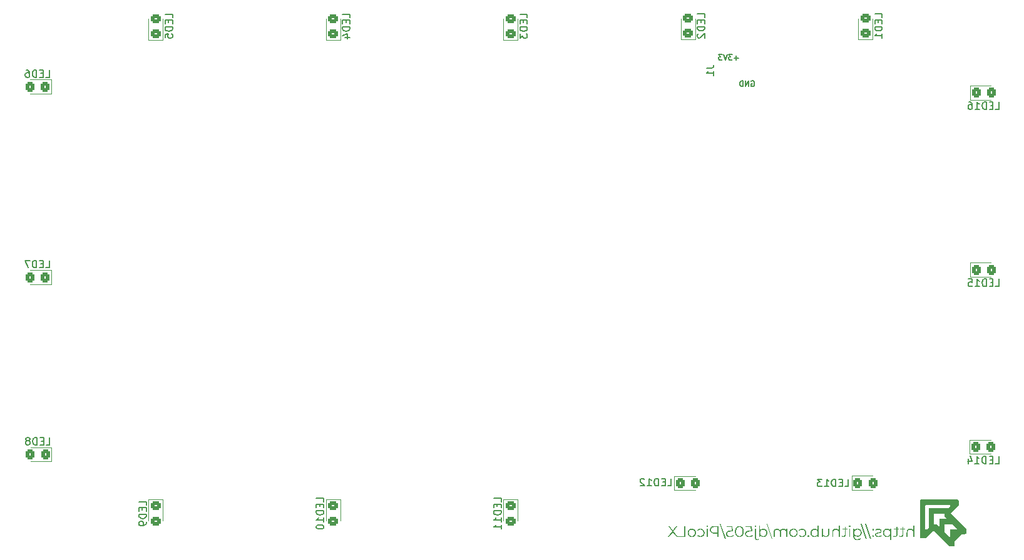
<source format=gbo>
%TF.GenerationSoftware,KiCad,Pcbnew,(7.0.0)*%
%TF.CreationDate,2023-03-23T02:07:03-06:00*%
%TF.ProjectId,MainPlate,4d61696e-506c-4617-9465-2e6b69636164,rev?*%
%TF.SameCoordinates,Original*%
%TF.FileFunction,Legend,Bot*%
%TF.FilePolarity,Positive*%
%FSLAX46Y46*%
G04 Gerber Fmt 4.6, Leading zero omitted, Abs format (unit mm)*
G04 Created by KiCad (PCBNEW (7.0.0)) date 2023-03-23 02:07:03*
%MOMM*%
%LPD*%
G01*
G04 APERTURE LIST*
G04 Aperture macros list*
%AMRoundRect*
0 Rectangle with rounded corners*
0 $1 Rounding radius*
0 $2 $3 $4 $5 $6 $7 $8 $9 X,Y pos of 4 corners*
0 Add a 4 corners polygon primitive as box body*
4,1,4,$2,$3,$4,$5,$6,$7,$8,$9,$2,$3,0*
0 Add four circle primitives for the rounded corners*
1,1,$1+$1,$2,$3*
1,1,$1+$1,$4,$5*
1,1,$1+$1,$6,$7*
1,1,$1+$1,$8,$9*
0 Add four rect primitives between the rounded corners*
20,1,$1+$1,$2,$3,$4,$5,0*
20,1,$1+$1,$4,$5,$6,$7,0*
20,1,$1+$1,$6,$7,$8,$9,0*
20,1,$1+$1,$8,$9,$2,$3,0*%
G04 Aperture macros list end*
%ADD10C,0.187500*%
%ADD11C,0.150000*%
%ADD12C,0.120000*%
%ADD13C,0.000000*%
%ADD14C,0.300000*%
%ADD15O,1.700000X1.700000*%
%ADD16R,1.700000X1.700000*%
%ADD17RoundRect,0.250000X-0.325000X-0.450000X0.325000X-0.450000X0.325000X0.450000X-0.325000X0.450000X0*%
%ADD18RoundRect,0.250000X-0.450000X0.325000X-0.450000X-0.325000X0.450000X-0.325000X0.450000X0.325000X0*%
%ADD19RoundRect,0.250000X0.325000X0.450000X-0.325000X0.450000X-0.325000X-0.450000X0.325000X-0.450000X0*%
%ADD20RoundRect,0.250000X0.450000X-0.325000X0.450000X0.325000X-0.450000X0.325000X-0.450000X-0.325000X0*%
G04 APERTURE END LIST*
D10*
G36*
X204029369Y-135068328D02*
G01*
X204003735Y-135068806D01*
X203978765Y-135070240D01*
X203954459Y-135072630D01*
X203930817Y-135075976D01*
X203907839Y-135080278D01*
X203885525Y-135085536D01*
X203863875Y-135091750D01*
X203842890Y-135098920D01*
X203822568Y-135107046D01*
X203802910Y-135116128D01*
X203783916Y-135126165D01*
X203765587Y-135137159D01*
X203747921Y-135149109D01*
X203730920Y-135162015D01*
X203714582Y-135175876D01*
X203698909Y-135190694D01*
X203684002Y-135206379D01*
X203670057Y-135222934D01*
X203657074Y-135240359D01*
X203645053Y-135258655D01*
X203633993Y-135277820D01*
X203623895Y-135297856D01*
X203614759Y-135318761D01*
X203606585Y-135340537D01*
X203599372Y-135363183D01*
X203593121Y-135386699D01*
X203587831Y-135411085D01*
X203583504Y-135436341D01*
X203580138Y-135462468D01*
X203577734Y-135489464D01*
X203576291Y-135517331D01*
X203575810Y-135546067D01*
X203575810Y-136193800D01*
X203724920Y-136193800D01*
X203724920Y-135557791D01*
X203725257Y-135536272D01*
X203726266Y-135515402D01*
X203727947Y-135495181D01*
X203730301Y-135475611D01*
X203733328Y-135456690D01*
X203737028Y-135438419D01*
X203741400Y-135420798D01*
X203746444Y-135403827D01*
X203752162Y-135387505D01*
X203758551Y-135371833D01*
X203765614Y-135356810D01*
X203773349Y-135342438D01*
X203781757Y-135328715D01*
X203790837Y-135315642D01*
X203800590Y-135303218D01*
X203811016Y-135291444D01*
X203822066Y-135280309D01*
X203833690Y-135269892D01*
X203845891Y-135260193D01*
X203858666Y-135251213D01*
X203872017Y-135242951D01*
X203885943Y-135235408D01*
X203900445Y-135228583D01*
X203915521Y-135222476D01*
X203931173Y-135217088D01*
X203947401Y-135212418D01*
X203964203Y-135208467D01*
X203981581Y-135205234D01*
X203999535Y-135202720D01*
X204018063Y-135200924D01*
X204037167Y-135199846D01*
X204056846Y-135199487D01*
X204078858Y-135199908D01*
X204100289Y-135201170D01*
X204121139Y-135203274D01*
X204141408Y-135206219D01*
X204161096Y-135210006D01*
X204180202Y-135214634D01*
X204198728Y-135220103D01*
X204216673Y-135226415D01*
X204234036Y-135233567D01*
X204250819Y-135241562D01*
X204267021Y-135250397D01*
X204282641Y-135260074D01*
X204297681Y-135270593D01*
X204312139Y-135281953D01*
X204326017Y-135294155D01*
X204339313Y-135307198D01*
X204351913Y-135320984D01*
X204363699Y-135335414D01*
X204374673Y-135350488D01*
X204384834Y-135366206D01*
X204394182Y-135382567D01*
X204402717Y-135399573D01*
X204410439Y-135417223D01*
X204417349Y-135435517D01*
X204423445Y-135454455D01*
X204428729Y-135474037D01*
X204433200Y-135494263D01*
X204436858Y-135515133D01*
X204439703Y-135536646D01*
X204441735Y-135558804D01*
X204442954Y-135581606D01*
X204443361Y-135605052D01*
X204443361Y-136193800D01*
X204592471Y-136193800D01*
X204592471Y-134622830D01*
X204443361Y-134622830D01*
X204443361Y-135272393D01*
X204431486Y-135254445D01*
X204418807Y-135237282D01*
X204405323Y-135220906D01*
X204391034Y-135205314D01*
X204375939Y-135190509D01*
X204360040Y-135176489D01*
X204343336Y-135163255D01*
X204325826Y-135150806D01*
X204307512Y-135139143D01*
X204288393Y-135128266D01*
X204275200Y-135121451D01*
X204261703Y-135115018D01*
X204247957Y-135109001D01*
X204233962Y-135103398D01*
X204219718Y-135098210D01*
X204205225Y-135093437D01*
X204190483Y-135089080D01*
X204175493Y-135085137D01*
X204160253Y-135081609D01*
X204144764Y-135078496D01*
X204129026Y-135075799D01*
X204113039Y-135073516D01*
X204096803Y-135071649D01*
X204080318Y-135070196D01*
X204063584Y-135069159D01*
X204046601Y-135068536D01*
X204029369Y-135068328D01*
G37*
G36*
X202589191Y-136114665D02*
G01*
X202602744Y-136126248D01*
X202617298Y-136136954D01*
X202629663Y-136144888D01*
X202642669Y-136152262D01*
X202656316Y-136159074D01*
X202670604Y-136165325D01*
X202685533Y-136171015D01*
X202693239Y-136173649D01*
X202708798Y-136178372D01*
X202724517Y-136182465D01*
X202740397Y-136185928D01*
X202756436Y-136188762D01*
X202772637Y-136190966D01*
X202788997Y-136192540D01*
X202805518Y-136193485D01*
X202822199Y-136193800D01*
X202841338Y-136193470D01*
X202859923Y-136192483D01*
X202877952Y-136190837D01*
X202895426Y-136188533D01*
X202912344Y-136185571D01*
X202928708Y-136181950D01*
X202944516Y-136177671D01*
X202959769Y-136172734D01*
X202974466Y-136167138D01*
X202988608Y-136160884D01*
X203002195Y-136153972D01*
X203015227Y-136146401D01*
X203027703Y-136138172D01*
X203039625Y-136129285D01*
X203050990Y-136119740D01*
X203061801Y-136109536D01*
X203071960Y-136098685D01*
X203081464Y-136087291D01*
X203090313Y-136075352D01*
X203098506Y-136062870D01*
X203106044Y-136049844D01*
X203112926Y-136036274D01*
X203119153Y-136022161D01*
X203124724Y-136007503D01*
X203129640Y-135992302D01*
X203133900Y-135976557D01*
X203137505Y-135960268D01*
X203140455Y-135943435D01*
X203142749Y-135926059D01*
X203144388Y-135908138D01*
X203145371Y-135889674D01*
X203145698Y-135870666D01*
X203145698Y-135199487D01*
X203343169Y-135199487D01*
X203343169Y-135068328D01*
X203145698Y-135068328D01*
X203145698Y-134822132D01*
X202996588Y-134822132D01*
X202996588Y-135068328D01*
X202660632Y-135068328D01*
X202660632Y-135199487D01*
X202996588Y-135199487D01*
X202996588Y-135860408D01*
X202996153Y-135878540D01*
X202994849Y-135895841D01*
X202992676Y-135912311D01*
X202989633Y-135927951D01*
X202985721Y-135942759D01*
X202980939Y-135956737D01*
X202973211Y-135974083D01*
X202963937Y-135989951D01*
X202953118Y-136004342D01*
X202947129Y-136010984D01*
X202934094Y-136023091D01*
X202919720Y-136033584D01*
X202904007Y-136042462D01*
X202886954Y-136049727D01*
X202868561Y-136055377D01*
X202853888Y-136058555D01*
X202838461Y-136060825D01*
X202822280Y-136062187D01*
X202805346Y-136062641D01*
X202788151Y-136062126D01*
X202771188Y-136060580D01*
X202754457Y-136058004D01*
X202737958Y-136054398D01*
X202721690Y-136049761D01*
X202716320Y-136047987D01*
X202700520Y-136042040D01*
X202685545Y-136035192D01*
X202671394Y-136027443D01*
X202658068Y-136018792D01*
X202645565Y-136009239D01*
X202641581Y-136005855D01*
X202589191Y-136114665D01*
G37*
G36*
X201767070Y-136114665D02*
G01*
X201780622Y-136126248D01*
X201795177Y-136136954D01*
X201807542Y-136144888D01*
X201820547Y-136152262D01*
X201834195Y-136159074D01*
X201848483Y-136165325D01*
X201863412Y-136171015D01*
X201871117Y-136173649D01*
X201886676Y-136178372D01*
X201902396Y-136182465D01*
X201918275Y-136185928D01*
X201934315Y-136188762D01*
X201950515Y-136190966D01*
X201966876Y-136192540D01*
X201983396Y-136193485D01*
X202000077Y-136193800D01*
X202019217Y-136193470D01*
X202037801Y-136192483D01*
X202055831Y-136190837D01*
X202073304Y-136188533D01*
X202090223Y-136185571D01*
X202106586Y-136181950D01*
X202122394Y-136177671D01*
X202137647Y-136172734D01*
X202152345Y-136167138D01*
X202166487Y-136160884D01*
X202180074Y-136153972D01*
X202193106Y-136146401D01*
X202205582Y-136138172D01*
X202217503Y-136129285D01*
X202228869Y-136119740D01*
X202239680Y-136109536D01*
X202249839Y-136098685D01*
X202259343Y-136087291D01*
X202268192Y-136075352D01*
X202276385Y-136062870D01*
X202283922Y-136049844D01*
X202290805Y-136036274D01*
X202297031Y-136022161D01*
X202302603Y-136007503D01*
X202307519Y-135992302D01*
X202311779Y-135976557D01*
X202315384Y-135960268D01*
X202318333Y-135943435D01*
X202320628Y-135926059D01*
X202322266Y-135908138D01*
X202323249Y-135889674D01*
X202323577Y-135870666D01*
X202323577Y-135199487D01*
X202521047Y-135199487D01*
X202521047Y-135068328D01*
X202323577Y-135068328D01*
X202323577Y-134822132D01*
X202174467Y-134822132D01*
X202174467Y-135068328D01*
X201838511Y-135068328D01*
X201838511Y-135199487D01*
X202174467Y-135199487D01*
X202174467Y-135860408D01*
X202174032Y-135878540D01*
X202172728Y-135895841D01*
X202170554Y-135912311D01*
X202167512Y-135927951D01*
X202163599Y-135942759D01*
X202158818Y-135956737D01*
X202151090Y-135974083D01*
X202141816Y-135989951D01*
X202130997Y-136004342D01*
X202125008Y-136010984D01*
X202111973Y-136023091D01*
X202097599Y-136033584D01*
X202081885Y-136042462D01*
X202064832Y-136049727D01*
X202046440Y-136055377D01*
X202031766Y-136058555D01*
X202016339Y-136060825D01*
X202000159Y-136062187D01*
X201983225Y-136062641D01*
X201966030Y-136062126D01*
X201949067Y-136060580D01*
X201932336Y-136058004D01*
X201915836Y-136054398D01*
X201899569Y-136049761D01*
X201894198Y-136047987D01*
X201878399Y-136042040D01*
X201863424Y-136035192D01*
X201849273Y-136027443D01*
X201835946Y-136018792D01*
X201823444Y-136009239D01*
X201819460Y-136005855D01*
X201767070Y-136114665D01*
G37*
G36*
X201497426Y-136615851D02*
G01*
X201348315Y-136615851D01*
X201348315Y-135976912D01*
X201339464Y-135989994D01*
X201330312Y-136002678D01*
X201320859Y-136014964D01*
X201311106Y-136026852D01*
X201301053Y-136038342D01*
X201290699Y-136049435D01*
X201280044Y-136060129D01*
X201269089Y-136070426D01*
X201257833Y-136080325D01*
X201246277Y-136089826D01*
X201234420Y-136098930D01*
X201222263Y-136107635D01*
X201209805Y-136115943D01*
X201197047Y-136123853D01*
X201183988Y-136131364D01*
X201170629Y-136138478D01*
X201157016Y-136145178D01*
X201143197Y-136151444D01*
X201129172Y-136157279D01*
X201114941Y-136162681D01*
X201100504Y-136167652D01*
X201085861Y-136172190D01*
X201071012Y-136176296D01*
X201055957Y-136179969D01*
X201040695Y-136183211D01*
X201025228Y-136186020D01*
X201009554Y-136188397D01*
X200993675Y-136190342D01*
X200977589Y-136191855D01*
X200961297Y-136192935D01*
X200944799Y-136193583D01*
X200928096Y-136193800D01*
X200908531Y-136193525D01*
X200889221Y-136192700D01*
X200870166Y-136191327D01*
X200851365Y-136189403D01*
X200832819Y-136186930D01*
X200814528Y-136183908D01*
X200796492Y-136180336D01*
X200778710Y-136176214D01*
X200761184Y-136171543D01*
X200743912Y-136166322D01*
X200726894Y-136160552D01*
X200710132Y-136154232D01*
X200693624Y-136147363D01*
X200677371Y-136139944D01*
X200661372Y-136131976D01*
X200645629Y-136123458D01*
X200630221Y-136114394D01*
X200615232Y-136104882D01*
X200600660Y-136094920D01*
X200586507Y-136084508D01*
X200572771Y-136073648D01*
X200559453Y-136062338D01*
X200546553Y-136050578D01*
X200534071Y-136038369D01*
X200522006Y-136025711D01*
X200510360Y-136012604D01*
X200499132Y-135999047D01*
X200488321Y-135985041D01*
X200477928Y-135970585D01*
X200467953Y-135955680D01*
X200458396Y-135940326D01*
X200449257Y-135924522D01*
X200440606Y-135908344D01*
X200432513Y-135891870D01*
X200424979Y-135875097D01*
X200418002Y-135858027D01*
X200411583Y-135840659D01*
X200405723Y-135822993D01*
X200400421Y-135805030D01*
X200395677Y-135786769D01*
X200391491Y-135768210D01*
X200387863Y-135749354D01*
X200384793Y-135730200D01*
X200382281Y-135710748D01*
X200380328Y-135690999D01*
X200378933Y-135670952D01*
X200378095Y-135650607D01*
X200377831Y-135631064D01*
X200526927Y-135631064D01*
X200527137Y-135646756D01*
X200527768Y-135662234D01*
X200528820Y-135677496D01*
X200530293Y-135692544D01*
X200532186Y-135707378D01*
X200534500Y-135721997D01*
X200537235Y-135736401D01*
X200542126Y-135757605D01*
X200547964Y-135778325D01*
X200554749Y-135798563D01*
X200562480Y-135818318D01*
X200571158Y-135837589D01*
X200580782Y-135856378D01*
X200587629Y-135868567D01*
X200598499Y-135886190D01*
X200610091Y-135903021D01*
X200622405Y-135919060D01*
X200635439Y-135934306D01*
X200649195Y-135948761D01*
X200663672Y-135962423D01*
X200678871Y-135975294D01*
X200694790Y-135987372D01*
X200711431Y-135998658D01*
X200728793Y-136009152D01*
X200740690Y-136015629D01*
X200758841Y-136024561D01*
X200777360Y-136032553D01*
X200796245Y-136039605D01*
X200815497Y-136045717D01*
X200835117Y-136050888D01*
X200855103Y-136055119D01*
X200875457Y-136058410D01*
X200896177Y-136060761D01*
X200917265Y-136062171D01*
X200938720Y-136062641D01*
X200953326Y-136062432D01*
X200974881Y-136061335D01*
X200996010Y-136059298D01*
X201016715Y-136056321D01*
X201036994Y-136052403D01*
X201056849Y-136047545D01*
X201076278Y-136041747D01*
X201095283Y-136035008D01*
X201113862Y-136027330D01*
X201132017Y-136018711D01*
X201149746Y-136009152D01*
X201161268Y-136002244D01*
X201177966Y-135991222D01*
X201193961Y-135979408D01*
X201209255Y-135966801D01*
X201223847Y-135953403D01*
X201237737Y-135939212D01*
X201250925Y-135924230D01*
X201263411Y-135908455D01*
X201275196Y-135891888D01*
X201286278Y-135874529D01*
X201296658Y-135856378D01*
X201306217Y-135837589D01*
X201314836Y-135818318D01*
X201322515Y-135798563D01*
X201329253Y-135778325D01*
X201335051Y-135757605D01*
X201339909Y-135736401D01*
X201342625Y-135721997D01*
X201344924Y-135707378D01*
X201346804Y-135692544D01*
X201348267Y-135677496D01*
X201349311Y-135662234D01*
X201349938Y-135646756D01*
X201350147Y-135631064D01*
X201350095Y-135623192D01*
X201349677Y-135607616D01*
X201348841Y-135592263D01*
X201347588Y-135577133D01*
X201345916Y-135562227D01*
X201343827Y-135547544D01*
X201339909Y-135525937D01*
X201335051Y-135504834D01*
X201329253Y-135484232D01*
X201322515Y-135464133D01*
X201314836Y-135444536D01*
X201306217Y-135425441D01*
X201296658Y-135406849D01*
X201289816Y-135394791D01*
X201278968Y-135377336D01*
X201267418Y-135360641D01*
X201255165Y-135344707D01*
X201242211Y-135329532D01*
X201228555Y-135315117D01*
X201214197Y-135301462D01*
X201199137Y-135288567D01*
X201183376Y-135276432D01*
X201166912Y-135265057D01*
X201149746Y-135254442D01*
X201137974Y-135247787D01*
X201119961Y-135238610D01*
X201101523Y-135230399D01*
X201082660Y-135223154D01*
X201063373Y-135216875D01*
X201043660Y-135211562D01*
X201023522Y-135207215D01*
X201002959Y-135203834D01*
X200981971Y-135201419D01*
X200960558Y-135199970D01*
X200938720Y-135199487D01*
X200924376Y-135199702D01*
X200903166Y-135200829D01*
X200882323Y-135202922D01*
X200861847Y-135205981D01*
X200841738Y-135210006D01*
X200821996Y-135214997D01*
X200802621Y-135220954D01*
X200783614Y-135227877D01*
X200764973Y-135235766D01*
X200746700Y-135244621D01*
X200728793Y-135254442D01*
X200717138Y-135261434D01*
X200700257Y-135272556D01*
X200684097Y-135284438D01*
X200668658Y-135297079D01*
X200653941Y-135310481D01*
X200639944Y-135324642D01*
X200626669Y-135339564D01*
X200614116Y-135355245D01*
X200602283Y-135371687D01*
X200591172Y-135388888D01*
X200580782Y-135406849D01*
X200574261Y-135419188D01*
X200565267Y-135438115D01*
X200557220Y-135457545D01*
X200550120Y-135477476D01*
X200543967Y-135497911D01*
X200538760Y-135518847D01*
X200534500Y-135540286D01*
X200532186Y-135554857D01*
X200530293Y-135569652D01*
X200528820Y-135584670D01*
X200527768Y-135599912D01*
X200527137Y-135615376D01*
X200526927Y-135631064D01*
X200377831Y-135631064D01*
X200377816Y-135629965D01*
X200378095Y-135609589D01*
X200378933Y-135589493D01*
X200380328Y-135569678D01*
X200382281Y-135550143D01*
X200384793Y-135530889D01*
X200387863Y-135511915D01*
X200391491Y-135493222D01*
X200395677Y-135474810D01*
X200400421Y-135456677D01*
X200405723Y-135438826D01*
X200411583Y-135421255D01*
X200418002Y-135403964D01*
X200424979Y-135386954D01*
X200432513Y-135370224D01*
X200440606Y-135353775D01*
X200449257Y-135337606D01*
X200458401Y-135321804D01*
X200467971Y-135306454D01*
X200477967Y-135291556D01*
X200488390Y-135277110D01*
X200499239Y-135263117D01*
X200510515Y-135249576D01*
X200522217Y-135236487D01*
X200534346Y-135223850D01*
X200546901Y-135211666D01*
X200559882Y-135199933D01*
X200573290Y-135188653D01*
X200587125Y-135177826D01*
X200601386Y-135167450D01*
X200616073Y-135157527D01*
X200631187Y-135148056D01*
X200646728Y-135139037D01*
X200662596Y-135130474D01*
X200678693Y-135122465D01*
X200695019Y-135115007D01*
X200711574Y-135108102D01*
X200728358Y-135101749D01*
X200745371Y-135095949D01*
X200762613Y-135090701D01*
X200780084Y-135086006D01*
X200797784Y-135081862D01*
X200815713Y-135078272D01*
X200833871Y-135075234D01*
X200852258Y-135072748D01*
X200870874Y-135070814D01*
X200889719Y-135069433D01*
X200908793Y-135068605D01*
X200928096Y-135068328D01*
X200945296Y-135068565D01*
X200962276Y-135069273D01*
X200979036Y-135070454D01*
X200995575Y-135072107D01*
X201011894Y-135074232D01*
X201027993Y-135076829D01*
X201043871Y-135079899D01*
X201059529Y-135083441D01*
X201074966Y-135087455D01*
X201090183Y-135091942D01*
X201105180Y-135096901D01*
X201119956Y-135102332D01*
X201134512Y-135108235D01*
X201148847Y-135114611D01*
X201162962Y-135121458D01*
X201176857Y-135128779D01*
X201190474Y-135136537D01*
X201203756Y-135144698D01*
X201216703Y-135153263D01*
X201229316Y-135162232D01*
X201241593Y-135171605D01*
X201253536Y-135181380D01*
X201265143Y-135191560D01*
X201276416Y-135202143D01*
X201287354Y-135213130D01*
X201297957Y-135224520D01*
X201308226Y-135236314D01*
X201318159Y-135248511D01*
X201327757Y-135261112D01*
X201337021Y-135274116D01*
X201345950Y-135287524D01*
X201354544Y-135301336D01*
X201354544Y-135068328D01*
X201497426Y-135068328D01*
X201497426Y-136615851D01*
G37*
G36*
X199778078Y-136193800D02*
G01*
X199794841Y-136193648D01*
X199811515Y-136193193D01*
X199828100Y-136192434D01*
X199844596Y-136191372D01*
X199861004Y-136190007D01*
X199877323Y-136188338D01*
X199893553Y-136186366D01*
X199909694Y-136184091D01*
X199925747Y-136181512D01*
X199941711Y-136178630D01*
X199957587Y-136175444D01*
X199973373Y-136171955D01*
X199989071Y-136168163D01*
X200004680Y-136164067D01*
X200020200Y-136159668D01*
X200035632Y-136154965D01*
X200050765Y-136149986D01*
X200065479Y-136144850D01*
X200079776Y-136139556D01*
X200093655Y-136134105D01*
X200113690Y-136125633D01*
X200132785Y-136116807D01*
X200150939Y-136107627D01*
X200168153Y-136098093D01*
X200184427Y-136088204D01*
X200199760Y-136077961D01*
X200214154Y-136067364D01*
X200227607Y-136056413D01*
X200160562Y-135939176D01*
X200147202Y-135949235D01*
X200133222Y-135958939D01*
X200118625Y-135968288D01*
X200103410Y-135977284D01*
X200087576Y-135985925D01*
X200071124Y-135994213D01*
X200054053Y-136002146D01*
X200036365Y-136009724D01*
X200018058Y-136016949D01*
X199999133Y-136023819D01*
X199986173Y-136028203D01*
X199966387Y-136034357D01*
X199946460Y-136039906D01*
X199926390Y-136044850D01*
X199906180Y-136049189D01*
X199885827Y-136052922D01*
X199865333Y-136056049D01*
X199844697Y-136058572D01*
X199823919Y-136060489D01*
X199803000Y-136061800D01*
X199781939Y-136062507D01*
X199767820Y-136062641D01*
X199749214Y-136062456D01*
X199731224Y-136061903D01*
X199713848Y-136060980D01*
X199697089Y-136059687D01*
X199680944Y-136058026D01*
X199665415Y-136055995D01*
X199650502Y-136053595D01*
X199629285Y-136049303D01*
X199609453Y-136044180D01*
X199591006Y-136038226D01*
X199573943Y-136031441D01*
X199558265Y-136023826D01*
X199543971Y-136015380D01*
X199531008Y-136006177D01*
X199519319Y-135996292D01*
X199508906Y-135985724D01*
X199497004Y-135970571D01*
X199487370Y-135954205D01*
X199480003Y-135936625D01*
X199474902Y-135917832D01*
X199472565Y-135902941D01*
X199471502Y-135887367D01*
X199471431Y-135882024D01*
X199472055Y-135867146D01*
X199474590Y-135849724D01*
X199479075Y-135833608D01*
X199485509Y-135818797D01*
X199493894Y-135805293D01*
X199504228Y-135793095D01*
X199511365Y-135786402D01*
X199524363Y-135775937D01*
X199538399Y-135766295D01*
X199553472Y-135757476D01*
X199569582Y-135749480D01*
X199583218Y-135743675D01*
X199597518Y-135738397D01*
X199612481Y-135733646D01*
X199628310Y-135729175D01*
X199645386Y-135724739D01*
X199663709Y-135720337D01*
X199678271Y-135717058D01*
X199693535Y-135713798D01*
X199709501Y-135710558D01*
X199726169Y-135707336D01*
X199743539Y-135704135D01*
X199761610Y-135700952D01*
X199774048Y-135698841D01*
X199790650Y-135695679D01*
X199806843Y-135692510D01*
X199822627Y-135689336D01*
X199838002Y-135686156D01*
X199852967Y-135682970D01*
X199867522Y-135679779D01*
X199888589Y-135674981D01*
X199908734Y-135670171D01*
X199927959Y-135665347D01*
X199946262Y-135660511D01*
X199963645Y-135655661D01*
X199980107Y-135650799D01*
X199990569Y-135647550D01*
X200005679Y-135642282D01*
X200020369Y-135636371D01*
X200034641Y-135629815D01*
X200048495Y-135622615D01*
X200061930Y-135614771D01*
X200074946Y-135606283D01*
X200087544Y-135597151D01*
X200099723Y-135587375D01*
X200111484Y-135576955D01*
X200122825Y-135565891D01*
X200130154Y-135558157D01*
X200140433Y-135545917D01*
X200149702Y-135532827D01*
X200157959Y-135518886D01*
X200165205Y-135504096D01*
X200171440Y-135488455D01*
X200176664Y-135471965D01*
X200180877Y-135454624D01*
X200184078Y-135436433D01*
X200186269Y-135417392D01*
X200187449Y-135397501D01*
X200187673Y-135383768D01*
X200187223Y-135366609D01*
X200185870Y-135349845D01*
X200183616Y-135333476D01*
X200180461Y-135317502D01*
X200176403Y-135301923D01*
X200171445Y-135286739D01*
X200165584Y-135271950D01*
X200158822Y-135257556D01*
X200151159Y-135243556D01*
X200142593Y-135229952D01*
X200133127Y-135216743D01*
X200122758Y-135203929D01*
X200111488Y-135191510D01*
X200099317Y-135179486D01*
X200086243Y-135167856D01*
X200072269Y-135156622D01*
X200057490Y-135145930D01*
X200042003Y-135135928D01*
X200025810Y-135126616D01*
X200008910Y-135117994D01*
X199991304Y-135110061D01*
X199972990Y-135102818D01*
X199953969Y-135096265D01*
X199934241Y-135090402D01*
X199913806Y-135085228D01*
X199892664Y-135080745D01*
X199870815Y-135076951D01*
X199848260Y-135073847D01*
X199824997Y-135071433D01*
X199801027Y-135069708D01*
X199776351Y-135068673D01*
X199750967Y-135068328D01*
X199730843Y-135068586D01*
X199710726Y-135069359D01*
X199690615Y-135070647D01*
X199670510Y-135072450D01*
X199650412Y-135074768D01*
X199630320Y-135077602D01*
X199610235Y-135080951D01*
X199590156Y-135084815D01*
X199570084Y-135089194D01*
X199550018Y-135094088D01*
X199536644Y-135097638D01*
X199516917Y-135103229D01*
X199497854Y-135109148D01*
X199479454Y-135115396D01*
X199461717Y-135121972D01*
X199444643Y-135128877D01*
X199428233Y-135136110D01*
X199412486Y-135143672D01*
X199397403Y-135151562D01*
X199382982Y-135159780D01*
X199369226Y-135168327D01*
X199360423Y-135174208D01*
X199425269Y-135295474D01*
X199442556Y-135283851D01*
X199460251Y-135272977D01*
X199478356Y-135262854D01*
X199496871Y-135253480D01*
X199515794Y-135244856D01*
X199535127Y-135236982D01*
X199554869Y-135229858D01*
X199575021Y-135223484D01*
X199595581Y-135217859D01*
X199616552Y-135212985D01*
X199637931Y-135208861D01*
X199659720Y-135205486D01*
X199681917Y-135202861D01*
X199704525Y-135200987D01*
X199727541Y-135199862D01*
X199750967Y-135199487D01*
X199768553Y-135199684D01*
X199785589Y-135200277D01*
X199802075Y-135201264D01*
X199818012Y-135202647D01*
X199833399Y-135204424D01*
X199848237Y-135206597D01*
X199869463Y-135210596D01*
X199889453Y-135215484D01*
X199908206Y-135221260D01*
X199925723Y-135227926D01*
X199942003Y-135235480D01*
X199957047Y-135243923D01*
X199966389Y-135250045D01*
X199979288Y-135259733D01*
X199990917Y-135269975D01*
X200001278Y-135280770D01*
X200013119Y-135296026D01*
X200022705Y-135312266D01*
X200030035Y-135329491D01*
X200035109Y-135347701D01*
X200037929Y-135366895D01*
X200038563Y-135381936D01*
X200037928Y-135397295D01*
X200036021Y-135411864D01*
X200031852Y-135428964D01*
X200025696Y-135444829D01*
X200017555Y-135459461D01*
X200007428Y-135472858D01*
X199997897Y-135482686D01*
X199984591Y-135493996D01*
X199970319Y-135504339D01*
X199955081Y-135513717D01*
X199938878Y-135522128D01*
X199925219Y-135528161D01*
X199910942Y-135533577D01*
X199896047Y-135538374D01*
X199880036Y-135542793D01*
X199862594Y-135547258D01*
X199843720Y-135551769D01*
X199828626Y-135555182D01*
X199812727Y-135558621D01*
X199796022Y-135562086D01*
X199778513Y-135565576D01*
X199760199Y-135569093D01*
X199741080Y-135572635D01*
X199727886Y-135575010D01*
X199711559Y-135578170D01*
X199695640Y-135581330D01*
X199680131Y-135584490D01*
X199665032Y-135587650D01*
X199650341Y-135590810D01*
X199629073Y-135595550D01*
X199608726Y-135600289D01*
X199589300Y-135605029D01*
X199570795Y-135609769D01*
X199553210Y-135614509D01*
X199536547Y-135619249D01*
X199520804Y-135623989D01*
X199515761Y-135625569D01*
X199500989Y-135630555D01*
X199486622Y-135636173D01*
X199472662Y-135642422D01*
X199459106Y-135649302D01*
X199445957Y-135656813D01*
X199433213Y-135664956D01*
X199420875Y-135673729D01*
X199408943Y-135683134D01*
X199397417Y-135693169D01*
X199386296Y-135703836D01*
X199379107Y-135711298D01*
X199368959Y-135723107D01*
X199359809Y-135735727D01*
X199351657Y-135749158D01*
X199344503Y-135763402D01*
X199338348Y-135778456D01*
X199333190Y-135794322D01*
X199329031Y-135811000D01*
X199325870Y-135828489D01*
X199323707Y-135846789D01*
X199322543Y-135865901D01*
X199322321Y-135879093D01*
X199322793Y-135896949D01*
X199324210Y-135914338D01*
X199326571Y-135931261D01*
X199329877Y-135947717D01*
X199334128Y-135963707D01*
X199339323Y-135979230D01*
X199345462Y-135994287D01*
X199352546Y-136008877D01*
X199360575Y-136023001D01*
X199369548Y-136036658D01*
X199379465Y-136049848D01*
X199390327Y-136062572D01*
X199402134Y-136074830D01*
X199414885Y-136086621D01*
X199428581Y-136097945D01*
X199443221Y-136108803D01*
X199458697Y-136119096D01*
X199474900Y-136128724D01*
X199491830Y-136137689D01*
X199509487Y-136145989D01*
X199527871Y-136153625D01*
X199546982Y-136160598D01*
X199566820Y-136166906D01*
X199587385Y-136172550D01*
X199608678Y-136177531D01*
X199630697Y-136181847D01*
X199653443Y-136185499D01*
X199676916Y-136188487D01*
X199701116Y-136190811D01*
X199726043Y-136192471D01*
X199751697Y-136193467D01*
X199778078Y-136193800D01*
G37*
G36*
X199033626Y-135302802D02*
G01*
X199050585Y-135301591D01*
X199066564Y-135297959D01*
X199081565Y-135291905D01*
X199095587Y-135283430D01*
X199108630Y-135272534D01*
X199112761Y-135268363D01*
X199123717Y-135254921D01*
X199132407Y-135240422D01*
X199138830Y-135224868D01*
X199142986Y-135208257D01*
X199144717Y-135193608D01*
X199145001Y-135184466D01*
X199144214Y-135169403D01*
X199141191Y-135152368D01*
X199135902Y-135136465D01*
X199128345Y-135121696D01*
X199118522Y-135108060D01*
X199112761Y-135101668D01*
X199100044Y-135090338D01*
X199086348Y-135081352D01*
X199071673Y-135074710D01*
X199056020Y-135070412D01*
X199039388Y-135068459D01*
X199033626Y-135068328D01*
X199016766Y-135069501D01*
X199000808Y-135073017D01*
X198985751Y-135078877D01*
X198971596Y-135087082D01*
X198958342Y-135097630D01*
X198954125Y-135101668D01*
X198942670Y-135114737D01*
X198933586Y-135128939D01*
X198926871Y-135144275D01*
X198922526Y-135160744D01*
X198920716Y-135175334D01*
X198920419Y-135184466D01*
X198921242Y-135199555D01*
X198924402Y-135216694D01*
X198929932Y-135232777D01*
X198937832Y-135247804D01*
X198948101Y-135261774D01*
X198954125Y-135268363D01*
X198967078Y-135280067D01*
X198980932Y-135289349D01*
X198995689Y-135296210D01*
X199011346Y-135300649D01*
X199027906Y-135302667D01*
X199033626Y-135302802D01*
G37*
G36*
X199033626Y-136193800D02*
G01*
X199050585Y-136192589D01*
X199066564Y-136188957D01*
X199081565Y-136182903D01*
X199095587Y-136174428D01*
X199108630Y-136163532D01*
X199112761Y-136159361D01*
X199123717Y-136145919D01*
X199132407Y-136131420D01*
X199138830Y-136115866D01*
X199142986Y-136099255D01*
X199144717Y-136084605D01*
X199145001Y-136075464D01*
X199144214Y-136060401D01*
X199141191Y-136043365D01*
X199135902Y-136027463D01*
X199128345Y-136012694D01*
X199118522Y-135999058D01*
X199112761Y-135992666D01*
X199100044Y-135981335D01*
X199086348Y-135972349D01*
X199071673Y-135965708D01*
X199056020Y-135961410D01*
X199039388Y-135959457D01*
X199033626Y-135959326D01*
X199016766Y-135960498D01*
X199000808Y-135964015D01*
X198985751Y-135969875D01*
X198971596Y-135978080D01*
X198958342Y-135988628D01*
X198954125Y-135992666D01*
X198942670Y-136005734D01*
X198933586Y-136019937D01*
X198926871Y-136035273D01*
X198922526Y-136051742D01*
X198920716Y-136066332D01*
X198920419Y-136075464D01*
X198921242Y-136090553D01*
X198924402Y-136107692D01*
X198929932Y-136123775D01*
X198937832Y-136138802D01*
X198948101Y-136152772D01*
X198954125Y-136159361D01*
X198967078Y-136171065D01*
X198980932Y-136180347D01*
X198995689Y-136187208D01*
X199011346Y-136191647D01*
X199027906Y-136193665D01*
X199033626Y-136193800D01*
G37*
G36*
X198076682Y-134400080D02*
G01*
X197940029Y-134400080D01*
X198633190Y-136404825D01*
X198769477Y-136404825D01*
X198076682Y-134400080D01*
G37*
G36*
X197511016Y-134400080D02*
G01*
X197374362Y-134400080D01*
X198067523Y-136404825D01*
X198203811Y-136404825D01*
X197511016Y-134400080D01*
G37*
G36*
X196503881Y-135300970D02*
G01*
X196512709Y-135287072D01*
X196521884Y-135273590D01*
X196531405Y-135260522D01*
X196541273Y-135247870D01*
X196551486Y-135235632D01*
X196562047Y-135223810D01*
X196572953Y-135212403D01*
X196584206Y-135201410D01*
X196595805Y-135190833D01*
X196607751Y-135180671D01*
X196620042Y-135170923D01*
X196632681Y-135161591D01*
X196645665Y-135152674D01*
X196658996Y-135144172D01*
X196672673Y-135136084D01*
X196686696Y-135128412D01*
X196700955Y-135121136D01*
X196715427Y-135114330D01*
X196730115Y-135107993D01*
X196745017Y-135102126D01*
X196760134Y-135096727D01*
X196775465Y-135091799D01*
X196791011Y-135087339D01*
X196806772Y-135083349D01*
X196822748Y-135079829D01*
X196838938Y-135076778D01*
X196855343Y-135074196D01*
X196871962Y-135072084D01*
X196888796Y-135070441D01*
X196905845Y-135069267D01*
X196923109Y-135068563D01*
X196940587Y-135068328D01*
X196960156Y-135068593D01*
X196979479Y-135069387D01*
X196998555Y-135070711D01*
X197017386Y-135072565D01*
X197035970Y-135074947D01*
X197054309Y-135077860D01*
X197072401Y-135081301D01*
X197090247Y-135085273D01*
X197107846Y-135089774D01*
X197125200Y-135094804D01*
X197142308Y-135100364D01*
X197159169Y-135106453D01*
X197175784Y-135113072D01*
X197192153Y-135120221D01*
X197208276Y-135127898D01*
X197224153Y-135136106D01*
X197239697Y-135144748D01*
X197254824Y-135153823D01*
X197269533Y-135163330D01*
X197283824Y-135173269D01*
X197297698Y-135183640D01*
X197311153Y-135194444D01*
X197324190Y-135205679D01*
X197336810Y-135217347D01*
X197349011Y-135229447D01*
X197360795Y-135241979D01*
X197372161Y-135254944D01*
X197383109Y-135268340D01*
X197393639Y-135282169D01*
X197403751Y-135296430D01*
X197413446Y-135311124D01*
X197422722Y-135326249D01*
X197431462Y-135341722D01*
X197439638Y-135357459D01*
X197447250Y-135373458D01*
X197454298Y-135389722D01*
X197460783Y-135406248D01*
X197466703Y-135423038D01*
X197472060Y-135440091D01*
X197476853Y-135457407D01*
X197481081Y-135474987D01*
X197484747Y-135492830D01*
X197487848Y-135510937D01*
X197490385Y-135529306D01*
X197492359Y-135547939D01*
X197493768Y-135566836D01*
X197494614Y-135585995D01*
X197494896Y-135605418D01*
X197494614Y-135624846D01*
X197493768Y-135644018D01*
X197492359Y-135662936D01*
X197490385Y-135681599D01*
X197487848Y-135700008D01*
X197484747Y-135718161D01*
X197481081Y-135736060D01*
X197476853Y-135753704D01*
X197472060Y-135771094D01*
X197466703Y-135788229D01*
X197460783Y-135805108D01*
X197454298Y-135821734D01*
X197447250Y-135838104D01*
X197439638Y-135854220D01*
X197431462Y-135870081D01*
X197422722Y-135885687D01*
X197413441Y-135900951D01*
X197403734Y-135915786D01*
X197393601Y-135930192D01*
X197383040Y-135944168D01*
X197372054Y-135957715D01*
X197360641Y-135970832D01*
X197348801Y-135983521D01*
X197336535Y-135995780D01*
X197323842Y-136007609D01*
X197310723Y-136019009D01*
X197297178Y-136029980D01*
X197283206Y-136040522D01*
X197268808Y-136050634D01*
X197253983Y-136060317D01*
X197238731Y-136069571D01*
X197223054Y-136078395D01*
X197207052Y-136086691D01*
X197190831Y-136094452D01*
X197174389Y-136101677D01*
X197157726Y-136108368D01*
X197140844Y-136114523D01*
X197123740Y-136120143D01*
X197106417Y-136125228D01*
X197088873Y-136129777D01*
X197071108Y-136133792D01*
X197053124Y-136137271D01*
X197034918Y-136140214D01*
X197016493Y-136142623D01*
X196997847Y-136144496D01*
X196978981Y-136145834D01*
X196959894Y-136146637D01*
X196940587Y-136146905D01*
X196923644Y-136146695D01*
X196906887Y-136146063D01*
X196890316Y-136145012D01*
X196873931Y-136143539D01*
X196857733Y-136141646D01*
X196841720Y-136139331D01*
X196825893Y-136136597D01*
X196810253Y-136133441D01*
X196794798Y-136129865D01*
X196779530Y-136125868D01*
X196764447Y-136121450D01*
X196749551Y-136116611D01*
X196734840Y-136111352D01*
X196720316Y-136105672D01*
X196705978Y-136099571D01*
X196691825Y-136093049D01*
X196677935Y-136086077D01*
X196664382Y-136078715D01*
X196651168Y-136070964D01*
X196638290Y-136062824D01*
X196625751Y-136054295D01*
X196613549Y-136045376D01*
X196601686Y-136036068D01*
X196590159Y-136026371D01*
X196578971Y-136016285D01*
X196568120Y-136005809D01*
X196557607Y-135994944D01*
X196547432Y-135983690D01*
X196537595Y-135972046D01*
X196528095Y-135960013D01*
X196518933Y-135947591D01*
X196510109Y-135934780D01*
X196510109Y-136077662D01*
X196510495Y-136103336D01*
X196511654Y-136128152D01*
X196513586Y-136152108D01*
X196516291Y-136175207D01*
X196519769Y-136197446D01*
X196524019Y-136218827D01*
X196529042Y-136239349D01*
X196534838Y-136259012D01*
X196541407Y-136277817D01*
X196548749Y-136295763D01*
X196556863Y-136312851D01*
X196565750Y-136329080D01*
X196575410Y-136344450D01*
X196585843Y-136358961D01*
X196597049Y-136372614D01*
X196609027Y-136385408D01*
X196621781Y-136397431D01*
X196635405Y-136408678D01*
X196649900Y-136419149D01*
X196665264Y-136428845D01*
X196681499Y-136437765D01*
X196698603Y-136445910D01*
X196716578Y-136453278D01*
X196735423Y-136459872D01*
X196755138Y-136465689D01*
X196775723Y-136470731D01*
X196797178Y-136474997D01*
X196819503Y-136478487D01*
X196842699Y-136481202D01*
X196866764Y-136483141D01*
X196891700Y-136484305D01*
X196917506Y-136484693D01*
X196933215Y-136484532D01*
X196948836Y-136484052D01*
X196964368Y-136483250D01*
X196979811Y-136482128D01*
X196995165Y-136480686D01*
X197010431Y-136478922D01*
X197025608Y-136476839D01*
X197040696Y-136474435D01*
X197055695Y-136471710D01*
X197070606Y-136468664D01*
X197085428Y-136465298D01*
X197100161Y-136461612D01*
X197114806Y-136457605D01*
X197129362Y-136453277D01*
X197143829Y-136448629D01*
X197158207Y-136443660D01*
X197165318Y-136441086D01*
X197179337Y-136435748D01*
X197193087Y-136430156D01*
X197213208Y-136421289D01*
X197232723Y-136411849D01*
X197251633Y-136401836D01*
X197269938Y-136391249D01*
X197287637Y-136380090D01*
X197304731Y-136368357D01*
X197321219Y-136356052D01*
X197337102Y-136343173D01*
X197352380Y-136329721D01*
X197427851Y-136445858D01*
X197416889Y-136455706D01*
X197405526Y-136465281D01*
X197393762Y-136474585D01*
X197381598Y-136483617D01*
X197369033Y-136492376D01*
X197356067Y-136500864D01*
X197342700Y-136509080D01*
X197328933Y-136517024D01*
X197314765Y-136524697D01*
X197300196Y-136532097D01*
X197285227Y-136539225D01*
X197269857Y-136546082D01*
X197254086Y-136552666D01*
X197237914Y-136558979D01*
X197221342Y-136565020D01*
X197204369Y-136570788D01*
X197187090Y-136576245D01*
X197169690Y-136581350D01*
X197152171Y-136586103D01*
X197134531Y-136590503D01*
X197116771Y-136594552D01*
X197098891Y-136598248D01*
X197080890Y-136601593D01*
X197062769Y-136604585D01*
X197044528Y-136607226D01*
X197026167Y-136609514D01*
X197007686Y-136611450D01*
X196989084Y-136613035D01*
X196970362Y-136614267D01*
X196951520Y-136615147D01*
X196932558Y-136615675D01*
X196913476Y-136615851D01*
X196896279Y-136615717D01*
X196879355Y-136615313D01*
X196862705Y-136614640D01*
X196846328Y-136613699D01*
X196830225Y-136612488D01*
X196814394Y-136611008D01*
X196798837Y-136609259D01*
X196783554Y-136607242D01*
X196768544Y-136604955D01*
X196753807Y-136602399D01*
X196725153Y-136596480D01*
X196697593Y-136589484D01*
X196671126Y-136581413D01*
X196645752Y-136572265D01*
X196621472Y-136562041D01*
X196598285Y-136550741D01*
X196576192Y-136538365D01*
X196555192Y-136524913D01*
X196535285Y-136510384D01*
X196516471Y-136494779D01*
X196498751Y-136478098D01*
X196482070Y-136460301D01*
X196466466Y-136441347D01*
X196451937Y-136421237D01*
X196438485Y-136399971D01*
X196426108Y-136377548D01*
X196414808Y-136353969D01*
X196404584Y-136329234D01*
X196395437Y-136303342D01*
X196387365Y-136276294D01*
X196380370Y-136248090D01*
X196377276Y-136233554D01*
X196374451Y-136218729D01*
X196371895Y-136203615D01*
X196369608Y-136188212D01*
X196367590Y-136172520D01*
X196365841Y-136156539D01*
X196364362Y-136140269D01*
X196363151Y-136123709D01*
X196362209Y-136106861D01*
X196361537Y-136089723D01*
X196361133Y-136072297D01*
X196360999Y-136054581D01*
X196360999Y-135606518D01*
X196506079Y-135606518D01*
X196506288Y-135621257D01*
X196507385Y-135642995D01*
X196509422Y-135664289D01*
X196512399Y-135685138D01*
X196516317Y-135705543D01*
X196521175Y-135725504D01*
X196526973Y-135745020D01*
X196533711Y-135764092D01*
X196541390Y-135782720D01*
X196550009Y-135800904D01*
X196559568Y-135818642D01*
X196566423Y-135830114D01*
X196577339Y-135846721D01*
X196589014Y-135862606D01*
X196601450Y-135877770D01*
X196614646Y-135892213D01*
X196628601Y-135905934D01*
X196643317Y-135918935D01*
X196658792Y-135931214D01*
X196675027Y-135942771D01*
X196692022Y-135953608D01*
X196709777Y-135963723D01*
X196715822Y-135966923D01*
X196734232Y-135975916D01*
X196753054Y-135983994D01*
X196772288Y-135991157D01*
X196791934Y-135997406D01*
X196811993Y-136002741D01*
X196832464Y-136007161D01*
X196853346Y-136010666D01*
X196874641Y-136013257D01*
X196896348Y-136014934D01*
X196911049Y-136015543D01*
X196925932Y-136015746D01*
X196940813Y-136015543D01*
X196962780Y-136014476D01*
X196984322Y-136012495D01*
X197005438Y-136009599D01*
X197026130Y-136005789D01*
X197046397Y-136001064D01*
X197066238Y-135995425D01*
X197085655Y-135988871D01*
X197104646Y-135981403D01*
X197123213Y-135973020D01*
X197141354Y-135963723D01*
X197153100Y-135957059D01*
X197170111Y-135946464D01*
X197186394Y-135935146D01*
X197201950Y-135923108D01*
X197216778Y-135910348D01*
X197230879Y-135896867D01*
X197244251Y-135882665D01*
X197256896Y-135867741D01*
X197268813Y-135852096D01*
X197280003Y-135835730D01*
X197290465Y-135818642D01*
X197300024Y-135800904D01*
X197308643Y-135782720D01*
X197316321Y-135764092D01*
X197323060Y-135745020D01*
X197328858Y-135725504D01*
X197333716Y-135705543D01*
X197337633Y-135685138D01*
X197340611Y-135664289D01*
X197342648Y-135642995D01*
X197343745Y-135621257D01*
X197343954Y-135606518D01*
X197343745Y-135591780D01*
X197342648Y-135570049D01*
X197340611Y-135548769D01*
X197337633Y-135527940D01*
X197333716Y-135507562D01*
X197328858Y-135487635D01*
X197323060Y-135468158D01*
X197316321Y-135449132D01*
X197308643Y-135430557D01*
X197300024Y-135412433D01*
X197290465Y-135394759D01*
X197283571Y-135383247D01*
X197272624Y-135366602D01*
X197260949Y-135350704D01*
X197248547Y-135335553D01*
X197235417Y-135321148D01*
X197221559Y-135307491D01*
X197206974Y-135294581D01*
X197191660Y-135282418D01*
X197175619Y-135271002D01*
X197158851Y-135260333D01*
X197141354Y-135250412D01*
X197135354Y-135247278D01*
X197117071Y-135238476D01*
X197098363Y-135230569D01*
X197079230Y-135223557D01*
X197059672Y-135217440D01*
X197039688Y-135212218D01*
X197019280Y-135207891D01*
X196998447Y-135204460D01*
X196977188Y-135201924D01*
X196955505Y-135200283D01*
X196940813Y-135199686D01*
X196925932Y-135199487D01*
X196918356Y-135199538D01*
X196903355Y-135199944D01*
X196888557Y-135200757D01*
X196866742Y-135202738D01*
X196845383Y-135205634D01*
X196824482Y-135209445D01*
X196804038Y-135214169D01*
X196784052Y-135219809D01*
X196764523Y-135226362D01*
X196745451Y-135233831D01*
X196726836Y-135242213D01*
X196708678Y-135251511D01*
X196696890Y-135258171D01*
X196679825Y-135268752D01*
X196663501Y-135280041D01*
X196647917Y-135292039D01*
X196633074Y-135304745D01*
X196618972Y-135318160D01*
X196605610Y-135332282D01*
X196592988Y-135347114D01*
X196581108Y-135362653D01*
X196569967Y-135378902D01*
X196559568Y-135395858D01*
X196550009Y-135413335D01*
X196541390Y-135431282D01*
X196533711Y-135449700D01*
X196526973Y-135468587D01*
X196521175Y-135487945D01*
X196516317Y-135507772D01*
X196512399Y-135528070D01*
X196509422Y-135548838D01*
X196507385Y-135570076D01*
X196506288Y-135591784D01*
X196506079Y-135606518D01*
X196360999Y-135606518D01*
X196360999Y-135068328D01*
X196503881Y-135068328D01*
X196503881Y-135300970D01*
G37*
G36*
X195943343Y-135068328D02*
G01*
X195794233Y-135068328D01*
X195794233Y-136193800D01*
X195943343Y-136193800D01*
X195943343Y-135068328D01*
G37*
G36*
X195867872Y-134833855D02*
G01*
X195884668Y-134832761D01*
X195900433Y-134829476D01*
X195915168Y-134824002D01*
X195928872Y-134816339D01*
X195941546Y-134806485D01*
X195945541Y-134802714D01*
X195956249Y-134790461D01*
X195964741Y-134777332D01*
X195971018Y-134763327D01*
X195975080Y-134748447D01*
X195976926Y-134732690D01*
X195977049Y-134727243D01*
X195975941Y-134711955D01*
X195972618Y-134697413D01*
X195967080Y-134683619D01*
X195959326Y-134670571D01*
X195949357Y-134658271D01*
X195945541Y-134654337D01*
X195933211Y-134643629D01*
X195919850Y-134635137D01*
X195905459Y-134628860D01*
X195890037Y-134624799D01*
X195873585Y-134622953D01*
X195867872Y-134622830D01*
X195850965Y-134623899D01*
X195835140Y-134627106D01*
X195820397Y-134632451D01*
X195806735Y-134639934D01*
X195794156Y-134649555D01*
X195790203Y-134653238D01*
X195779495Y-134664916D01*
X195771003Y-134677418D01*
X195764726Y-134690744D01*
X195760665Y-134704895D01*
X195758819Y-134719870D01*
X195758696Y-134725045D01*
X195759803Y-134741841D01*
X195763126Y-134757606D01*
X195768665Y-134772340D01*
X195776419Y-134786045D01*
X195786388Y-134798719D01*
X195790203Y-134802714D01*
X195802422Y-134813297D01*
X195815723Y-134821691D01*
X195830105Y-134827895D01*
X195845570Y-134831909D01*
X195862116Y-134833734D01*
X195867872Y-134833855D01*
G37*
G36*
X194797356Y-136114665D02*
G01*
X194810908Y-136126248D01*
X194825463Y-136136954D01*
X194837828Y-136144888D01*
X194850834Y-136152262D01*
X194864481Y-136159074D01*
X194878769Y-136165325D01*
X194893698Y-136171015D01*
X194901403Y-136173649D01*
X194916962Y-136178372D01*
X194932682Y-136182465D01*
X194948561Y-136185928D01*
X194964601Y-136188762D01*
X194980801Y-136190966D01*
X194997162Y-136192540D01*
X195013682Y-136193485D01*
X195030363Y-136193800D01*
X195049503Y-136193470D01*
X195068088Y-136192483D01*
X195086117Y-136190837D01*
X195103591Y-136188533D01*
X195120509Y-136185571D01*
X195136872Y-136181950D01*
X195152681Y-136177671D01*
X195167933Y-136172734D01*
X195182631Y-136167138D01*
X195196773Y-136160884D01*
X195210360Y-136153972D01*
X195223392Y-136146401D01*
X195235868Y-136138172D01*
X195247789Y-136129285D01*
X195259155Y-136119740D01*
X195269966Y-136109536D01*
X195280125Y-136098685D01*
X195289629Y-136087291D01*
X195298478Y-136075352D01*
X195306671Y-136062870D01*
X195314209Y-136049844D01*
X195321091Y-136036274D01*
X195327317Y-136022161D01*
X195332889Y-136007503D01*
X195337805Y-135992302D01*
X195342065Y-135976557D01*
X195345670Y-135960268D01*
X195348620Y-135943435D01*
X195350914Y-135926059D01*
X195352552Y-135908138D01*
X195353535Y-135889674D01*
X195353863Y-135870666D01*
X195353863Y-135199487D01*
X195551333Y-135199487D01*
X195551333Y-135068328D01*
X195353863Y-135068328D01*
X195353863Y-134822132D01*
X195204753Y-134822132D01*
X195204753Y-135068328D01*
X194868797Y-135068328D01*
X194868797Y-135199487D01*
X195204753Y-135199487D01*
X195204753Y-135860408D01*
X195204318Y-135878540D01*
X195203014Y-135895841D01*
X195200841Y-135912311D01*
X195197798Y-135927951D01*
X195193885Y-135942759D01*
X195189104Y-135956737D01*
X195181376Y-135974083D01*
X195172102Y-135989951D01*
X195161283Y-136004342D01*
X195155294Y-136010984D01*
X195142259Y-136023091D01*
X195127885Y-136033584D01*
X195112171Y-136042462D01*
X195095118Y-136049727D01*
X195076726Y-136055377D01*
X195062052Y-136058555D01*
X195046625Y-136060825D01*
X195030445Y-136062187D01*
X195013511Y-136062641D01*
X194996316Y-136062126D01*
X194979353Y-136060580D01*
X194962622Y-136058004D01*
X194946123Y-136054398D01*
X194929855Y-136049761D01*
X194924484Y-136047987D01*
X194908685Y-136042040D01*
X194893710Y-136035192D01*
X194879559Y-136027443D01*
X194866232Y-136018792D01*
X194853730Y-136009239D01*
X194849746Y-136005855D01*
X194797356Y-136114665D01*
G37*
G36*
X193964610Y-135068328D02*
G01*
X193938976Y-135068806D01*
X193914006Y-135070240D01*
X193889700Y-135072630D01*
X193866058Y-135075976D01*
X193843080Y-135080278D01*
X193820766Y-135085536D01*
X193799116Y-135091750D01*
X193778130Y-135098920D01*
X193757809Y-135107046D01*
X193738151Y-135116128D01*
X193719157Y-135126165D01*
X193700828Y-135137159D01*
X193683162Y-135149109D01*
X193666160Y-135162015D01*
X193649823Y-135175876D01*
X193634149Y-135190694D01*
X193619243Y-135206379D01*
X193605298Y-135222934D01*
X193592315Y-135240359D01*
X193580294Y-135258655D01*
X193569234Y-135277820D01*
X193559136Y-135297856D01*
X193550000Y-135318761D01*
X193541825Y-135340537D01*
X193534613Y-135363183D01*
X193528362Y-135386699D01*
X193523072Y-135411085D01*
X193518745Y-135436341D01*
X193515379Y-135462468D01*
X193512974Y-135489464D01*
X193511532Y-135517331D01*
X193511051Y-135546067D01*
X193511051Y-136193800D01*
X193660161Y-136193800D01*
X193660161Y-135557791D01*
X193660497Y-135536272D01*
X193661506Y-135515402D01*
X193663188Y-135495181D01*
X193665542Y-135475611D01*
X193668569Y-135456690D01*
X193672268Y-135438419D01*
X193676640Y-135420798D01*
X193681685Y-135403827D01*
X193687402Y-135387505D01*
X193693792Y-135371833D01*
X193700855Y-135356810D01*
X193708590Y-135342438D01*
X193716998Y-135328715D01*
X193726078Y-135315642D01*
X193735831Y-135303218D01*
X193746257Y-135291444D01*
X193757306Y-135280309D01*
X193768931Y-135269892D01*
X193781131Y-135260193D01*
X193793907Y-135251213D01*
X193807258Y-135242951D01*
X193821184Y-135235408D01*
X193835685Y-135228583D01*
X193850762Y-135222476D01*
X193866414Y-135217088D01*
X193882642Y-135212418D01*
X193899444Y-135208467D01*
X193916822Y-135205234D01*
X193934775Y-135202720D01*
X193953304Y-135200924D01*
X193972408Y-135199846D01*
X193992087Y-135199487D01*
X194014099Y-135199908D01*
X194035530Y-135201170D01*
X194056380Y-135203274D01*
X194076649Y-135206219D01*
X194096336Y-135210006D01*
X194115443Y-135214634D01*
X194133969Y-135220103D01*
X194151914Y-135226415D01*
X194169277Y-135233567D01*
X194186060Y-135241562D01*
X194202261Y-135250397D01*
X194217882Y-135260074D01*
X194232922Y-135270593D01*
X194247380Y-135281953D01*
X194261258Y-135294155D01*
X194274554Y-135307198D01*
X194287153Y-135320984D01*
X194298940Y-135335414D01*
X194309914Y-135350488D01*
X194320075Y-135366206D01*
X194329423Y-135382567D01*
X194337958Y-135399573D01*
X194345680Y-135417223D01*
X194352590Y-135435517D01*
X194358686Y-135454455D01*
X194363970Y-135474037D01*
X194368441Y-135494263D01*
X194372098Y-135515133D01*
X194374944Y-135536646D01*
X194376976Y-135558804D01*
X194378195Y-135581606D01*
X194378601Y-135605052D01*
X194378601Y-136193800D01*
X194527712Y-136193800D01*
X194527712Y-134622830D01*
X194378601Y-134622830D01*
X194378601Y-135272393D01*
X194366727Y-135254445D01*
X194354048Y-135237282D01*
X194340564Y-135220906D01*
X194326274Y-135205314D01*
X194311180Y-135190509D01*
X194295281Y-135176489D01*
X194278576Y-135163255D01*
X194261067Y-135150806D01*
X194242753Y-135139143D01*
X194223634Y-135128266D01*
X194210440Y-135121451D01*
X194196943Y-135115018D01*
X194183198Y-135109001D01*
X194169203Y-135103398D01*
X194154959Y-135098210D01*
X194140466Y-135093437D01*
X194125724Y-135089080D01*
X194110733Y-135085137D01*
X194095493Y-135081609D01*
X194080005Y-135078496D01*
X194064267Y-135075799D01*
X194048280Y-135073516D01*
X194032044Y-135071649D01*
X194015559Y-135070196D01*
X193998825Y-135069159D01*
X193981842Y-135068536D01*
X193964610Y-135068328D01*
G37*
G36*
X192110807Y-135068328D02*
G01*
X192110807Y-136193800D01*
X192253322Y-136193800D01*
X192253322Y-135983873D01*
X192264768Y-136002168D01*
X192276987Y-136019683D01*
X192289979Y-136036420D01*
X192303743Y-136052377D01*
X192318280Y-136067555D01*
X192333590Y-136081954D01*
X192349673Y-136095573D01*
X192366529Y-136108414D01*
X192384157Y-136120475D01*
X192402559Y-136131757D01*
X192415255Y-136138845D01*
X192434816Y-136148666D01*
X192454891Y-136157521D01*
X192468561Y-136162888D01*
X192482460Y-136167825D01*
X192496588Y-136172333D01*
X192510945Y-136176412D01*
X192525531Y-136180061D01*
X192540346Y-136183281D01*
X192555390Y-136186072D01*
X192570662Y-136188433D01*
X192586164Y-136190365D01*
X192601895Y-136191868D01*
X192617855Y-136192941D01*
X192634043Y-136193585D01*
X192650461Y-136193800D01*
X192677124Y-136193324D01*
X192703075Y-136191899D01*
X192728312Y-136189523D01*
X192752837Y-136186197D01*
X192776649Y-136181921D01*
X192799749Y-136176695D01*
X192822136Y-136170518D01*
X192843810Y-136163391D01*
X192864771Y-136155314D01*
X192885020Y-136146287D01*
X192904556Y-136136309D01*
X192923380Y-136125381D01*
X192941490Y-136113503D01*
X192958888Y-136100674D01*
X192975574Y-136086896D01*
X192991546Y-136072167D01*
X193006675Y-136056474D01*
X193020827Y-136039898D01*
X193034003Y-136022437D01*
X193046203Y-136004092D01*
X193057427Y-135984862D01*
X193067676Y-135964747D01*
X193076948Y-135943749D01*
X193085244Y-135921866D01*
X193092564Y-135899098D01*
X193098908Y-135875446D01*
X193104276Y-135850910D01*
X193108668Y-135825489D01*
X193112084Y-135799184D01*
X193114525Y-135771994D01*
X193115989Y-135743920D01*
X193116477Y-135714961D01*
X193116477Y-135068328D01*
X192967366Y-135068328D01*
X192967366Y-135702871D01*
X192967030Y-135724613D01*
X192966021Y-135745690D01*
X192964339Y-135766104D01*
X192961985Y-135785853D01*
X192958959Y-135804938D01*
X192955259Y-135823359D01*
X192950887Y-135841117D01*
X192945842Y-135858210D01*
X192940125Y-135874639D01*
X192933735Y-135890404D01*
X192926673Y-135905505D01*
X192918938Y-135919942D01*
X192910530Y-135933715D01*
X192901449Y-135946824D01*
X192891696Y-135959269D01*
X192881271Y-135971050D01*
X192870223Y-135982141D01*
X192858602Y-135992517D01*
X192846409Y-136002177D01*
X192833643Y-136011121D01*
X192820305Y-136019350D01*
X192806395Y-136026863D01*
X192791912Y-136033661D01*
X192776857Y-136039743D01*
X192761229Y-136045110D01*
X192745029Y-136049761D01*
X192728256Y-136053697D01*
X192710911Y-136056917D01*
X192692994Y-136059421D01*
X192674504Y-136061210D01*
X192655441Y-136062283D01*
X192635807Y-136062641D01*
X192614296Y-136062222D01*
X192593360Y-136060964D01*
X192572999Y-136058867D01*
X192553214Y-136055932D01*
X192534005Y-136052158D01*
X192515370Y-136047546D01*
X192497311Y-136042095D01*
X192479827Y-136035805D01*
X192462918Y-136028677D01*
X192446585Y-136020710D01*
X192430827Y-136011904D01*
X192415645Y-136002260D01*
X192401037Y-135991777D01*
X192387005Y-135980455D01*
X192373548Y-135968295D01*
X192360667Y-135955296D01*
X192348467Y-135941505D01*
X192337054Y-135927058D01*
X192326428Y-135911955D01*
X192316589Y-135896197D01*
X192307537Y-135879784D01*
X192299272Y-135862715D01*
X192291795Y-135844991D01*
X192285104Y-135826611D01*
X192279201Y-135807576D01*
X192274085Y-135787885D01*
X192269756Y-135767539D01*
X192266214Y-135746537D01*
X192263459Y-135724880D01*
X192261491Y-135702568D01*
X192260310Y-135679600D01*
X192259917Y-135655977D01*
X192259917Y-135068328D01*
X192110807Y-135068328D01*
G37*
G36*
X191693518Y-136193800D02*
G01*
X191550636Y-136193800D01*
X191550636Y-135966287D01*
X191542042Y-135979914D01*
X191533113Y-135993135D01*
X191523850Y-136005949D01*
X191514251Y-136018357D01*
X191504318Y-136030358D01*
X191494050Y-136041953D01*
X191483446Y-136053141D01*
X191472508Y-136063923D01*
X191461236Y-136074299D01*
X191449628Y-136084268D01*
X191437685Y-136093831D01*
X191425408Y-136102987D01*
X191412795Y-136111737D01*
X191399848Y-136120080D01*
X191386566Y-136128017D01*
X191372949Y-136135548D01*
X191359054Y-136142602D01*
X191344939Y-136149200D01*
X191330604Y-136155344D01*
X191316048Y-136161033D01*
X191301272Y-136166266D01*
X191286275Y-136171045D01*
X191271058Y-136175368D01*
X191255621Y-136179237D01*
X191239963Y-136182650D01*
X191224085Y-136185608D01*
X191207986Y-136188111D01*
X191191667Y-136190159D01*
X191175128Y-136191752D01*
X191158368Y-136192889D01*
X191141388Y-136193572D01*
X191124188Y-136193800D01*
X191104885Y-136193520D01*
X191085811Y-136192683D01*
X191066966Y-136191288D01*
X191048350Y-136189334D01*
X191029963Y-136186823D01*
X191011805Y-136183753D01*
X190993876Y-136180125D01*
X190976176Y-136175939D01*
X190958705Y-136171195D01*
X190941463Y-136165893D01*
X190924450Y-136160032D01*
X190907666Y-136153614D01*
X190891111Y-136146637D01*
X190874785Y-136139102D01*
X190858688Y-136131010D01*
X190842820Y-136122358D01*
X190827279Y-136113207D01*
X190812165Y-136103611D01*
X190797478Y-136093572D01*
X190783217Y-136083089D01*
X190769382Y-136072162D01*
X190755974Y-136060792D01*
X190742993Y-136048978D01*
X190730438Y-136036721D01*
X190718309Y-136024020D01*
X190706607Y-136010875D01*
X190695331Y-135997287D01*
X190684482Y-135983255D01*
X190674059Y-135968779D01*
X190664063Y-135953860D01*
X190654493Y-135938497D01*
X190645350Y-135922690D01*
X190636698Y-135906477D01*
X190628606Y-135889986D01*
X190621071Y-135873218D01*
X190614094Y-135856172D01*
X190607676Y-135838848D01*
X190601815Y-135821247D01*
X190596513Y-135803368D01*
X190591769Y-135785212D01*
X190587583Y-135766778D01*
X190583955Y-135748066D01*
X190580885Y-135729076D01*
X190578374Y-135709809D01*
X190576420Y-135690265D01*
X190575025Y-135670442D01*
X190574188Y-135650342D01*
X190573924Y-135631064D01*
X190723019Y-135631064D01*
X190723229Y-135646756D01*
X190723860Y-135662234D01*
X190724912Y-135677496D01*
X190726385Y-135692544D01*
X190728278Y-135707378D01*
X190730592Y-135721997D01*
X190733327Y-135736401D01*
X190738218Y-135757605D01*
X190744056Y-135778325D01*
X190750841Y-135798563D01*
X190758572Y-135818318D01*
X190767250Y-135837589D01*
X190776874Y-135856378D01*
X190783721Y-135868567D01*
X190794591Y-135886190D01*
X190806183Y-135903021D01*
X190818497Y-135919060D01*
X190831531Y-135934306D01*
X190845287Y-135948761D01*
X190859764Y-135962423D01*
X190874963Y-135975294D01*
X190890882Y-135987372D01*
X190907523Y-135998658D01*
X190924885Y-136009152D01*
X190936782Y-136015629D01*
X190954933Y-136024561D01*
X190973452Y-136032553D01*
X190992337Y-136039605D01*
X191011589Y-136045717D01*
X191031209Y-136050888D01*
X191051195Y-136055119D01*
X191071549Y-136058410D01*
X191092270Y-136060761D01*
X191113357Y-136062171D01*
X191134812Y-136062641D01*
X191149418Y-136062432D01*
X191170973Y-136061335D01*
X191192102Y-136059298D01*
X191212807Y-136056321D01*
X191233087Y-136052403D01*
X191252941Y-136047545D01*
X191272371Y-136041747D01*
X191291375Y-136035008D01*
X191309954Y-136027330D01*
X191328109Y-136018711D01*
X191345838Y-136009152D01*
X191357360Y-136002244D01*
X191374058Y-135991222D01*
X191390054Y-135979408D01*
X191405348Y-135966801D01*
X191419939Y-135953403D01*
X191433829Y-135939212D01*
X191447018Y-135924230D01*
X191459504Y-135908455D01*
X191471288Y-135891888D01*
X191482370Y-135874529D01*
X191492750Y-135856378D01*
X191502309Y-135837589D01*
X191510928Y-135818318D01*
X191518607Y-135798563D01*
X191525345Y-135778325D01*
X191531143Y-135757605D01*
X191536001Y-135736401D01*
X191538717Y-135721997D01*
X191541016Y-135707378D01*
X191542896Y-135692544D01*
X191544359Y-135677496D01*
X191545404Y-135662234D01*
X191546030Y-135646756D01*
X191546239Y-135631064D01*
X191546030Y-135615372D01*
X191545404Y-135599894D01*
X191544359Y-135584632D01*
X191542896Y-135569583D01*
X191541016Y-135554750D01*
X191538717Y-135540131D01*
X191536001Y-135525727D01*
X191531143Y-135504523D01*
X191525345Y-135483803D01*
X191518607Y-135463565D01*
X191510928Y-135443810D01*
X191502309Y-135424539D01*
X191492750Y-135405750D01*
X191485908Y-135393563D01*
X191475060Y-135375947D01*
X191463510Y-135359130D01*
X191451258Y-135343112D01*
X191438303Y-135327892D01*
X191424647Y-135313471D01*
X191410290Y-135299848D01*
X191395230Y-135287024D01*
X191379468Y-135274998D01*
X191363004Y-135263771D01*
X191345838Y-135253342D01*
X191334066Y-135246821D01*
X191316053Y-135237827D01*
X191297615Y-135229781D01*
X191278753Y-135222681D01*
X191259465Y-135216527D01*
X191239752Y-135211320D01*
X191219614Y-135207060D01*
X191199051Y-135203747D01*
X191178063Y-135201380D01*
X191156650Y-135199960D01*
X191134812Y-135199487D01*
X191120468Y-135199697D01*
X191099258Y-135200802D01*
X191078415Y-135202853D01*
X191057939Y-135205851D01*
X191037830Y-135209795D01*
X191018088Y-135214686D01*
X190998714Y-135220524D01*
X190979706Y-135227309D01*
X190961065Y-135235040D01*
X190942792Y-135243718D01*
X190924885Y-135253342D01*
X190913231Y-135260206D01*
X190896349Y-135271167D01*
X190880189Y-135282926D01*
X190864750Y-135295484D01*
X190850033Y-135308841D01*
X190836036Y-135322996D01*
X190822761Y-135337950D01*
X190810208Y-135353702D01*
X190798375Y-135370253D01*
X190787264Y-135387602D01*
X190776874Y-135405750D01*
X190767250Y-135424539D01*
X190758572Y-135443810D01*
X190750841Y-135463565D01*
X190744056Y-135483803D01*
X190738218Y-135504523D01*
X190733327Y-135525727D01*
X190730592Y-135540131D01*
X190728278Y-135554750D01*
X190726385Y-135569583D01*
X190724912Y-135584632D01*
X190723860Y-135599894D01*
X190723229Y-135615372D01*
X190723019Y-135631064D01*
X190573924Y-135631064D01*
X190573909Y-135629965D01*
X190574188Y-135609589D01*
X190575025Y-135589493D01*
X190576420Y-135569678D01*
X190578374Y-135550143D01*
X190580885Y-135530889D01*
X190583955Y-135511915D01*
X190587583Y-135493222D01*
X190591769Y-135474810D01*
X190596513Y-135456677D01*
X190601815Y-135438826D01*
X190607676Y-135421255D01*
X190614094Y-135403964D01*
X190621071Y-135386954D01*
X190628606Y-135370224D01*
X190636698Y-135353775D01*
X190645350Y-135337606D01*
X190654493Y-135321804D01*
X190664063Y-135306454D01*
X190674059Y-135291556D01*
X190684482Y-135277110D01*
X190695331Y-135263117D01*
X190706607Y-135249576D01*
X190718309Y-135236487D01*
X190730438Y-135223850D01*
X190742993Y-135211666D01*
X190755974Y-135199933D01*
X190769382Y-135188653D01*
X190783217Y-135177826D01*
X190797478Y-135167450D01*
X190812165Y-135157527D01*
X190827279Y-135148056D01*
X190842820Y-135139037D01*
X190858688Y-135130474D01*
X190874785Y-135122465D01*
X190891111Y-135115007D01*
X190907666Y-135108102D01*
X190924450Y-135101749D01*
X190941463Y-135095949D01*
X190958705Y-135090701D01*
X190976176Y-135086006D01*
X190993876Y-135081862D01*
X191011805Y-135078272D01*
X191029963Y-135075234D01*
X191048350Y-135072748D01*
X191066966Y-135070814D01*
X191085811Y-135069433D01*
X191104885Y-135068605D01*
X191124188Y-135068328D01*
X191140892Y-135068552D01*
X191157389Y-135069221D01*
X191173681Y-135070338D01*
X191189767Y-135071901D01*
X191205646Y-135073910D01*
X191221320Y-135076366D01*
X191236787Y-135079268D01*
X191252049Y-135082617D01*
X191267104Y-135086412D01*
X191281953Y-135090654D01*
X191296596Y-135095342D01*
X191311033Y-135100477D01*
X191325264Y-135106058D01*
X191339289Y-135112086D01*
X191353108Y-135118560D01*
X191366721Y-135125481D01*
X191380080Y-135132833D01*
X191393139Y-135140600D01*
X191405897Y-135148781D01*
X191418355Y-135157378D01*
X191430513Y-135166390D01*
X191442369Y-135175816D01*
X191453925Y-135185658D01*
X191465181Y-135195915D01*
X191476136Y-135206587D01*
X191486791Y-135217673D01*
X191497145Y-135229175D01*
X191507199Y-135241092D01*
X191516952Y-135253424D01*
X191526404Y-135266171D01*
X191535556Y-135279333D01*
X191544407Y-135292910D01*
X191544407Y-134622830D01*
X191693518Y-134622830D01*
X191693518Y-136193800D01*
G37*
G36*
X190286313Y-136193800D02*
G01*
X190303271Y-136192589D01*
X190319251Y-136188957D01*
X190334252Y-136182903D01*
X190348274Y-136174428D01*
X190361317Y-136163532D01*
X190365447Y-136159361D01*
X190376404Y-136145919D01*
X190385094Y-136131420D01*
X190391516Y-136115866D01*
X190395672Y-136099255D01*
X190397404Y-136084605D01*
X190397687Y-136075464D01*
X190396900Y-136060401D01*
X190393878Y-136043365D01*
X190388588Y-136027463D01*
X190381032Y-136012694D01*
X190371209Y-135999058D01*
X190365447Y-135992666D01*
X190352730Y-135981335D01*
X190339035Y-135972349D01*
X190324360Y-135965708D01*
X190308707Y-135961410D01*
X190292074Y-135959457D01*
X190286313Y-135959326D01*
X190269453Y-135960498D01*
X190253494Y-135964015D01*
X190238438Y-135969875D01*
X190224282Y-135978080D01*
X190211029Y-135988628D01*
X190206812Y-135992666D01*
X190195357Y-136005734D01*
X190186272Y-136019937D01*
X190179557Y-136035273D01*
X190175213Y-136051742D01*
X190173402Y-136066332D01*
X190173106Y-136075464D01*
X190173929Y-136090553D01*
X190177089Y-136107692D01*
X190182619Y-136123775D01*
X190190518Y-136138802D01*
X190200788Y-136152772D01*
X190206812Y-136159361D01*
X190219764Y-136171065D01*
X190233619Y-136180347D01*
X190248375Y-136187208D01*
X190264033Y-136191647D01*
X190280592Y-136193665D01*
X190286313Y-136193800D01*
G37*
G36*
X189430119Y-136193800D02*
G01*
X189450455Y-136193520D01*
X189470522Y-136192683D01*
X189490320Y-136191288D01*
X189509849Y-136189334D01*
X189529109Y-136186823D01*
X189548100Y-136183753D01*
X189566822Y-136180125D01*
X189585275Y-136175939D01*
X189603458Y-136171195D01*
X189621373Y-136165893D01*
X189639018Y-136160032D01*
X189656395Y-136153614D01*
X189673502Y-136146637D01*
X189690341Y-136139102D01*
X189706910Y-136131010D01*
X189723211Y-136122358D01*
X189739115Y-136113202D01*
X189754586Y-136103594D01*
X189769626Y-136093533D01*
X189784233Y-136083020D01*
X189798408Y-136072055D01*
X189812151Y-136060638D01*
X189825462Y-136048768D01*
X189838341Y-136036446D01*
X189850787Y-136023672D01*
X189862801Y-136010446D01*
X189874383Y-135996767D01*
X189885533Y-135982636D01*
X189896251Y-135968053D01*
X189906536Y-135953018D01*
X189916389Y-135937531D01*
X189925810Y-135921591D01*
X189934683Y-135905253D01*
X189942983Y-135888664D01*
X189950711Y-135871823D01*
X189957867Y-135854729D01*
X189964450Y-135837384D01*
X189970461Y-135819787D01*
X189975899Y-135801939D01*
X189980765Y-135783838D01*
X189985058Y-135765485D01*
X189988779Y-135746881D01*
X189991927Y-135728025D01*
X189994503Y-135708916D01*
X189996507Y-135689556D01*
X189997938Y-135669944D01*
X189998797Y-135650081D01*
X189999083Y-135629965D01*
X189998797Y-135609855D01*
X189997938Y-135590008D01*
X189996507Y-135570425D01*
X189994503Y-135551105D01*
X189991927Y-135532048D01*
X189988779Y-135513255D01*
X189985058Y-135494725D01*
X189980765Y-135476458D01*
X189975899Y-135458455D01*
X189970461Y-135440715D01*
X189964450Y-135423238D01*
X189957867Y-135406025D01*
X189950711Y-135389075D01*
X189942983Y-135372388D01*
X189934683Y-135355964D01*
X189925810Y-135339804D01*
X189916389Y-135323953D01*
X189906536Y-135308549D01*
X189896251Y-135293591D01*
X189885533Y-135279080D01*
X189874383Y-135265015D01*
X189862801Y-135251396D01*
X189850787Y-135238224D01*
X189838341Y-135225499D01*
X189825462Y-135213220D01*
X189812151Y-135201387D01*
X189798408Y-135190001D01*
X189784233Y-135179062D01*
X189769626Y-135168569D01*
X189754586Y-135158523D01*
X189739115Y-135148923D01*
X189723211Y-135139769D01*
X189706910Y-135131118D01*
X189690341Y-135123026D01*
X189673502Y-135115491D01*
X189656395Y-135108514D01*
X189639018Y-135102096D01*
X189621373Y-135096235D01*
X189603458Y-135090933D01*
X189585275Y-135086189D01*
X189566822Y-135082003D01*
X189548100Y-135078375D01*
X189529109Y-135075305D01*
X189509849Y-135072794D01*
X189490320Y-135070840D01*
X189470522Y-135069445D01*
X189450455Y-135068608D01*
X189430119Y-135068328D01*
X189412379Y-135068552D01*
X189394880Y-135069221D01*
X189377620Y-135070338D01*
X189360602Y-135071901D01*
X189343823Y-135073910D01*
X189327285Y-135076366D01*
X189310988Y-135079268D01*
X189294931Y-135082617D01*
X189279114Y-135086412D01*
X189263538Y-135090654D01*
X189248202Y-135095342D01*
X189233107Y-135100477D01*
X189218252Y-135106058D01*
X189203637Y-135112086D01*
X189189263Y-135118560D01*
X189175130Y-135125481D01*
X189161255Y-135132833D01*
X189147750Y-135140600D01*
X189134614Y-135148781D01*
X189121847Y-135157378D01*
X189109449Y-135166390D01*
X189097420Y-135175816D01*
X189085761Y-135185658D01*
X189074471Y-135195915D01*
X189063550Y-135206587D01*
X189052999Y-135217673D01*
X189042816Y-135229175D01*
X189033003Y-135241092D01*
X189023559Y-135253424D01*
X189014485Y-135266171D01*
X189005779Y-135279333D01*
X188997443Y-135292910D01*
X189108818Y-135368747D01*
X189119314Y-135353253D01*
X189130332Y-135338505D01*
X189141871Y-135324504D01*
X189153932Y-135311251D01*
X189166515Y-135298744D01*
X189179619Y-135286985D01*
X189193245Y-135275973D01*
X189207393Y-135265707D01*
X189222062Y-135256189D01*
X189237253Y-135247418D01*
X189247670Y-135241985D01*
X189263529Y-135234390D01*
X189279647Y-135227542D01*
X189296021Y-135221442D01*
X189312654Y-135216088D01*
X189329544Y-135211481D01*
X189346691Y-135207621D01*
X189364096Y-135204509D01*
X189381759Y-135202143D01*
X189399680Y-135200524D01*
X189417857Y-135199653D01*
X189430119Y-135199487D01*
X189445000Y-135199697D01*
X189459692Y-135200328D01*
X189481375Y-135202064D01*
X189502634Y-135204746D01*
X189523467Y-135208375D01*
X189543875Y-135212951D01*
X189563859Y-135218473D01*
X189583417Y-135224942D01*
X189602550Y-135232358D01*
X189621258Y-135240720D01*
X189639542Y-135250029D01*
X189645541Y-135253342D01*
X189663038Y-135263771D01*
X189679807Y-135274998D01*
X189695847Y-135287024D01*
X189711161Y-135299848D01*
X189725746Y-135313471D01*
X189739604Y-135327892D01*
X189752734Y-135343112D01*
X189765136Y-135359130D01*
X189776811Y-135375947D01*
X189787758Y-135393563D01*
X189794652Y-135405750D01*
X189804211Y-135424539D01*
X189812830Y-135443810D01*
X189820508Y-135463565D01*
X189827247Y-135483803D01*
X189833045Y-135504523D01*
X189837903Y-135525727D01*
X189840619Y-135540131D01*
X189842917Y-135554750D01*
X189844798Y-135569583D01*
X189846260Y-135584632D01*
X189847305Y-135599894D01*
X189847932Y-135615372D01*
X189848141Y-135631064D01*
X189847932Y-135647018D01*
X189847305Y-135662732D01*
X189846260Y-135678205D01*
X189844798Y-135693437D01*
X189842917Y-135708430D01*
X189840619Y-135723182D01*
X189837903Y-135737693D01*
X189833045Y-135759010D01*
X189827247Y-135779785D01*
X189820508Y-135800019D01*
X189812830Y-135819713D01*
X189804211Y-135838866D01*
X189794652Y-135857477D01*
X189784190Y-135875432D01*
X189773000Y-135892614D01*
X189761083Y-135909023D01*
X189748438Y-135924659D01*
X189735066Y-135939523D01*
X189720965Y-135953613D01*
X189706137Y-135966931D01*
X189690581Y-135979476D01*
X189674298Y-135991249D01*
X189657287Y-136002248D01*
X189645541Y-136009152D01*
X189627400Y-136018711D01*
X189608833Y-136027330D01*
X189589842Y-136035008D01*
X189570425Y-136041747D01*
X189550584Y-136047545D01*
X189530317Y-136052403D01*
X189509625Y-136056321D01*
X189488509Y-136059298D01*
X189466967Y-136061335D01*
X189445000Y-136062432D01*
X189430119Y-136062641D01*
X189411770Y-136062293D01*
X189393677Y-136061250D01*
X189375843Y-136059511D01*
X189358266Y-136057077D01*
X189340947Y-136053947D01*
X189323885Y-136050122D01*
X189307081Y-136045601D01*
X189290534Y-136040384D01*
X189274246Y-136034473D01*
X189258214Y-136027865D01*
X189247670Y-136023074D01*
X189232131Y-136015219D01*
X189217114Y-136006630D01*
X189202619Y-135997307D01*
X189188645Y-135987250D01*
X189175193Y-135976459D01*
X189162263Y-135964933D01*
X189149854Y-135952674D01*
X189137967Y-135939680D01*
X189126601Y-135925952D01*
X189115757Y-135911490D01*
X189108818Y-135901441D01*
X188997443Y-135976912D01*
X189005784Y-135989994D01*
X189014502Y-136002678D01*
X189023598Y-136014964D01*
X189033072Y-136026852D01*
X189042924Y-136038342D01*
X189053153Y-136049435D01*
X189063761Y-136060129D01*
X189074746Y-136070426D01*
X189086109Y-136080325D01*
X189097850Y-136089826D01*
X189109968Y-136098930D01*
X189122465Y-136107635D01*
X189135339Y-136115943D01*
X189148591Y-136123853D01*
X189162221Y-136131364D01*
X189176229Y-136138478D01*
X189190487Y-136145178D01*
X189204960Y-136151444D01*
X189219647Y-136157279D01*
X189234549Y-136162681D01*
X189249666Y-136167652D01*
X189264998Y-136172190D01*
X189280544Y-136176296D01*
X189296305Y-136179969D01*
X189312280Y-136183211D01*
X189328470Y-136186020D01*
X189344875Y-136188397D01*
X189361495Y-136190342D01*
X189378329Y-136191855D01*
X189395378Y-136192935D01*
X189412641Y-136193583D01*
X189430119Y-136193800D01*
G37*
G36*
X188294084Y-135068608D02*
G01*
X188313681Y-135069445D01*
X188333033Y-135070840D01*
X188352138Y-135072794D01*
X188370997Y-135075305D01*
X188389610Y-135078375D01*
X188407977Y-135082003D01*
X188426098Y-135086189D01*
X188443973Y-135090933D01*
X188461601Y-135096235D01*
X188478983Y-135102096D01*
X188496119Y-135108514D01*
X188513009Y-135115491D01*
X188529653Y-135123026D01*
X188546051Y-135131118D01*
X188562202Y-135139769D01*
X188577973Y-135148923D01*
X188593320Y-135158523D01*
X188608244Y-135168569D01*
X188622744Y-135179062D01*
X188636820Y-135190001D01*
X188650473Y-135201387D01*
X188663702Y-135213220D01*
X188676508Y-135225499D01*
X188688890Y-135238224D01*
X188700848Y-135251396D01*
X188712383Y-135265015D01*
X188723494Y-135279080D01*
X188734182Y-135293591D01*
X188744446Y-135308549D01*
X188754286Y-135323953D01*
X188763703Y-135339804D01*
X188772576Y-135355964D01*
X188780876Y-135372388D01*
X188788604Y-135389075D01*
X188795760Y-135406025D01*
X188802343Y-135423238D01*
X188808353Y-135440715D01*
X188813792Y-135458455D01*
X188818657Y-135476458D01*
X188822951Y-135494725D01*
X188826671Y-135513255D01*
X188829820Y-135532048D01*
X188832396Y-135551105D01*
X188834399Y-135570425D01*
X188835831Y-135590008D01*
X188836689Y-135609855D01*
X188836975Y-135629965D01*
X188836689Y-135650076D01*
X188835831Y-135669927D01*
X188834399Y-135689518D01*
X188832396Y-135708848D01*
X188829820Y-135727917D01*
X188826671Y-135746726D01*
X188822951Y-135765275D01*
X188818657Y-135783563D01*
X188813792Y-135801591D01*
X188808353Y-135819358D01*
X188802343Y-135836865D01*
X188795760Y-135854111D01*
X188788604Y-135871097D01*
X188780876Y-135887822D01*
X188772576Y-135904287D01*
X188763703Y-135920492D01*
X188754286Y-135936303D01*
X188744446Y-135951679D01*
X188734182Y-135966619D01*
X188723494Y-135981125D01*
X188712383Y-135995196D01*
X188700848Y-136008831D01*
X188688890Y-136022032D01*
X188676508Y-136034797D01*
X188663702Y-136047128D01*
X188650473Y-136059023D01*
X188636820Y-136070484D01*
X188622744Y-136081509D01*
X188608244Y-136092099D01*
X188593320Y-136102254D01*
X188577973Y-136111974D01*
X188562202Y-136121259D01*
X188546051Y-136130044D01*
X188529653Y-136138261D01*
X188513009Y-136145912D01*
X188496119Y-136152996D01*
X188478983Y-136159513D01*
X188461601Y-136165464D01*
X188443973Y-136170847D01*
X188426098Y-136175664D01*
X188407977Y-136179915D01*
X188389610Y-136183599D01*
X188370997Y-136186716D01*
X188352138Y-136189266D01*
X188333033Y-136191249D01*
X188313681Y-136192666D01*
X188294084Y-136193516D01*
X188274240Y-136193800D01*
X188254441Y-136193516D01*
X188234884Y-136192666D01*
X188215572Y-136191249D01*
X188196502Y-136189266D01*
X188177676Y-136186716D01*
X188159093Y-136183599D01*
X188140753Y-136179915D01*
X188122657Y-136175664D01*
X188104804Y-136170847D01*
X188087194Y-136165464D01*
X188069827Y-136159513D01*
X188052704Y-136152996D01*
X188035824Y-136145912D01*
X188019187Y-136138261D01*
X188002794Y-136130044D01*
X187986644Y-136121259D01*
X187970835Y-136111974D01*
X187955463Y-136102254D01*
X187940529Y-136092099D01*
X187926034Y-136081509D01*
X187911976Y-136070484D01*
X187898356Y-136059023D01*
X187885174Y-136047128D01*
X187872430Y-136034797D01*
X187860124Y-136022032D01*
X187848256Y-136008831D01*
X187836825Y-135995196D01*
X187825833Y-135981125D01*
X187815279Y-135966619D01*
X187805162Y-135951679D01*
X187795483Y-135936303D01*
X187786243Y-135920492D01*
X187777459Y-135904287D01*
X187769241Y-135887822D01*
X187761590Y-135871097D01*
X187754506Y-135854111D01*
X187747989Y-135836865D01*
X187742039Y-135819358D01*
X187736655Y-135801591D01*
X187731838Y-135783563D01*
X187727587Y-135765275D01*
X187723904Y-135746726D01*
X187720787Y-135727917D01*
X187718236Y-135708848D01*
X187716253Y-135689518D01*
X187714836Y-135669927D01*
X187713986Y-135650076D01*
X187713718Y-135631064D01*
X187864645Y-135631064D01*
X187864696Y-135638937D01*
X187865108Y-135654522D01*
X187865933Y-135669892D01*
X187867169Y-135685047D01*
X187868818Y-135699988D01*
X187870879Y-135714714D01*
X187874743Y-135736401D01*
X187879534Y-135757605D01*
X187885253Y-135778325D01*
X187891899Y-135798563D01*
X187899472Y-135818318D01*
X187907973Y-135837589D01*
X187917401Y-135856378D01*
X187924110Y-135868567D01*
X187934775Y-135886190D01*
X187946161Y-135903021D01*
X187958268Y-135919060D01*
X187971096Y-135934306D01*
X187984646Y-135948761D01*
X187998917Y-135962423D01*
X188013910Y-135975294D01*
X188029623Y-135987372D01*
X188046058Y-135998658D01*
X188063214Y-136009152D01*
X188074986Y-136015629D01*
X188092999Y-136024561D01*
X188111437Y-136032553D01*
X188130300Y-136039605D01*
X188149587Y-136045717D01*
X188169300Y-136050888D01*
X188189438Y-136055119D01*
X188210001Y-136058410D01*
X188230989Y-136060761D01*
X188252402Y-136062171D01*
X188274240Y-136062641D01*
X188288846Y-136062432D01*
X188310401Y-136061335D01*
X188331530Y-136059298D01*
X188352235Y-136056321D01*
X188372514Y-136052403D01*
X188392369Y-136047545D01*
X188411798Y-136041747D01*
X188430803Y-136035008D01*
X188449382Y-136027330D01*
X188467536Y-136018711D01*
X188485266Y-136009152D01*
X188496789Y-136002244D01*
X188513494Y-135991222D01*
X188529504Y-135979408D01*
X188544819Y-135966801D01*
X188559437Y-135953403D01*
X188573361Y-135939212D01*
X188586588Y-135924230D01*
X188599121Y-135908455D01*
X188610957Y-135891888D01*
X188622099Y-135874529D01*
X188632544Y-135856378D01*
X188642103Y-135837589D01*
X188650722Y-135818318D01*
X188658401Y-135798563D01*
X188665139Y-135778325D01*
X188670937Y-135757605D01*
X188675795Y-135736401D01*
X188678511Y-135721997D01*
X188680810Y-135707378D01*
X188682690Y-135692544D01*
X188684153Y-135677496D01*
X188685198Y-135662234D01*
X188685824Y-135646756D01*
X188686033Y-135631064D01*
X188685824Y-135615372D01*
X188685198Y-135599894D01*
X188684153Y-135584632D01*
X188682690Y-135569583D01*
X188680810Y-135554750D01*
X188678511Y-135540131D01*
X188675795Y-135525727D01*
X188670937Y-135504523D01*
X188665139Y-135483803D01*
X188658401Y-135463565D01*
X188650722Y-135443810D01*
X188642103Y-135424539D01*
X188632544Y-135405750D01*
X188625658Y-135393563D01*
X188614748Y-135375947D01*
X188603143Y-135359130D01*
X188590843Y-135343112D01*
X188577847Y-135327892D01*
X188564156Y-135313471D01*
X188549769Y-135299848D01*
X188534686Y-135287024D01*
X188518908Y-135274998D01*
X188502435Y-135263771D01*
X188485266Y-135253342D01*
X188473493Y-135246821D01*
X188455481Y-135237827D01*
X188437043Y-135229781D01*
X188418180Y-135222681D01*
X188398893Y-135216527D01*
X188379180Y-135211320D01*
X188359042Y-135207060D01*
X188338479Y-135203747D01*
X188317491Y-135201380D01*
X188296078Y-135199960D01*
X188274240Y-135199487D01*
X188259634Y-135199697D01*
X188238079Y-135200802D01*
X188216950Y-135202853D01*
X188196245Y-135205851D01*
X188175966Y-135209795D01*
X188156111Y-135214686D01*
X188136682Y-135220524D01*
X188117677Y-135227309D01*
X188099098Y-135235040D01*
X188080943Y-135243718D01*
X188063214Y-135253342D01*
X188051697Y-135260206D01*
X188035021Y-135271167D01*
X188019067Y-135282926D01*
X188003835Y-135295484D01*
X187989323Y-135308841D01*
X187975533Y-135322996D01*
X187962464Y-135337950D01*
X187950116Y-135353702D01*
X187938490Y-135370253D01*
X187927585Y-135387602D01*
X187917401Y-135405750D01*
X187911013Y-135418222D01*
X187902203Y-135437333D01*
X187894320Y-135456926D01*
X187887365Y-135477003D01*
X187881337Y-135497563D01*
X187876237Y-135518606D01*
X187872064Y-135540131D01*
X187869797Y-135554750D01*
X187867942Y-135569583D01*
X187866499Y-135584632D01*
X187865469Y-135599894D01*
X187864851Y-135615372D01*
X187864645Y-135631064D01*
X187713718Y-135631064D01*
X187713703Y-135629965D01*
X187713986Y-135609855D01*
X187714836Y-135590008D01*
X187716253Y-135570425D01*
X187718236Y-135551105D01*
X187720787Y-135532048D01*
X187723904Y-135513255D01*
X187727587Y-135494725D01*
X187731838Y-135476458D01*
X187736655Y-135458455D01*
X187742039Y-135440715D01*
X187747989Y-135423238D01*
X187754506Y-135406025D01*
X187761590Y-135389075D01*
X187769241Y-135372388D01*
X187777459Y-135355964D01*
X187786243Y-135339804D01*
X187795483Y-135323953D01*
X187805162Y-135308549D01*
X187815279Y-135293591D01*
X187825833Y-135279080D01*
X187836825Y-135265015D01*
X187848256Y-135251396D01*
X187860124Y-135238224D01*
X187872430Y-135225499D01*
X187885174Y-135213220D01*
X187898356Y-135201387D01*
X187911976Y-135190001D01*
X187926034Y-135179062D01*
X187940529Y-135168569D01*
X187955463Y-135158523D01*
X187970835Y-135148923D01*
X187986644Y-135139769D01*
X188002794Y-135131118D01*
X188019187Y-135123026D01*
X188035824Y-135115491D01*
X188052704Y-135108514D01*
X188069827Y-135102096D01*
X188087194Y-135096235D01*
X188104804Y-135090933D01*
X188122657Y-135086189D01*
X188140753Y-135082003D01*
X188159093Y-135078375D01*
X188177676Y-135075305D01*
X188196502Y-135072794D01*
X188215572Y-135070840D01*
X188234884Y-135069445D01*
X188254441Y-135068608D01*
X188274240Y-135068328D01*
X188294084Y-135068608D01*
G37*
G36*
X186032091Y-135068328D02*
G01*
X186006472Y-135068802D01*
X185981550Y-135070223D01*
X185957322Y-135072592D01*
X185933791Y-135075908D01*
X185910954Y-135080171D01*
X185888814Y-135085382D01*
X185867368Y-135091540D01*
X185846619Y-135098645D01*
X185826565Y-135106698D01*
X185807206Y-135115698D01*
X185788543Y-135125646D01*
X185770575Y-135136541D01*
X185753303Y-135148383D01*
X185736727Y-135161173D01*
X185720846Y-135174910D01*
X185705660Y-135189595D01*
X185691286Y-135205155D01*
X185677839Y-135221612D01*
X185665320Y-135238964D01*
X185653728Y-135257212D01*
X185643063Y-135276356D01*
X185633326Y-135296396D01*
X185624516Y-135317332D01*
X185616634Y-135339163D01*
X185609678Y-135361891D01*
X185603651Y-135385514D01*
X185598550Y-135410033D01*
X185594377Y-135435448D01*
X185591131Y-135461759D01*
X185588813Y-135488966D01*
X185587422Y-135517069D01*
X185586958Y-135546067D01*
X185586958Y-136193800D01*
X185736068Y-136193800D01*
X185736068Y-135557791D01*
X185736393Y-135536272D01*
X185737368Y-135515402D01*
X185738992Y-135495181D01*
X185741266Y-135475611D01*
X185744190Y-135456690D01*
X185747763Y-135438419D01*
X185751987Y-135420798D01*
X185756859Y-135403827D01*
X185762382Y-135387505D01*
X185768555Y-135371833D01*
X185775377Y-135356810D01*
X185782848Y-135342438D01*
X185790970Y-135328715D01*
X185799741Y-135315642D01*
X185809162Y-135303218D01*
X185819233Y-135291444D01*
X185829850Y-135280309D01*
X185841003Y-135269892D01*
X185852691Y-135260193D01*
X185864914Y-135251213D01*
X185877672Y-135242951D01*
X185890966Y-135235408D01*
X185904795Y-135228583D01*
X185919159Y-135222476D01*
X185934058Y-135217088D01*
X185949493Y-135212418D01*
X185965462Y-135208467D01*
X185981967Y-135205234D01*
X185999008Y-135202720D01*
X186016583Y-135200924D01*
X186034694Y-135199846D01*
X186053340Y-135199487D01*
X186074576Y-135199908D01*
X186095237Y-135201170D01*
X186115323Y-135203274D01*
X186134833Y-135206219D01*
X186153768Y-135210006D01*
X186172128Y-135214634D01*
X186189912Y-135220103D01*
X186207121Y-135226415D01*
X186223755Y-135233567D01*
X186239813Y-135241562D01*
X186255297Y-135250397D01*
X186270205Y-135260074D01*
X186284537Y-135270593D01*
X186298294Y-135281953D01*
X186311476Y-135294155D01*
X186324083Y-135307198D01*
X186336017Y-135320984D01*
X186347181Y-135335414D01*
X186357575Y-135350488D01*
X186367199Y-135366206D01*
X186376054Y-135382567D01*
X186384138Y-135399573D01*
X186391452Y-135417223D01*
X186397997Y-135435517D01*
X186403771Y-135454455D01*
X186408776Y-135474037D01*
X186413011Y-135494263D01*
X186416475Y-135515133D01*
X186419170Y-135536646D01*
X186421095Y-135558804D01*
X186422250Y-135581606D01*
X186422635Y-135605052D01*
X186422635Y-136193800D01*
X186571745Y-136193800D01*
X186571745Y-135557791D01*
X186572070Y-135536272D01*
X186573045Y-135515402D01*
X186574669Y-135495181D01*
X186576943Y-135475611D01*
X186579867Y-135456690D01*
X186583440Y-135438419D01*
X186587663Y-135420798D01*
X186592536Y-135403827D01*
X186598059Y-135387505D01*
X186604231Y-135371833D01*
X186611054Y-135356810D01*
X186618525Y-135342438D01*
X186626647Y-135328715D01*
X186635418Y-135315642D01*
X186644839Y-135303218D01*
X186654910Y-135291444D01*
X186665536Y-135280309D01*
X186676714Y-135269892D01*
X186688445Y-135260193D01*
X186700728Y-135251213D01*
X186713564Y-135242951D01*
X186726952Y-135235408D01*
X186740892Y-135228583D01*
X186755385Y-135222476D01*
X186770431Y-135217088D01*
X186786028Y-135212418D01*
X186802178Y-135208467D01*
X186818881Y-135205234D01*
X186836136Y-135202720D01*
X186853943Y-135200924D01*
X186872303Y-135199846D01*
X186891215Y-135199487D01*
X186912191Y-135199908D01*
X186932620Y-135201170D01*
X186952502Y-135203274D01*
X186971838Y-135206219D01*
X186990627Y-135210006D01*
X187008869Y-135214634D01*
X187026565Y-135220103D01*
X187043714Y-135226415D01*
X187060316Y-135233567D01*
X187076372Y-135241562D01*
X187091881Y-135250397D01*
X187106843Y-135260074D01*
X187121259Y-135270593D01*
X187135128Y-135281953D01*
X187148450Y-135294155D01*
X187161225Y-135307198D01*
X187173292Y-135320984D01*
X187184581Y-135335414D01*
X187195091Y-135350488D01*
X187204823Y-135366206D01*
X187213776Y-135382567D01*
X187221950Y-135399573D01*
X187229346Y-135417223D01*
X187235964Y-135435517D01*
X187241803Y-135454455D01*
X187246863Y-135474037D01*
X187251145Y-135494263D01*
X187254648Y-135515133D01*
X187257373Y-135536646D01*
X187259319Y-135558804D01*
X187260487Y-135581606D01*
X187260876Y-135605052D01*
X187260876Y-136193800D01*
X187409987Y-136193800D01*
X187409987Y-135068328D01*
X187267105Y-135068328D01*
X187267105Y-135280820D01*
X187255642Y-135262132D01*
X187243375Y-135244262D01*
X187230303Y-135227210D01*
X187216426Y-135210976D01*
X187201744Y-135195560D01*
X187186257Y-135180961D01*
X187169965Y-135167181D01*
X187152868Y-135154218D01*
X187134966Y-135142073D01*
X187116258Y-135130746D01*
X187103340Y-135123649D01*
X187090073Y-135116950D01*
X187076561Y-135110684D01*
X187062802Y-135104849D01*
X187048797Y-135099447D01*
X187034546Y-135094476D01*
X187020049Y-135089938D01*
X187005306Y-135085832D01*
X186990316Y-135082159D01*
X186975081Y-135078917D01*
X186959599Y-135076108D01*
X186943871Y-135073731D01*
X186927897Y-135071786D01*
X186911677Y-135070273D01*
X186895211Y-135069193D01*
X186878498Y-135068545D01*
X186861539Y-135068328D01*
X186844372Y-135068562D01*
X186827490Y-135069262D01*
X186810895Y-135070428D01*
X186794586Y-135072061D01*
X186778564Y-135074160D01*
X186762827Y-135076726D01*
X186747377Y-135079759D01*
X186732213Y-135083258D01*
X186717335Y-135087223D01*
X186702743Y-135091656D01*
X186688438Y-135096554D01*
X186674419Y-135101919D01*
X186660686Y-135107751D01*
X186647239Y-135114050D01*
X186634079Y-135120814D01*
X186621204Y-135128046D01*
X186608675Y-135135689D01*
X186590638Y-135147997D01*
X186573508Y-135161316D01*
X186557287Y-135175646D01*
X186541974Y-135190988D01*
X186527569Y-135207340D01*
X186514071Y-135224703D01*
X186505578Y-135236840D01*
X186497488Y-135249427D01*
X186489801Y-135262463D01*
X186482518Y-135275948D01*
X186475639Y-135289883D01*
X186469163Y-135304267D01*
X186461308Y-135290624D01*
X186453037Y-135277356D01*
X186444352Y-135264464D01*
X186435252Y-135251946D01*
X186425736Y-135239803D01*
X186415806Y-135228035D01*
X186405460Y-135216642D01*
X186394700Y-135205623D01*
X186383524Y-135194980D01*
X186371934Y-135184712D01*
X186359928Y-135174819D01*
X186347507Y-135165301D01*
X186334672Y-135156157D01*
X186321421Y-135147389D01*
X186307755Y-135138995D01*
X186293675Y-135130977D01*
X186279258Y-135123390D01*
X186264583Y-135116294D01*
X186249651Y-135109686D01*
X186234461Y-135103568D01*
X186219014Y-135097940D01*
X186203309Y-135092800D01*
X186187346Y-135088151D01*
X186171126Y-135083991D01*
X186154648Y-135080320D01*
X186137913Y-135077138D01*
X186120920Y-135074446D01*
X186103669Y-135072244D01*
X186086161Y-135070531D01*
X186068395Y-135069307D01*
X186050372Y-135068573D01*
X186032091Y-135068328D01*
G37*
G36*
X184749816Y-134400080D02*
G01*
X184613162Y-134400080D01*
X185306323Y-136404825D01*
X185442611Y-136404825D01*
X184749816Y-134400080D01*
G37*
G36*
X183763563Y-135292910D02*
G01*
X183772372Y-135279333D01*
X183781486Y-135266171D01*
X183790907Y-135253424D01*
X183800635Y-135241092D01*
X183810668Y-135229175D01*
X183821008Y-135217673D01*
X183831654Y-135206587D01*
X183842606Y-135195915D01*
X183853865Y-135185658D01*
X183865430Y-135175816D01*
X183877301Y-135166390D01*
X183889478Y-135157378D01*
X183901961Y-135148781D01*
X183914751Y-135140600D01*
X183927847Y-135132833D01*
X183941250Y-135125481D01*
X183954862Y-135118560D01*
X183968681Y-135112086D01*
X183982706Y-135106058D01*
X183996937Y-135100477D01*
X184011374Y-135095342D01*
X184026017Y-135090654D01*
X184040866Y-135086412D01*
X184055922Y-135082617D01*
X184071183Y-135079268D01*
X184086651Y-135076366D01*
X184102324Y-135073910D01*
X184118204Y-135071901D01*
X184134289Y-135070338D01*
X184150581Y-135069221D01*
X184167079Y-135068552D01*
X184183783Y-135068328D01*
X184203086Y-135068605D01*
X184222160Y-135069433D01*
X184241004Y-135070814D01*
X184259620Y-135072748D01*
X184278007Y-135075234D01*
X184296165Y-135078272D01*
X184314094Y-135081862D01*
X184331794Y-135086006D01*
X184349265Y-135090701D01*
X184366507Y-135095949D01*
X184383520Y-135101749D01*
X184400304Y-135108102D01*
X184416859Y-135115007D01*
X184433185Y-135122465D01*
X184449282Y-135130474D01*
X184465151Y-135139037D01*
X184480691Y-135148056D01*
X184495805Y-135157527D01*
X184510493Y-135167450D01*
X184524754Y-135177826D01*
X184538588Y-135188653D01*
X184551996Y-135199933D01*
X184564978Y-135211666D01*
X184577533Y-135223850D01*
X184589662Y-135236487D01*
X184601364Y-135249576D01*
X184612639Y-135263117D01*
X184623489Y-135277110D01*
X184633911Y-135291556D01*
X184643908Y-135306454D01*
X184653478Y-135321804D01*
X184662621Y-135337606D01*
X184671228Y-135353775D01*
X184679279Y-135370224D01*
X184686775Y-135386954D01*
X184693716Y-135403964D01*
X184700102Y-135421255D01*
X184705932Y-135438826D01*
X184711207Y-135456677D01*
X184715927Y-135474810D01*
X184720092Y-135493222D01*
X184723701Y-135511915D01*
X184726755Y-135530889D01*
X184729253Y-135550143D01*
X184731197Y-135569678D01*
X184732585Y-135589493D01*
X184733418Y-135609589D01*
X184733696Y-135629965D01*
X184733418Y-135650342D01*
X184732585Y-135670442D01*
X184731197Y-135690265D01*
X184729253Y-135709809D01*
X184726755Y-135729076D01*
X184723701Y-135748066D01*
X184720092Y-135766778D01*
X184715927Y-135785212D01*
X184711207Y-135803368D01*
X184705932Y-135821247D01*
X184700102Y-135838848D01*
X184693716Y-135856172D01*
X184686775Y-135873218D01*
X184679279Y-135889986D01*
X184671228Y-135906477D01*
X184662621Y-135922690D01*
X184653478Y-135938497D01*
X184643908Y-135953860D01*
X184633911Y-135968779D01*
X184623489Y-135983255D01*
X184612639Y-135997287D01*
X184601364Y-136010875D01*
X184589662Y-136024020D01*
X184577533Y-136036721D01*
X184564978Y-136048978D01*
X184551996Y-136060792D01*
X184538588Y-136072162D01*
X184524754Y-136083089D01*
X184510493Y-136093572D01*
X184495805Y-136103611D01*
X184480691Y-136113207D01*
X184465151Y-136122358D01*
X184449282Y-136131010D01*
X184433185Y-136139102D01*
X184416859Y-136146637D01*
X184400304Y-136153614D01*
X184383520Y-136160032D01*
X184366507Y-136165893D01*
X184349265Y-136171195D01*
X184331794Y-136175939D01*
X184314094Y-136180125D01*
X184296165Y-136183753D01*
X184278007Y-136186823D01*
X184259620Y-136189334D01*
X184241004Y-136191288D01*
X184222160Y-136192683D01*
X184203086Y-136193520D01*
X184183783Y-136193800D01*
X184166538Y-136193572D01*
X184149516Y-136192889D01*
X184132718Y-136191752D01*
X184116143Y-136190159D01*
X184099791Y-136188111D01*
X184083662Y-136185608D01*
X184067757Y-136182650D01*
X184052075Y-136179237D01*
X184036616Y-136175368D01*
X184021380Y-136171045D01*
X184006368Y-136166266D01*
X183991579Y-136161033D01*
X183977013Y-136155344D01*
X183962671Y-136149200D01*
X183948551Y-136142602D01*
X183934655Y-136135548D01*
X183921040Y-136128017D01*
X183907762Y-136120080D01*
X183894822Y-136111737D01*
X183882219Y-136102987D01*
X183869955Y-136093831D01*
X183858028Y-136084268D01*
X183846439Y-136074299D01*
X183835187Y-136063923D01*
X183824274Y-136053141D01*
X183813698Y-136041953D01*
X183803460Y-136030358D01*
X183793559Y-136018357D01*
X183783996Y-136005949D01*
X183774772Y-135993135D01*
X183765884Y-135979914D01*
X183757335Y-135966287D01*
X183757335Y-136193800D01*
X183614453Y-136193800D01*
X183614453Y-135631064D01*
X183761365Y-135631064D01*
X183761575Y-135646756D01*
X183762206Y-135662234D01*
X183763258Y-135677496D01*
X183764731Y-135692544D01*
X183766624Y-135707378D01*
X183768938Y-135721997D01*
X183771673Y-135736401D01*
X183776564Y-135757605D01*
X183782402Y-135778325D01*
X183789187Y-135798563D01*
X183796918Y-135818318D01*
X183805596Y-135837589D01*
X183815220Y-135856378D01*
X183822063Y-135868567D01*
X183832911Y-135886190D01*
X183844461Y-135903021D01*
X183856713Y-135919060D01*
X183869667Y-135934306D01*
X183883323Y-135948761D01*
X183897681Y-135962423D01*
X183912741Y-135975294D01*
X183928503Y-135987372D01*
X183944967Y-135998658D01*
X183962133Y-136009152D01*
X183973896Y-136015629D01*
X183991864Y-136024561D01*
X184010218Y-136032553D01*
X184028958Y-136039605D01*
X184048085Y-136045717D01*
X184067598Y-136050888D01*
X184087498Y-136055119D01*
X184107784Y-136058410D01*
X184128456Y-136060761D01*
X184149515Y-136062171D01*
X184170960Y-136062641D01*
X184185566Y-136062432D01*
X184207121Y-136061335D01*
X184228250Y-136059298D01*
X184248955Y-136056321D01*
X184269234Y-136052403D01*
X184289089Y-136047545D01*
X184308518Y-136041747D01*
X184327523Y-136035008D01*
X184346102Y-136027330D01*
X184364257Y-136018711D01*
X184381986Y-136009152D01*
X184393509Y-136002244D01*
X184410215Y-135991222D01*
X184426224Y-135979408D01*
X184441539Y-135966801D01*
X184456158Y-135953403D01*
X184470081Y-135939212D01*
X184483309Y-135924230D01*
X184495841Y-135908455D01*
X184507678Y-135891888D01*
X184518819Y-135874529D01*
X184529264Y-135856378D01*
X184538824Y-135837589D01*
X184547442Y-135818318D01*
X184555121Y-135798563D01*
X184561859Y-135778325D01*
X184567658Y-135757605D01*
X184572515Y-135736401D01*
X184575232Y-135721997D01*
X184577530Y-135707378D01*
X184579411Y-135692544D01*
X184580873Y-135677496D01*
X184581918Y-135662234D01*
X184582545Y-135646756D01*
X184582754Y-135631064D01*
X184582545Y-135615372D01*
X184581918Y-135599894D01*
X184580873Y-135584632D01*
X184579411Y-135569583D01*
X184577530Y-135554750D01*
X184575232Y-135540131D01*
X184572515Y-135525727D01*
X184567658Y-135504523D01*
X184561859Y-135483803D01*
X184555121Y-135463565D01*
X184547442Y-135443810D01*
X184538824Y-135424539D01*
X184529264Y-135405750D01*
X184522378Y-135393563D01*
X184511469Y-135375947D01*
X184499864Y-135359130D01*
X184487563Y-135343112D01*
X184474567Y-135327892D01*
X184460876Y-135313471D01*
X184446489Y-135299848D01*
X184431406Y-135287024D01*
X184415629Y-135274998D01*
X184399155Y-135263771D01*
X184381986Y-135253342D01*
X184370214Y-135246821D01*
X184352201Y-135237827D01*
X184333763Y-135229781D01*
X184314901Y-135222681D01*
X184295613Y-135216527D01*
X184275900Y-135211320D01*
X184255762Y-135207060D01*
X184235199Y-135203747D01*
X184214211Y-135201380D01*
X184192798Y-135199960D01*
X184170960Y-135199487D01*
X184156620Y-135199697D01*
X184135433Y-135200802D01*
X184114632Y-135202853D01*
X184094217Y-135205851D01*
X184074188Y-135209795D01*
X184054546Y-135214686D01*
X184035291Y-135220524D01*
X184016422Y-135227309D01*
X183997939Y-135235040D01*
X183979842Y-135243718D01*
X183962133Y-135253342D01*
X183950611Y-135260206D01*
X183933913Y-135271167D01*
X183917917Y-135282926D01*
X183902623Y-135295484D01*
X183888031Y-135308841D01*
X183874141Y-135322996D01*
X183860953Y-135337950D01*
X183848467Y-135353702D01*
X183836683Y-135370253D01*
X183825601Y-135387602D01*
X183815220Y-135405750D01*
X183805596Y-135424539D01*
X183796918Y-135443810D01*
X183789187Y-135463565D01*
X183782402Y-135483803D01*
X183776564Y-135504523D01*
X183771673Y-135525727D01*
X183768938Y-135540131D01*
X183766624Y-135554750D01*
X183764731Y-135569583D01*
X183763258Y-135584632D01*
X183762206Y-135599894D01*
X183761575Y-135615372D01*
X183761365Y-135631064D01*
X183614453Y-135631064D01*
X183614453Y-134622830D01*
X183763563Y-134622830D01*
X183763563Y-135292910D01*
G37*
G36*
X183363493Y-136615851D02*
G01*
X183380690Y-136615571D01*
X183397657Y-136614729D01*
X183414395Y-136613327D01*
X183430904Y-136611363D01*
X183447185Y-136608839D01*
X183463236Y-136605753D01*
X183479058Y-136602107D01*
X183494652Y-136597899D01*
X183509787Y-136593131D01*
X183524236Y-136587801D01*
X183537997Y-136581911D01*
X183554233Y-136573759D01*
X183569396Y-136564730D01*
X183583485Y-136554825D01*
X183596501Y-136544044D01*
X183544111Y-136427906D01*
X183531516Y-136438055D01*
X183518188Y-136447205D01*
X183504125Y-136455357D01*
X183489328Y-136462511D01*
X183473797Y-136468666D01*
X183457532Y-136473823D01*
X183440532Y-136477983D01*
X183422799Y-136481144D01*
X183404331Y-136483306D01*
X183385129Y-136484471D01*
X183371920Y-136484693D01*
X183355725Y-136484223D01*
X183340252Y-136482812D01*
X183325500Y-136480462D01*
X183306953Y-136475865D01*
X183289688Y-136469597D01*
X183273705Y-136461657D01*
X183259005Y-136452046D01*
X183245587Y-136440763D01*
X183236365Y-136431204D01*
X183225288Y-136417121D01*
X183215688Y-136401436D01*
X183207565Y-136384149D01*
X183202442Y-136370131D01*
X183198150Y-136355212D01*
X183194688Y-136339391D01*
X183192058Y-136322668D01*
X183190258Y-136305044D01*
X183189289Y-136286518D01*
X183189104Y-136273667D01*
X183189104Y-135068328D01*
X183039994Y-135068328D01*
X183039994Y-136274400D01*
X183040321Y-136293878D01*
X183041305Y-136312839D01*
X183042943Y-136331282D01*
X183045237Y-136349207D01*
X183048187Y-136366613D01*
X183051792Y-136383502D01*
X183056052Y-136399872D01*
X183060968Y-136415725D01*
X183066539Y-136431059D01*
X183072766Y-136445875D01*
X183079648Y-136460174D01*
X183087186Y-136473954D01*
X183095379Y-136487216D01*
X183104228Y-136499960D01*
X183113732Y-136512186D01*
X183123891Y-136523894D01*
X183134659Y-136535029D01*
X183145987Y-136545446D01*
X183157877Y-136555145D01*
X183170328Y-136564125D01*
X183183339Y-136572387D01*
X183196912Y-136579930D01*
X183211046Y-136586755D01*
X183225740Y-136592862D01*
X183240996Y-136598250D01*
X183256813Y-136602920D01*
X183273190Y-136606871D01*
X183290129Y-136610104D01*
X183307628Y-136612618D01*
X183325689Y-136614414D01*
X183344311Y-136615492D01*
X183363493Y-136615851D01*
G37*
G36*
X183113633Y-134833855D02*
G01*
X183130428Y-134832761D01*
X183146193Y-134829476D01*
X183160928Y-134824002D01*
X183174633Y-134816339D01*
X183187306Y-134806485D01*
X183191302Y-134802714D01*
X183202010Y-134790461D01*
X183210502Y-134777332D01*
X183216779Y-134763327D01*
X183220840Y-134748447D01*
X183222686Y-134732690D01*
X183222809Y-134727243D01*
X183221702Y-134711955D01*
X183218379Y-134697413D01*
X183212840Y-134683619D01*
X183205087Y-134670571D01*
X183195117Y-134658271D01*
X183191302Y-134654337D01*
X183178972Y-134643629D01*
X183165611Y-134635137D01*
X183151220Y-134628860D01*
X183135798Y-134624799D01*
X183119346Y-134622953D01*
X183113633Y-134622830D01*
X183096726Y-134623899D01*
X183080900Y-134627106D01*
X183066157Y-134632451D01*
X183052496Y-134639934D01*
X183039916Y-134649555D01*
X183035964Y-134653238D01*
X183025256Y-134664916D01*
X183016764Y-134677418D01*
X183010487Y-134690744D01*
X183006426Y-134704895D01*
X183004579Y-134719870D01*
X183004456Y-134725045D01*
X183005564Y-134741841D01*
X183008887Y-134757606D01*
X183014425Y-134772340D01*
X183022179Y-134786045D01*
X183032148Y-134798719D01*
X183035964Y-134802714D01*
X183048182Y-134813297D01*
X183061483Y-134821691D01*
X183075866Y-134827895D01*
X183091330Y-134831909D01*
X183107877Y-134833734D01*
X183113633Y-134833855D01*
G37*
G36*
X182337307Y-135326249D02*
G01*
X182317532Y-135326361D01*
X182298096Y-135326695D01*
X182278998Y-135327254D01*
X182260239Y-135328035D01*
X182241818Y-135329040D01*
X182223735Y-135330267D01*
X182205991Y-135331719D01*
X182188586Y-135333393D01*
X182171519Y-135335291D01*
X182154790Y-135337412D01*
X182138400Y-135339756D01*
X182122348Y-135342323D01*
X182106635Y-135345114D01*
X182091260Y-135348128D01*
X182076224Y-135351365D01*
X182061526Y-135354825D01*
X182047167Y-135358509D01*
X182019463Y-135366546D01*
X181993114Y-135375476D01*
X181968118Y-135385299D01*
X181944476Y-135396016D01*
X181922188Y-135407625D01*
X181901254Y-135420127D01*
X181881673Y-135433522D01*
X181872391Y-135440555D01*
X181854689Y-135455201D01*
X181838130Y-135470562D01*
X181822713Y-135486639D01*
X181808437Y-135503432D01*
X181795304Y-135520940D01*
X181783313Y-135539164D01*
X181772463Y-135558103D01*
X181762756Y-135577758D01*
X181754191Y-135598128D01*
X181746768Y-135619214D01*
X181740487Y-135641016D01*
X181735348Y-135663533D01*
X181731350Y-135686766D01*
X181728495Y-135710714D01*
X181726782Y-135735378D01*
X181726211Y-135760757D01*
X181726446Y-135776634D01*
X181727150Y-135792299D01*
X181728324Y-135807752D01*
X181729967Y-135822993D01*
X181732079Y-135838023D01*
X181734661Y-135852840D01*
X181737712Y-135867446D01*
X181741232Y-135881840D01*
X181745222Y-135896023D01*
X181749682Y-135909993D01*
X181757251Y-135930552D01*
X181765876Y-135950634D01*
X181775557Y-135970239D01*
X181786295Y-135989368D01*
X181798020Y-136007882D01*
X181810801Y-136025643D01*
X181824639Y-136042650D01*
X181834451Y-136053569D01*
X181844732Y-136064153D01*
X181855482Y-136074403D01*
X181866702Y-136084318D01*
X181878391Y-136093898D01*
X181890550Y-136103143D01*
X181903178Y-136112053D01*
X181916276Y-136120628D01*
X181929843Y-136128868D01*
X181943879Y-136136774D01*
X181958385Y-136144344D01*
X181965814Y-136148004D01*
X181980958Y-136154969D01*
X181996531Y-136161485D01*
X182012534Y-136167552D01*
X182028966Y-136173169D01*
X182045827Y-136178336D01*
X182063118Y-136183055D01*
X182080838Y-136187324D01*
X182098987Y-136191143D01*
X182117566Y-136194514D01*
X182136574Y-136197435D01*
X182156011Y-136199906D01*
X182175878Y-136201928D01*
X182196174Y-136203501D01*
X182216899Y-136204624D01*
X182238054Y-136205298D01*
X182259638Y-136205523D01*
X182279268Y-136205330D01*
X182298776Y-136204750D01*
X182318160Y-136203784D01*
X182337421Y-136202432D01*
X182356560Y-136200693D01*
X182375575Y-136198568D01*
X182394467Y-136196056D01*
X182413236Y-136193158D01*
X182431882Y-136189874D01*
X182450405Y-136186203D01*
X182468805Y-136182146D01*
X182487081Y-136177702D01*
X182505235Y-136172872D01*
X182523265Y-136167656D01*
X182541173Y-136162053D01*
X182558957Y-136156064D01*
X182576463Y-136149707D01*
X182593533Y-136143092D01*
X182610168Y-136136220D01*
X182626368Y-136129090D01*
X182642133Y-136121703D01*
X182657464Y-136114058D01*
X182672359Y-136106155D01*
X182686818Y-136097995D01*
X182700843Y-136089577D01*
X182714433Y-136080902D01*
X182727588Y-136071969D01*
X182740308Y-136062778D01*
X182752592Y-136053330D01*
X182764442Y-136043624D01*
X182775856Y-136033661D01*
X182786836Y-136023440D01*
X182713197Y-135902174D01*
X182699049Y-135916279D01*
X182684084Y-135929883D01*
X182668300Y-135942984D01*
X182651699Y-135955583D01*
X182634280Y-135967679D01*
X182616043Y-135979273D01*
X182596988Y-135990365D01*
X182583830Y-135997480D01*
X182570309Y-136004373D01*
X182556425Y-136011042D01*
X182542177Y-136017487D01*
X182527565Y-136023710D01*
X182520123Y-136026737D01*
X182505075Y-136032505D01*
X182489881Y-136037900D01*
X182474540Y-136042923D01*
X182459054Y-136047574D01*
X182443422Y-136051853D01*
X182427644Y-136055760D01*
X182411720Y-136059295D01*
X182395650Y-136062458D01*
X182379435Y-136065249D01*
X182363073Y-136067667D01*
X182346565Y-136069714D01*
X182329911Y-136071388D01*
X182313111Y-136072690D01*
X182296165Y-136073621D01*
X182279074Y-136074179D01*
X182261836Y-136074365D01*
X182239309Y-136074040D01*
X182217431Y-136073065D01*
X182196204Y-136071441D01*
X182175626Y-136069167D01*
X182155698Y-136066243D01*
X182136419Y-136062670D01*
X182117790Y-136058447D01*
X182099811Y-136053574D01*
X182082482Y-136048051D01*
X182065802Y-136041879D01*
X182049773Y-136035056D01*
X182034392Y-136027585D01*
X182019662Y-136019463D01*
X182005581Y-136010692D01*
X181992150Y-136001271D01*
X181979369Y-135991200D01*
X181967302Y-135980544D01*
X181956013Y-135969459D01*
X181945503Y-135957944D01*
X181935772Y-135946000D01*
X181926819Y-135933626D01*
X181918644Y-135920824D01*
X181911248Y-135907592D01*
X181904631Y-135893930D01*
X181898792Y-135879840D01*
X181893731Y-135865320D01*
X181889450Y-135850370D01*
X181885946Y-135834991D01*
X181883221Y-135819183D01*
X181881275Y-135802946D01*
X181880107Y-135786279D01*
X181879718Y-135769183D01*
X181880157Y-135750243D01*
X181881475Y-135731889D01*
X181883672Y-135714121D01*
X181886748Y-135696941D01*
X181890702Y-135680347D01*
X181895535Y-135664340D01*
X181901246Y-135648920D01*
X181907836Y-135634086D01*
X181915305Y-135619840D01*
X181923653Y-135606180D01*
X181932879Y-135593107D01*
X181942985Y-135580620D01*
X181953968Y-135568721D01*
X181965831Y-135557408D01*
X181978572Y-135546681D01*
X181992192Y-135536542D01*
X182006809Y-135526959D01*
X182022634Y-135517995D01*
X182039667Y-135509649D01*
X182057908Y-135501921D01*
X182077357Y-135494811D01*
X182098014Y-135488319D01*
X182119878Y-135482446D01*
X182142951Y-135477191D01*
X182167231Y-135472554D01*
X182192719Y-135468536D01*
X182219415Y-135465135D01*
X182247319Y-135462353D01*
X182276430Y-135460189D01*
X182291439Y-135459339D01*
X182306750Y-135458644D01*
X182322363Y-135458103D01*
X182338277Y-135457716D01*
X182354494Y-135457485D01*
X182371012Y-135457407D01*
X182683888Y-135457407D01*
X182608417Y-134716619D01*
X181803881Y-134716619D01*
X181803881Y-134847777D01*
X182476159Y-134847777D01*
X182526351Y-135326249D01*
X182337307Y-135326249D01*
G37*
G36*
X180970625Y-134705250D02*
G01*
X180991445Y-134706315D01*
X181011978Y-134708089D01*
X181032226Y-134710574D01*
X181052187Y-134713768D01*
X181071862Y-134717672D01*
X181091251Y-134722286D01*
X181110353Y-134727610D01*
X181129169Y-134733643D01*
X181147699Y-134740387D01*
X181165943Y-134747840D01*
X181183901Y-134756003D01*
X181201572Y-134764876D01*
X181218957Y-134774459D01*
X181236056Y-134784751D01*
X181252869Y-134795753D01*
X181269309Y-134807374D01*
X181285292Y-134819613D01*
X181300817Y-134832470D01*
X181315883Y-134845945D01*
X181330492Y-134860039D01*
X181344643Y-134874751D01*
X181358336Y-134890081D01*
X181371571Y-134906029D01*
X181384348Y-134922596D01*
X181396667Y-134939780D01*
X181408528Y-134957583D01*
X181419931Y-134976005D01*
X181430876Y-134995044D01*
X181441363Y-135014702D01*
X181451392Y-135034978D01*
X181460964Y-135055872D01*
X181469970Y-135077310D01*
X181478395Y-135099218D01*
X181486238Y-135121594D01*
X181493501Y-135144441D01*
X181500183Y-135167756D01*
X181506284Y-135191541D01*
X181511804Y-135215796D01*
X181516743Y-135240520D01*
X181521100Y-135265713D01*
X181524877Y-135291376D01*
X181528073Y-135317508D01*
X181530687Y-135344109D01*
X181532721Y-135371180D01*
X181534174Y-135398720D01*
X181535045Y-135426730D01*
X181535336Y-135455209D01*
X181535045Y-135483688D01*
X181534174Y-135511698D01*
X181532721Y-135539238D01*
X181530687Y-135566309D01*
X181528073Y-135592911D01*
X181524877Y-135619043D01*
X181521100Y-135644705D01*
X181516743Y-135669899D01*
X181511804Y-135694622D01*
X181506284Y-135718877D01*
X181500183Y-135742662D01*
X181493501Y-135765978D01*
X181486238Y-135788824D01*
X181478395Y-135811201D01*
X181469970Y-135833108D01*
X181460964Y-135854546D01*
X181451392Y-135875442D01*
X181441363Y-135895722D01*
X181430876Y-135915387D01*
X181419931Y-135934436D01*
X181408528Y-135952871D01*
X181396667Y-135970689D01*
X181384348Y-135987893D01*
X181371571Y-136004481D01*
X181358336Y-136020453D01*
X181344643Y-136035811D01*
X181330492Y-136050553D01*
X181315883Y-136064679D01*
X181300817Y-136078190D01*
X181285292Y-136091086D01*
X181269309Y-136103366D01*
X181252869Y-136115031D01*
X181236056Y-136125989D01*
X181218957Y-136136240D01*
X181201572Y-136145784D01*
X181183901Y-136154621D01*
X181165943Y-136162752D01*
X181147699Y-136170175D01*
X181129169Y-136176891D01*
X181110353Y-136182900D01*
X181091251Y-136188202D01*
X181071862Y-136192798D01*
X181052187Y-136196686D01*
X181032226Y-136199867D01*
X181011978Y-136202342D01*
X180991445Y-136204109D01*
X180970625Y-136205170D01*
X180949519Y-136205523D01*
X180928369Y-136205170D01*
X180907507Y-136204109D01*
X180886935Y-136202342D01*
X180866652Y-136199867D01*
X180846658Y-136196686D01*
X180826953Y-136192798D01*
X180807537Y-136188202D01*
X180788410Y-136182900D01*
X180769573Y-136176891D01*
X180751024Y-136170175D01*
X180732765Y-136162752D01*
X180714794Y-136154621D01*
X180697113Y-136145784D01*
X180679720Y-136136240D01*
X180662617Y-136125989D01*
X180645803Y-136115031D01*
X180629360Y-136103366D01*
X180613368Y-136091086D01*
X180597829Y-136078190D01*
X180582743Y-136064679D01*
X180568108Y-136050553D01*
X180553926Y-136035811D01*
X180540196Y-136020453D01*
X180526918Y-136004481D01*
X180514092Y-135987893D01*
X180501719Y-135970689D01*
X180489798Y-135952871D01*
X180478329Y-135934436D01*
X180467312Y-135915387D01*
X180456748Y-135895722D01*
X180446635Y-135875442D01*
X180436975Y-135854546D01*
X180427836Y-135833108D01*
X180419287Y-135811201D01*
X180411327Y-135788824D01*
X180403957Y-135765978D01*
X180397176Y-135742662D01*
X180390985Y-135718877D01*
X180385384Y-135694622D01*
X180380372Y-135669899D01*
X180375950Y-135644705D01*
X180372118Y-135619043D01*
X180368875Y-135592911D01*
X180366221Y-135566309D01*
X180364158Y-135539238D01*
X180362684Y-135511698D01*
X180361799Y-135483688D01*
X180361504Y-135455209D01*
X180516843Y-135455209D01*
X180517056Y-135479531D01*
X180517696Y-135503403D01*
X180518762Y-135526826D01*
X180520255Y-135549800D01*
X180522174Y-135572324D01*
X180524519Y-135594399D01*
X180527291Y-135616024D01*
X180530490Y-135637201D01*
X180534115Y-135657927D01*
X180538166Y-135678205D01*
X180542644Y-135698033D01*
X180547549Y-135717411D01*
X180552880Y-135736341D01*
X180558637Y-135754821D01*
X180564821Y-135772851D01*
X180571431Y-135790432D01*
X180578424Y-135807530D01*
X180585754Y-135824109D01*
X180593422Y-135840171D01*
X180601427Y-135855714D01*
X180609771Y-135870739D01*
X180618452Y-135885246D01*
X180627471Y-135899235D01*
X180636827Y-135912707D01*
X180646522Y-135925659D01*
X180656554Y-135938094D01*
X180666923Y-135950011D01*
X180677631Y-135961410D01*
X180688676Y-135972291D01*
X180700059Y-135982653D01*
X180711780Y-135992498D01*
X180723839Y-136001825D01*
X180736141Y-136010609D01*
X180748683Y-136018826D01*
X180761465Y-136026477D01*
X180774489Y-136033561D01*
X180787752Y-136040078D01*
X180801256Y-136046029D01*
X180815000Y-136051413D01*
X180828985Y-136056230D01*
X180843211Y-136060480D01*
X180857676Y-136064164D01*
X180872382Y-136067281D01*
X180887329Y-136069831D01*
X180902516Y-136071815D01*
X180917943Y-136073231D01*
X180933611Y-136074081D01*
X180949519Y-136074365D01*
X180965384Y-136074081D01*
X180981015Y-136073231D01*
X180996411Y-136071815D01*
X181011572Y-136069831D01*
X181026499Y-136067281D01*
X181041190Y-136064164D01*
X181055647Y-136060480D01*
X181069870Y-136056230D01*
X181083857Y-136051413D01*
X181097610Y-136046029D01*
X181111129Y-136040078D01*
X181124412Y-136033561D01*
X181137461Y-136026477D01*
X181150275Y-136018826D01*
X181162855Y-136010609D01*
X181175200Y-136001825D01*
X181187215Y-135992498D01*
X181198899Y-135982653D01*
X181210250Y-135972291D01*
X181221270Y-135961410D01*
X181231957Y-135950011D01*
X181242313Y-135938094D01*
X181252336Y-135925659D01*
X181262028Y-135912707D01*
X181271387Y-135899235D01*
X181280415Y-135885246D01*
X181289110Y-135870739D01*
X181297474Y-135855714D01*
X181305505Y-135840171D01*
X181313204Y-135824109D01*
X181320572Y-135807530D01*
X181327607Y-135790432D01*
X181334217Y-135772851D01*
X181340401Y-135754821D01*
X181346159Y-135736341D01*
X181351489Y-135717411D01*
X181356394Y-135698033D01*
X181360872Y-135678205D01*
X181364923Y-135657927D01*
X181368548Y-135637201D01*
X181371747Y-135616024D01*
X181374519Y-135594399D01*
X181376864Y-135572324D01*
X181378784Y-135549800D01*
X181380276Y-135526826D01*
X181381342Y-135503403D01*
X181381982Y-135479531D01*
X181382195Y-135455209D01*
X181381982Y-135430887D01*
X181381342Y-135407015D01*
X181380276Y-135383592D01*
X181378784Y-135360618D01*
X181376864Y-135338094D01*
X181374519Y-135316019D01*
X181371747Y-135294394D01*
X181368548Y-135273218D01*
X181364923Y-135252491D01*
X181360872Y-135232214D01*
X181356394Y-135212385D01*
X181351489Y-135193007D01*
X181346159Y-135174078D01*
X181340401Y-135155598D01*
X181334217Y-135137567D01*
X181327607Y-135119986D01*
X181320572Y-135102888D01*
X181313204Y-135086309D01*
X181305505Y-135070248D01*
X181297474Y-135054704D01*
X181289110Y-135039679D01*
X181280415Y-135025172D01*
X181271387Y-135011183D01*
X181262028Y-134997712D01*
X181252336Y-134984759D01*
X181242313Y-134972324D01*
X181231957Y-134960407D01*
X181221270Y-134949008D01*
X181210250Y-134938127D01*
X181198899Y-134927765D01*
X181187215Y-134917920D01*
X181175200Y-134908594D01*
X181162855Y-134899809D01*
X181150275Y-134891592D01*
X181137461Y-134883941D01*
X181124412Y-134876857D01*
X181111129Y-134870340D01*
X181097610Y-134864389D01*
X181083857Y-134859006D01*
X181069870Y-134854189D01*
X181055647Y-134849938D01*
X181041190Y-134846254D01*
X181026499Y-134843138D01*
X181011572Y-134840587D01*
X180996411Y-134838604D01*
X180981015Y-134837187D01*
X180965384Y-134836337D01*
X180949519Y-134836054D01*
X180933611Y-134836337D01*
X180917943Y-134837187D01*
X180902516Y-134838604D01*
X180887329Y-134840587D01*
X180872382Y-134843138D01*
X180857676Y-134846254D01*
X180843211Y-134849938D01*
X180828985Y-134854189D01*
X180815000Y-134859006D01*
X180801256Y-134864389D01*
X180787752Y-134870340D01*
X180774489Y-134876857D01*
X180761465Y-134883941D01*
X180748683Y-134891592D01*
X180736141Y-134899809D01*
X180723839Y-134908594D01*
X180711780Y-134917920D01*
X180700059Y-134927765D01*
X180688676Y-134938127D01*
X180677631Y-134949008D01*
X180666923Y-134960407D01*
X180656554Y-134972324D01*
X180646522Y-134984759D01*
X180636827Y-134997712D01*
X180627471Y-135011183D01*
X180618452Y-135025172D01*
X180609771Y-135039679D01*
X180601427Y-135054704D01*
X180593422Y-135070248D01*
X180585754Y-135086309D01*
X180578424Y-135102888D01*
X180571431Y-135119986D01*
X180564821Y-135137567D01*
X180558637Y-135155598D01*
X180552880Y-135174078D01*
X180547549Y-135193007D01*
X180542644Y-135212385D01*
X180538166Y-135232214D01*
X180534115Y-135252491D01*
X180530490Y-135273218D01*
X180527291Y-135294394D01*
X180524519Y-135316019D01*
X180522174Y-135338094D01*
X180520255Y-135360618D01*
X180518762Y-135383592D01*
X180517696Y-135407015D01*
X180517056Y-135430887D01*
X180516843Y-135455209D01*
X180361504Y-135455209D01*
X180361799Y-135426730D01*
X180362684Y-135398720D01*
X180364158Y-135371180D01*
X180366221Y-135344109D01*
X180368875Y-135317508D01*
X180372118Y-135291376D01*
X180375950Y-135265713D01*
X180380372Y-135240520D01*
X180385384Y-135215796D01*
X180390985Y-135191541D01*
X180397176Y-135167756D01*
X180403957Y-135144441D01*
X180411327Y-135121594D01*
X180419287Y-135099218D01*
X180427836Y-135077310D01*
X180436975Y-135055872D01*
X180446635Y-135034978D01*
X180456748Y-135014702D01*
X180467312Y-134995044D01*
X180478329Y-134976005D01*
X180489798Y-134957583D01*
X180501719Y-134939780D01*
X180514092Y-134922596D01*
X180526918Y-134906029D01*
X180540196Y-134890081D01*
X180553926Y-134874751D01*
X180568108Y-134860039D01*
X180582743Y-134845945D01*
X180597829Y-134832470D01*
X180613368Y-134819613D01*
X180629360Y-134807374D01*
X180645803Y-134795753D01*
X180662617Y-134784751D01*
X180679720Y-134774459D01*
X180697113Y-134764876D01*
X180714794Y-134756003D01*
X180732765Y-134747840D01*
X180751024Y-134740387D01*
X180769573Y-134733643D01*
X180788410Y-134727610D01*
X180807537Y-134722286D01*
X180826953Y-134717672D01*
X180846658Y-134713768D01*
X180866652Y-134710574D01*
X180886935Y-134708089D01*
X180907507Y-134706315D01*
X180928369Y-134705250D01*
X180949519Y-134704895D01*
X180970625Y-134705250D01*
G37*
G36*
X179759568Y-135326249D02*
G01*
X179739793Y-135326361D01*
X179720357Y-135326695D01*
X179701259Y-135327254D01*
X179682500Y-135328035D01*
X179664079Y-135329040D01*
X179645996Y-135330267D01*
X179628252Y-135331719D01*
X179610847Y-135333393D01*
X179593780Y-135335291D01*
X179577051Y-135337412D01*
X179560661Y-135339756D01*
X179544609Y-135342323D01*
X179528896Y-135345114D01*
X179513521Y-135348128D01*
X179498485Y-135351365D01*
X179483787Y-135354825D01*
X179469428Y-135358509D01*
X179441724Y-135366546D01*
X179415375Y-135375476D01*
X179390379Y-135385299D01*
X179366737Y-135396016D01*
X179344449Y-135407625D01*
X179323515Y-135420127D01*
X179303934Y-135433522D01*
X179294652Y-135440555D01*
X179276950Y-135455201D01*
X179260391Y-135470562D01*
X179244974Y-135486639D01*
X179230698Y-135503432D01*
X179217565Y-135520940D01*
X179205574Y-135539164D01*
X179194724Y-135558103D01*
X179185017Y-135577758D01*
X179176452Y-135598128D01*
X179169029Y-135619214D01*
X179162748Y-135641016D01*
X179157609Y-135663533D01*
X179153611Y-135686766D01*
X179150756Y-135710714D01*
X179149043Y-135735378D01*
X179148472Y-135760757D01*
X179148707Y-135776634D01*
X179149411Y-135792299D01*
X179150585Y-135807752D01*
X179152228Y-135822993D01*
X179154340Y-135838023D01*
X179156922Y-135852840D01*
X179159973Y-135867446D01*
X179163493Y-135881840D01*
X179167483Y-135896023D01*
X179171943Y-135909993D01*
X179179512Y-135930552D01*
X179188137Y-135950634D01*
X179197818Y-135970239D01*
X179208556Y-135989368D01*
X179220281Y-136007882D01*
X179233062Y-136025643D01*
X179246900Y-136042650D01*
X179256712Y-136053569D01*
X179266993Y-136064153D01*
X179277743Y-136074403D01*
X179288963Y-136084318D01*
X179300652Y-136093898D01*
X179312811Y-136103143D01*
X179325439Y-136112053D01*
X179338537Y-136120628D01*
X179352104Y-136128868D01*
X179366140Y-136136774D01*
X179380646Y-136144344D01*
X179388075Y-136148004D01*
X179403219Y-136154969D01*
X179418792Y-136161485D01*
X179434795Y-136167552D01*
X179451227Y-136173169D01*
X179468088Y-136178336D01*
X179485379Y-136183055D01*
X179503099Y-136187324D01*
X179521248Y-136191143D01*
X179539827Y-136194514D01*
X179558835Y-136197435D01*
X179578272Y-136199906D01*
X179598139Y-136201928D01*
X179618435Y-136203501D01*
X179639160Y-136204624D01*
X179660315Y-136205298D01*
X179681899Y-136205523D01*
X179701529Y-136205330D01*
X179721037Y-136204750D01*
X179740421Y-136203784D01*
X179759682Y-136202432D01*
X179778821Y-136200693D01*
X179797836Y-136198568D01*
X179816728Y-136196056D01*
X179835497Y-136193158D01*
X179854143Y-136189874D01*
X179872666Y-136186203D01*
X179891066Y-136182146D01*
X179909342Y-136177702D01*
X179927496Y-136172872D01*
X179945526Y-136167656D01*
X179963434Y-136162053D01*
X179981218Y-136156064D01*
X179998724Y-136149707D01*
X180015794Y-136143092D01*
X180032429Y-136136220D01*
X180048629Y-136129090D01*
X180064394Y-136121703D01*
X180079725Y-136114058D01*
X180094620Y-136106155D01*
X180109079Y-136097995D01*
X180123104Y-136089577D01*
X180136694Y-136080902D01*
X180149849Y-136071969D01*
X180162569Y-136062778D01*
X180174853Y-136053330D01*
X180186703Y-136043624D01*
X180198117Y-136033661D01*
X180209097Y-136023440D01*
X180135458Y-135902174D01*
X180121310Y-135916279D01*
X180106345Y-135929883D01*
X180090561Y-135942984D01*
X180073960Y-135955583D01*
X180056541Y-135967679D01*
X180038304Y-135979273D01*
X180019249Y-135990365D01*
X180006091Y-135997480D01*
X179992570Y-136004373D01*
X179978686Y-136011042D01*
X179964437Y-136017487D01*
X179949826Y-136023710D01*
X179942384Y-136026737D01*
X179927336Y-136032505D01*
X179912142Y-136037900D01*
X179896801Y-136042923D01*
X179881315Y-136047574D01*
X179865683Y-136051853D01*
X179849905Y-136055760D01*
X179833981Y-136059295D01*
X179817911Y-136062458D01*
X179801696Y-136065249D01*
X179785334Y-136067667D01*
X179768826Y-136069714D01*
X179752172Y-136071388D01*
X179735372Y-136072690D01*
X179718426Y-136073621D01*
X179701335Y-136074179D01*
X179684097Y-136074365D01*
X179661570Y-136074040D01*
X179639692Y-136073065D01*
X179618465Y-136071441D01*
X179597887Y-136069167D01*
X179577959Y-136066243D01*
X179558680Y-136062670D01*
X179540051Y-136058447D01*
X179522072Y-136053574D01*
X179504743Y-136048051D01*
X179488063Y-136041879D01*
X179472034Y-136035056D01*
X179456653Y-136027585D01*
X179441923Y-136019463D01*
X179427842Y-136010692D01*
X179414411Y-136001271D01*
X179401630Y-135991200D01*
X179389563Y-135980544D01*
X179378274Y-135969459D01*
X179367764Y-135957944D01*
X179358033Y-135946000D01*
X179349080Y-135933626D01*
X179340905Y-135920824D01*
X179333509Y-135907592D01*
X179326892Y-135893930D01*
X179321053Y-135879840D01*
X179315992Y-135865320D01*
X179311711Y-135850370D01*
X179308207Y-135834991D01*
X179305482Y-135819183D01*
X179303536Y-135802946D01*
X179302368Y-135786279D01*
X179301979Y-135769183D01*
X179302418Y-135750243D01*
X179303736Y-135731889D01*
X179305933Y-135714121D01*
X179309009Y-135696941D01*
X179312963Y-135680347D01*
X179317796Y-135664340D01*
X179323507Y-135648920D01*
X179330097Y-135634086D01*
X179337566Y-135619840D01*
X179345914Y-135606180D01*
X179355140Y-135593107D01*
X179365246Y-135580620D01*
X179376229Y-135568721D01*
X179388092Y-135557408D01*
X179400833Y-135546681D01*
X179414453Y-135536542D01*
X179429070Y-135526959D01*
X179444895Y-135517995D01*
X179461928Y-135509649D01*
X179480169Y-135501921D01*
X179499618Y-135494811D01*
X179520275Y-135488319D01*
X179542139Y-135482446D01*
X179565212Y-135477191D01*
X179589492Y-135472554D01*
X179614980Y-135468536D01*
X179641676Y-135465135D01*
X179669580Y-135462353D01*
X179698691Y-135460189D01*
X179713700Y-135459339D01*
X179729011Y-135458644D01*
X179744624Y-135458103D01*
X179760538Y-135457716D01*
X179776755Y-135457485D01*
X179793273Y-135457407D01*
X180106149Y-135457407D01*
X180030678Y-134716619D01*
X179226142Y-134716619D01*
X179226142Y-134847777D01*
X179898420Y-134847777D01*
X179948612Y-135326249D01*
X179759568Y-135326249D01*
G37*
G36*
X178426368Y-134400080D02*
G01*
X178289715Y-134400080D01*
X178982876Y-136404825D01*
X179119163Y-136404825D01*
X178426368Y-134400080D01*
G37*
G36*
X178124118Y-136193800D02*
G01*
X177968413Y-136193800D01*
X177968413Y-135724853D01*
X177573839Y-135724853D01*
X177556372Y-135724723D01*
X177539143Y-135724331D01*
X177522151Y-135723678D01*
X177505397Y-135722764D01*
X177488881Y-135721589D01*
X177472602Y-135720152D01*
X177456561Y-135718454D01*
X177440757Y-135716496D01*
X177425191Y-135714276D01*
X177409862Y-135711794D01*
X177394771Y-135709052D01*
X177379918Y-135706048D01*
X177365302Y-135702784D01*
X177350923Y-135699258D01*
X177322879Y-135691422D01*
X177295785Y-135682542D01*
X177269642Y-135672618D01*
X177244449Y-135661648D01*
X177220206Y-135649634D01*
X177196913Y-135636575D01*
X177174570Y-135622472D01*
X177153178Y-135607323D01*
X177132736Y-135591130D01*
X177113393Y-135574017D01*
X177095298Y-135556108D01*
X177078451Y-135537404D01*
X177062852Y-135517903D01*
X177048501Y-135497607D01*
X177035398Y-135476516D01*
X177023542Y-135454628D01*
X177012935Y-135431945D01*
X177003576Y-135408466D01*
X176995464Y-135384192D01*
X176988600Y-135359122D01*
X176982985Y-135333256D01*
X176978617Y-135306594D01*
X176975497Y-135279137D01*
X176973625Y-135250884D01*
X176973025Y-135222934D01*
X177128706Y-135222934D01*
X177129157Y-135244741D01*
X177130509Y-135265925D01*
X177132763Y-135286484D01*
X177135919Y-135306419D01*
X177139976Y-135325731D01*
X177144935Y-135344418D01*
X177150795Y-135362482D01*
X177157557Y-135379921D01*
X177165221Y-135396737D01*
X177173786Y-135412928D01*
X177183253Y-135428496D01*
X177193621Y-135443440D01*
X177204891Y-135457759D01*
X177217063Y-135471455D01*
X177230136Y-135484527D01*
X177244111Y-135496975D01*
X177258939Y-135508687D01*
X177274571Y-135519643D01*
X177291007Y-135529844D01*
X177308248Y-135539290D01*
X177326292Y-135547979D01*
X177345142Y-135555914D01*
X177364795Y-135563092D01*
X177385253Y-135569515D01*
X177406515Y-135575182D01*
X177428581Y-135580094D01*
X177451452Y-135584249D01*
X177475126Y-135587650D01*
X177499606Y-135590295D01*
X177524889Y-135592184D01*
X177550977Y-135593317D01*
X177577869Y-135593695D01*
X177968413Y-135593695D01*
X177968413Y-134847777D01*
X177577869Y-134847777D01*
X177550977Y-134848156D01*
X177524889Y-134849294D01*
X177499606Y-134851190D01*
X177475126Y-134853845D01*
X177451452Y-134857258D01*
X177428581Y-134861430D01*
X177406515Y-134866360D01*
X177385253Y-134872049D01*
X177364795Y-134878496D01*
X177345142Y-134885702D01*
X177326292Y-134893666D01*
X177308248Y-134902388D01*
X177291007Y-134911869D01*
X177274571Y-134922109D01*
X177258939Y-134933107D01*
X177244111Y-134944864D01*
X177230136Y-134957284D01*
X177217063Y-134970366D01*
X177204891Y-134984109D01*
X177193621Y-134998513D01*
X177183253Y-135013578D01*
X177173786Y-135029305D01*
X177165221Y-135045693D01*
X177157557Y-135062741D01*
X177150795Y-135080451D01*
X177144935Y-135098823D01*
X177139976Y-135117855D01*
X177135919Y-135137548D01*
X177132763Y-135157903D01*
X177130509Y-135178919D01*
X177129157Y-135200596D01*
X177128706Y-135222934D01*
X176973025Y-135222934D01*
X176973001Y-135221835D01*
X176973625Y-135192739D01*
X176975497Y-135164436D01*
X176978617Y-135136926D01*
X176982985Y-135110208D01*
X176988600Y-135084284D01*
X176995464Y-135059152D01*
X177003576Y-135034813D01*
X177012935Y-135011267D01*
X177023542Y-134988514D01*
X177035398Y-134966554D01*
X177048501Y-134945386D01*
X177062852Y-134925011D01*
X177078451Y-134905429D01*
X177095298Y-134886640D01*
X177113393Y-134868644D01*
X177132736Y-134851441D01*
X177153178Y-134835115D01*
X177174570Y-134819842D01*
X177196913Y-134805622D01*
X177220206Y-134792456D01*
X177244449Y-134780343D01*
X177269642Y-134769284D01*
X177295785Y-134759277D01*
X177322879Y-134750324D01*
X177350923Y-134742425D01*
X177365302Y-134738870D01*
X177379918Y-134735578D01*
X177394771Y-134732550D01*
X177409862Y-134729785D01*
X177425191Y-134727283D01*
X177440757Y-134725045D01*
X177456561Y-134723070D01*
X177472602Y-134721359D01*
X177488881Y-134719910D01*
X177505397Y-134718725D01*
X177522151Y-134717804D01*
X177539143Y-134717145D01*
X177556372Y-134716750D01*
X177573839Y-134716619D01*
X178124118Y-134716619D01*
X178124118Y-136193800D01*
G37*
G36*
X176696030Y-135068328D02*
G01*
X176546920Y-135068328D01*
X176546920Y-136193800D01*
X176696030Y-136193800D01*
X176696030Y-135068328D01*
G37*
G36*
X176620559Y-134833855D02*
G01*
X176637354Y-134832761D01*
X176653120Y-134829476D01*
X176667854Y-134824002D01*
X176681559Y-134816339D01*
X176694232Y-134806485D01*
X176698228Y-134802714D01*
X176708936Y-134790461D01*
X176717428Y-134777332D01*
X176723705Y-134763327D01*
X176727766Y-134748447D01*
X176729612Y-134732690D01*
X176729735Y-134727243D01*
X176728628Y-134711955D01*
X176725305Y-134697413D01*
X176719766Y-134683619D01*
X176712013Y-134670571D01*
X176702043Y-134658271D01*
X176698228Y-134654337D01*
X176685898Y-134643629D01*
X176672537Y-134635137D01*
X176658146Y-134628860D01*
X176642724Y-134624799D01*
X176626272Y-134622953D01*
X176620559Y-134622830D01*
X176603652Y-134623899D01*
X176587827Y-134627106D01*
X176573083Y-134632451D01*
X176559422Y-134639934D01*
X176546842Y-134649555D01*
X176542890Y-134653238D01*
X176532182Y-134664916D01*
X176523690Y-134677418D01*
X176517413Y-134690744D01*
X176513352Y-134704895D01*
X176511505Y-134719870D01*
X176511382Y-134725045D01*
X176512490Y-134741841D01*
X176515813Y-134757606D01*
X176521351Y-134772340D01*
X176529105Y-134786045D01*
X176539074Y-134798719D01*
X176542890Y-134802714D01*
X176555108Y-134813297D01*
X176568409Y-134821691D01*
X176582792Y-134827895D01*
X176598256Y-134831909D01*
X176614803Y-134833734D01*
X176620559Y-134833855D01*
G37*
G36*
X175673874Y-136193800D02*
G01*
X175694210Y-136193520D01*
X175714277Y-136192683D01*
X175734075Y-136191288D01*
X175753604Y-136189334D01*
X175772864Y-136186823D01*
X175791854Y-136183753D01*
X175810576Y-136180125D01*
X175829029Y-136175939D01*
X175847213Y-136171195D01*
X175865127Y-136165893D01*
X175882773Y-136160032D01*
X175900149Y-136153614D01*
X175917257Y-136146637D01*
X175934095Y-136139102D01*
X175950665Y-136131010D01*
X175966965Y-136122358D01*
X175982869Y-136113202D01*
X175998341Y-136103594D01*
X176013380Y-136093533D01*
X176027988Y-136083020D01*
X176042163Y-136072055D01*
X176055906Y-136060638D01*
X176069216Y-136048768D01*
X176082095Y-136036446D01*
X176094541Y-136023672D01*
X176106556Y-136010446D01*
X176118138Y-135996767D01*
X176129287Y-135982636D01*
X176140005Y-135968053D01*
X176150290Y-135953018D01*
X176160143Y-135937531D01*
X176169564Y-135921591D01*
X176178437Y-135905253D01*
X176186738Y-135888664D01*
X176194466Y-135871823D01*
X176201621Y-135854729D01*
X176208204Y-135837384D01*
X176214215Y-135819787D01*
X176219653Y-135801939D01*
X176224519Y-135783838D01*
X176228812Y-135765485D01*
X176232533Y-135746881D01*
X176235682Y-135728025D01*
X176238258Y-135708916D01*
X176240261Y-135689556D01*
X176241692Y-135669944D01*
X176242551Y-135650081D01*
X176242837Y-135629965D01*
X176242551Y-135609855D01*
X176241692Y-135590008D01*
X176240261Y-135570425D01*
X176238258Y-135551105D01*
X176235682Y-135532048D01*
X176232533Y-135513255D01*
X176228812Y-135494725D01*
X176224519Y-135476458D01*
X176219653Y-135458455D01*
X176214215Y-135440715D01*
X176208204Y-135423238D01*
X176201621Y-135406025D01*
X176194466Y-135389075D01*
X176186738Y-135372388D01*
X176178437Y-135355964D01*
X176169564Y-135339804D01*
X176160143Y-135323953D01*
X176150290Y-135308549D01*
X176140005Y-135293591D01*
X176129287Y-135279080D01*
X176118138Y-135265015D01*
X176106556Y-135251396D01*
X176094541Y-135238224D01*
X176082095Y-135225499D01*
X176069216Y-135213220D01*
X176055906Y-135201387D01*
X176042163Y-135190001D01*
X176027988Y-135179062D01*
X176013380Y-135168569D01*
X175998341Y-135158523D01*
X175982869Y-135148923D01*
X175966965Y-135139769D01*
X175950665Y-135131118D01*
X175934095Y-135123026D01*
X175917257Y-135115491D01*
X175900149Y-135108514D01*
X175882773Y-135102096D01*
X175865127Y-135096235D01*
X175847213Y-135090933D01*
X175829029Y-135086189D01*
X175810576Y-135082003D01*
X175791854Y-135078375D01*
X175772864Y-135075305D01*
X175753604Y-135072794D01*
X175734075Y-135070840D01*
X175714277Y-135069445D01*
X175694210Y-135068608D01*
X175673874Y-135068328D01*
X175656134Y-135068552D01*
X175638634Y-135069221D01*
X175621375Y-135070338D01*
X175604356Y-135071901D01*
X175587578Y-135073910D01*
X175571040Y-135076366D01*
X175554742Y-135079268D01*
X175538685Y-135082617D01*
X175522869Y-135086412D01*
X175507292Y-135090654D01*
X175491957Y-135095342D01*
X175476861Y-135100477D01*
X175462006Y-135106058D01*
X175447392Y-135112086D01*
X175433018Y-135118560D01*
X175418884Y-135125481D01*
X175405009Y-135132833D01*
X175391504Y-135140600D01*
X175378368Y-135148781D01*
X175365601Y-135157378D01*
X175353203Y-135166390D01*
X175341175Y-135175816D01*
X175329516Y-135185658D01*
X175318225Y-135195915D01*
X175307305Y-135206587D01*
X175296753Y-135217673D01*
X175286571Y-135229175D01*
X175276758Y-135241092D01*
X175267314Y-135253424D01*
X175258239Y-135266171D01*
X175249534Y-135279333D01*
X175241197Y-135292910D01*
X175352572Y-135368747D01*
X175363068Y-135353253D01*
X175374086Y-135338505D01*
X175385625Y-135324504D01*
X175397686Y-135311251D01*
X175410269Y-135298744D01*
X175423373Y-135286985D01*
X175436999Y-135275973D01*
X175451147Y-135265707D01*
X175465816Y-135256189D01*
X175481007Y-135247418D01*
X175491424Y-135241985D01*
X175507284Y-135234390D01*
X175523401Y-135227542D01*
X175539776Y-135221442D01*
X175556408Y-135216088D01*
X175573298Y-135211481D01*
X175590446Y-135207621D01*
X175607851Y-135204509D01*
X175625514Y-135202143D01*
X175643434Y-135200524D01*
X175661612Y-135199653D01*
X175673874Y-135199487D01*
X175688754Y-135199697D01*
X175703446Y-135200328D01*
X175725130Y-135202064D01*
X175746388Y-135204746D01*
X175767221Y-135208375D01*
X175787630Y-135212951D01*
X175807613Y-135218473D01*
X175827171Y-135224942D01*
X175846305Y-135232358D01*
X175865013Y-135240720D01*
X175883296Y-135250029D01*
X175889296Y-135253342D01*
X175906792Y-135263771D01*
X175923561Y-135274998D01*
X175939602Y-135287024D01*
X175954915Y-135299848D01*
X175969501Y-135313471D01*
X175983358Y-135327892D01*
X175996488Y-135343112D01*
X176008891Y-135359130D01*
X176020565Y-135375947D01*
X176031512Y-135393563D01*
X176038406Y-135405750D01*
X176047965Y-135424539D01*
X176056584Y-135443810D01*
X176064263Y-135463565D01*
X176071001Y-135483803D01*
X176076799Y-135504523D01*
X176081657Y-135525727D01*
X176084373Y-135540131D01*
X176086672Y-135554750D01*
X176088552Y-135569583D01*
X176090015Y-135584632D01*
X176091059Y-135599894D01*
X176091686Y-135615372D01*
X176091895Y-135631064D01*
X176091686Y-135647018D01*
X176091059Y-135662732D01*
X176090015Y-135678205D01*
X176088552Y-135693437D01*
X176086672Y-135708430D01*
X176084373Y-135723182D01*
X176081657Y-135737693D01*
X176076799Y-135759010D01*
X176071001Y-135779785D01*
X176064263Y-135800019D01*
X176056584Y-135819713D01*
X176047965Y-135838866D01*
X176038406Y-135857477D01*
X176027944Y-135875432D01*
X176016755Y-135892614D01*
X176004838Y-135909023D01*
X175992193Y-135924659D01*
X175978820Y-135939523D01*
X175964720Y-135953613D01*
X175949892Y-135966931D01*
X175934336Y-135979476D01*
X175918052Y-135991249D01*
X175901041Y-136002248D01*
X175889296Y-136009152D01*
X175871154Y-136018711D01*
X175852588Y-136027330D01*
X175833596Y-136035008D01*
X175814180Y-136041747D01*
X175794338Y-136047545D01*
X175774071Y-136052403D01*
X175753380Y-136056321D01*
X175732263Y-136059298D01*
X175710721Y-136061335D01*
X175688754Y-136062432D01*
X175673874Y-136062641D01*
X175655524Y-136062293D01*
X175637432Y-136061250D01*
X175619597Y-136059511D01*
X175602020Y-136057077D01*
X175584701Y-136053947D01*
X175567639Y-136050122D01*
X175550835Y-136045601D01*
X175534289Y-136040384D01*
X175518000Y-136034473D01*
X175501969Y-136027865D01*
X175491424Y-136023074D01*
X175475886Y-136015219D01*
X175460869Y-136006630D01*
X175446373Y-135997307D01*
X175432399Y-135987250D01*
X175418947Y-135976459D01*
X175406017Y-135964933D01*
X175393608Y-135952674D01*
X175381721Y-135939680D01*
X175370355Y-135925952D01*
X175359512Y-135911490D01*
X175352572Y-135901441D01*
X175241197Y-135976912D01*
X175249538Y-135989994D01*
X175258256Y-136002678D01*
X175267352Y-136014964D01*
X175276826Y-136026852D01*
X175286678Y-136038342D01*
X175296908Y-136049435D01*
X175307515Y-136060129D01*
X175318500Y-136070426D01*
X175329863Y-136080325D01*
X175341604Y-136089826D01*
X175353723Y-136098930D01*
X175366219Y-136107635D01*
X175379093Y-136115943D01*
X175392346Y-136123853D01*
X175405975Y-136131364D01*
X175419983Y-136138478D01*
X175434241Y-136145178D01*
X175448714Y-136151444D01*
X175463402Y-136157279D01*
X175478304Y-136162681D01*
X175493421Y-136167652D01*
X175508752Y-136172190D01*
X175524298Y-136176296D01*
X175540059Y-136179969D01*
X175556035Y-136183211D01*
X175572225Y-136186020D01*
X175588630Y-136188397D01*
X175605249Y-136190342D01*
X175622083Y-136191855D01*
X175639132Y-136192935D01*
X175656395Y-136193583D01*
X175673874Y-136193800D01*
G37*
G36*
X174537838Y-135068608D02*
G01*
X174557436Y-135069445D01*
X174576787Y-135070840D01*
X174595893Y-135072794D01*
X174614752Y-135075305D01*
X174633365Y-135078375D01*
X174651732Y-135082003D01*
X174669852Y-135086189D01*
X174687727Y-135090933D01*
X174705355Y-135096235D01*
X174722738Y-135102096D01*
X174739874Y-135108514D01*
X174756764Y-135115491D01*
X174773407Y-135123026D01*
X174789805Y-135131118D01*
X174805957Y-135139769D01*
X174821727Y-135148923D01*
X174837075Y-135158523D01*
X174851998Y-135168569D01*
X174866498Y-135179062D01*
X174880575Y-135190001D01*
X174894228Y-135201387D01*
X174907457Y-135213220D01*
X174920262Y-135225499D01*
X174932644Y-135238224D01*
X174944603Y-135251396D01*
X174956137Y-135265015D01*
X174967249Y-135279080D01*
X174977936Y-135293591D01*
X174988200Y-135308549D01*
X174998040Y-135323953D01*
X175007457Y-135339804D01*
X175016330Y-135355964D01*
X175024630Y-135372388D01*
X175032358Y-135389075D01*
X175039514Y-135406025D01*
X175046097Y-135423238D01*
X175052108Y-135440715D01*
X175057546Y-135458455D01*
X175062412Y-135476458D01*
X175066705Y-135494725D01*
X175070426Y-135513255D01*
X175073574Y-135532048D01*
X175076150Y-135551105D01*
X175078154Y-135570425D01*
X175079585Y-135590008D01*
X175080444Y-135609855D01*
X175080730Y-135629965D01*
X175080444Y-135650076D01*
X175079585Y-135669927D01*
X175078154Y-135689518D01*
X175076150Y-135708848D01*
X175073574Y-135727917D01*
X175070426Y-135746726D01*
X175066705Y-135765275D01*
X175062412Y-135783563D01*
X175057546Y-135801591D01*
X175052108Y-135819358D01*
X175046097Y-135836865D01*
X175039514Y-135854111D01*
X175032358Y-135871097D01*
X175024630Y-135887822D01*
X175016330Y-135904287D01*
X175007457Y-135920492D01*
X174998040Y-135936303D01*
X174988200Y-135951679D01*
X174977936Y-135966619D01*
X174967249Y-135981125D01*
X174956137Y-135995196D01*
X174944603Y-136008831D01*
X174932644Y-136022032D01*
X174920262Y-136034797D01*
X174907457Y-136047128D01*
X174894228Y-136059023D01*
X174880575Y-136070484D01*
X174866498Y-136081509D01*
X174851998Y-136092099D01*
X174837075Y-136102254D01*
X174821727Y-136111974D01*
X174805957Y-136121259D01*
X174789805Y-136130044D01*
X174773407Y-136138261D01*
X174756764Y-136145912D01*
X174739874Y-136152996D01*
X174722738Y-136159513D01*
X174705355Y-136165464D01*
X174687727Y-136170847D01*
X174669852Y-136175664D01*
X174651732Y-136179915D01*
X174633365Y-136183599D01*
X174614752Y-136186716D01*
X174595893Y-136189266D01*
X174576787Y-136191249D01*
X174557436Y-136192666D01*
X174537838Y-136193516D01*
X174517994Y-136193800D01*
X174498195Y-136193516D01*
X174478639Y-136192666D01*
X174459326Y-136191249D01*
X174440256Y-136189266D01*
X174421430Y-136186716D01*
X174402847Y-136183599D01*
X174384508Y-136179915D01*
X174366411Y-136175664D01*
X174348558Y-136170847D01*
X174330948Y-136165464D01*
X174313582Y-136159513D01*
X174296458Y-136152996D01*
X174279578Y-136145912D01*
X174262942Y-136138261D01*
X174246548Y-136130044D01*
X174230398Y-136121259D01*
X174214589Y-136111974D01*
X174199217Y-136102254D01*
X174184284Y-136092099D01*
X174169788Y-136081509D01*
X174155730Y-136070484D01*
X174142110Y-136059023D01*
X174128928Y-136047128D01*
X174116184Y-136034797D01*
X174103878Y-136022032D01*
X174092010Y-136008831D01*
X174080580Y-135995196D01*
X174069587Y-135981125D01*
X174059033Y-135966619D01*
X174048916Y-135951679D01*
X174039238Y-135936303D01*
X174029997Y-135920492D01*
X174021213Y-135904287D01*
X174012996Y-135887822D01*
X174005345Y-135871097D01*
X173998261Y-135854111D01*
X173991744Y-135836865D01*
X173985793Y-135819358D01*
X173980409Y-135801591D01*
X173975592Y-135783563D01*
X173971342Y-135765275D01*
X173967658Y-135746726D01*
X173964541Y-135727917D01*
X173961991Y-135708848D01*
X173960007Y-135689518D01*
X173958590Y-135669927D01*
X173957740Y-135650076D01*
X173957472Y-135631064D01*
X174108399Y-135631064D01*
X174108451Y-135638937D01*
X174108863Y-135654522D01*
X174109687Y-135669892D01*
X174110924Y-135685047D01*
X174112572Y-135699988D01*
X174114633Y-135714714D01*
X174118497Y-135736401D01*
X174123288Y-135757605D01*
X174129007Y-135778325D01*
X174135653Y-135798563D01*
X174143227Y-135818318D01*
X174151727Y-135837589D01*
X174161156Y-135856378D01*
X174167865Y-135868567D01*
X174178529Y-135886190D01*
X174189915Y-135903021D01*
X174202022Y-135919060D01*
X174214851Y-135934306D01*
X174228401Y-135948761D01*
X174242672Y-135962423D01*
X174257664Y-135975294D01*
X174273377Y-135987372D01*
X174289812Y-135998658D01*
X174306969Y-136009152D01*
X174318741Y-136015629D01*
X174336754Y-136024561D01*
X174355191Y-136032553D01*
X174374054Y-136039605D01*
X174393342Y-136045717D01*
X174413055Y-136050888D01*
X174433192Y-136055119D01*
X174453755Y-136058410D01*
X174474743Y-136060761D01*
X174496156Y-136062171D01*
X174517994Y-136062641D01*
X174532600Y-136062432D01*
X174554155Y-136061335D01*
X174575285Y-136059298D01*
X174595989Y-136056321D01*
X174616269Y-136052403D01*
X174636123Y-136047545D01*
X174655553Y-136041747D01*
X174674557Y-136035008D01*
X174693136Y-136027330D01*
X174711291Y-136018711D01*
X174729020Y-136009152D01*
X174740543Y-136002244D01*
X174757249Y-135991222D01*
X174773259Y-135979408D01*
X174788573Y-135966801D01*
X174803192Y-135953403D01*
X174817115Y-135939212D01*
X174830343Y-135924230D01*
X174842875Y-135908455D01*
X174854712Y-135891888D01*
X174865853Y-135874529D01*
X174876299Y-135856378D01*
X174885858Y-135837589D01*
X174894477Y-135818318D01*
X174902155Y-135798563D01*
X174908894Y-135778325D01*
X174914692Y-135757605D01*
X174919550Y-135736401D01*
X174922266Y-135721997D01*
X174924564Y-135707378D01*
X174926445Y-135692544D01*
X174927907Y-135677496D01*
X174928952Y-135662234D01*
X174929579Y-135646756D01*
X174929788Y-135631064D01*
X174929579Y-135615372D01*
X174928952Y-135599894D01*
X174927907Y-135584632D01*
X174926445Y-135569583D01*
X174924564Y-135554750D01*
X174922266Y-135540131D01*
X174919550Y-135525727D01*
X174914692Y-135504523D01*
X174908894Y-135483803D01*
X174902155Y-135463565D01*
X174894477Y-135443810D01*
X174885858Y-135424539D01*
X174876299Y-135405750D01*
X174869412Y-135393563D01*
X174858503Y-135375947D01*
X174846898Y-135359130D01*
X174834597Y-135343112D01*
X174821602Y-135327892D01*
X174807910Y-135313471D01*
X174793523Y-135299848D01*
X174778441Y-135287024D01*
X174762663Y-135274998D01*
X174746189Y-135263771D01*
X174729020Y-135253342D01*
X174717248Y-135246821D01*
X174699235Y-135237827D01*
X174680797Y-135229781D01*
X174661935Y-135222681D01*
X174642647Y-135216527D01*
X174622934Y-135211320D01*
X174602796Y-135207060D01*
X174582233Y-135203747D01*
X174561245Y-135201380D01*
X174539832Y-135199960D01*
X174517994Y-135199487D01*
X174503388Y-135199697D01*
X174481834Y-135200802D01*
X174460704Y-135202853D01*
X174440000Y-135205851D01*
X174419720Y-135209795D01*
X174399865Y-135214686D01*
X174380436Y-135220524D01*
X174361432Y-135227309D01*
X174342852Y-135235040D01*
X174324698Y-135243718D01*
X174306969Y-135253342D01*
X174295451Y-135260206D01*
X174278776Y-135271167D01*
X174262822Y-135282926D01*
X174247589Y-135295484D01*
X174233077Y-135308841D01*
X174219287Y-135322996D01*
X174206218Y-135337950D01*
X174193871Y-135353702D01*
X174182244Y-135370253D01*
X174171339Y-135387602D01*
X174161156Y-135405750D01*
X174154767Y-135418222D01*
X174145957Y-135437333D01*
X174138075Y-135456926D01*
X174131119Y-135477003D01*
X174125092Y-135497563D01*
X174119991Y-135518606D01*
X174115818Y-135540131D01*
X174113551Y-135554750D01*
X174111696Y-135569583D01*
X174110254Y-135584632D01*
X174109223Y-135599894D01*
X174108605Y-135615372D01*
X174108399Y-135631064D01*
X173957472Y-135631064D01*
X173957457Y-135629965D01*
X173957740Y-135609855D01*
X173958590Y-135590008D01*
X173960007Y-135570425D01*
X173961991Y-135551105D01*
X173964541Y-135532048D01*
X173967658Y-135513255D01*
X173971342Y-135494725D01*
X173975592Y-135476458D01*
X173980409Y-135458455D01*
X173985793Y-135440715D01*
X173991744Y-135423238D01*
X173998261Y-135406025D01*
X174005345Y-135389075D01*
X174012996Y-135372388D01*
X174021213Y-135355964D01*
X174029997Y-135339804D01*
X174039238Y-135323953D01*
X174048916Y-135308549D01*
X174059033Y-135293591D01*
X174069587Y-135279080D01*
X174080580Y-135265015D01*
X174092010Y-135251396D01*
X174103878Y-135238224D01*
X174116184Y-135225499D01*
X174128928Y-135213220D01*
X174142110Y-135201387D01*
X174155730Y-135190001D01*
X174169788Y-135179062D01*
X174184284Y-135168569D01*
X174199217Y-135158523D01*
X174214589Y-135148923D01*
X174230398Y-135139769D01*
X174246548Y-135131118D01*
X174262942Y-135123026D01*
X174279578Y-135115491D01*
X174296458Y-135108514D01*
X174313582Y-135102096D01*
X174330948Y-135096235D01*
X174348558Y-135090933D01*
X174366411Y-135086189D01*
X174384508Y-135082003D01*
X174402847Y-135078375D01*
X174421430Y-135075305D01*
X174440256Y-135072794D01*
X174459326Y-135070840D01*
X174478639Y-135069445D01*
X174498195Y-135068608D01*
X174517994Y-135068328D01*
X174537838Y-135068608D01*
G37*
G36*
X173622234Y-134716619D02*
G01*
X173466529Y-134716619D01*
X173466529Y-136062641D01*
X172643308Y-136062641D01*
X172643308Y-136193800D01*
X173622234Y-136193800D01*
X173622234Y-134716619D01*
G37*
G36*
X171485231Y-136193800D02*
G01*
X171960039Y-135550464D01*
X172432283Y-136193800D01*
X172611068Y-136193800D01*
X172052363Y-135441287D01*
X172575165Y-134716619D01*
X172396745Y-134716619D01*
X171953444Y-135328447D01*
X171512708Y-134716619D01*
X171344547Y-134716619D01*
X171865517Y-135437257D01*
X171304613Y-136193800D01*
X171485231Y-136193800D01*
G37*
X182571428Y-74433500D02*
X182642857Y-74397785D01*
X182642857Y-74397785D02*
X182749999Y-74397785D01*
X182749999Y-74397785D02*
X182857142Y-74433500D01*
X182857142Y-74433500D02*
X182928571Y-74504928D01*
X182928571Y-74504928D02*
X182964285Y-74576357D01*
X182964285Y-74576357D02*
X182999999Y-74719214D01*
X182999999Y-74719214D02*
X182999999Y-74826357D01*
X182999999Y-74826357D02*
X182964285Y-74969214D01*
X182964285Y-74969214D02*
X182928571Y-75040642D01*
X182928571Y-75040642D02*
X182857142Y-75112071D01*
X182857142Y-75112071D02*
X182749999Y-75147785D01*
X182749999Y-75147785D02*
X182678571Y-75147785D01*
X182678571Y-75147785D02*
X182571428Y-75112071D01*
X182571428Y-75112071D02*
X182535714Y-75076357D01*
X182535714Y-75076357D02*
X182535714Y-74826357D01*
X182535714Y-74826357D02*
X182678571Y-74826357D01*
X182214285Y-75147785D02*
X182214285Y-74397785D01*
X182214285Y-74397785D02*
X181785714Y-75147785D01*
X181785714Y-75147785D02*
X181785714Y-74397785D01*
X181428571Y-75147785D02*
X181428571Y-74397785D01*
X181428571Y-74397785D02*
X181250000Y-74397785D01*
X181250000Y-74397785D02*
X181142857Y-74433500D01*
X181142857Y-74433500D02*
X181071428Y-74504928D01*
X181071428Y-74504928D02*
X181035714Y-74576357D01*
X181035714Y-74576357D02*
X181000000Y-74719214D01*
X181000000Y-74719214D02*
X181000000Y-74826357D01*
X181000000Y-74826357D02*
X181035714Y-74969214D01*
X181035714Y-74969214D02*
X181071428Y-75040642D01*
X181071428Y-75040642D02*
X181142857Y-75112071D01*
X181142857Y-75112071D02*
X181250000Y-75147785D01*
X181250000Y-75147785D02*
X181428571Y-75147785D01*
X180821428Y-71301071D02*
X180250000Y-71301071D01*
X180535714Y-71586785D02*
X180535714Y-71015357D01*
X179964286Y-70836785D02*
X179500000Y-70836785D01*
X179500000Y-70836785D02*
X179750000Y-71122500D01*
X179750000Y-71122500D02*
X179642857Y-71122500D01*
X179642857Y-71122500D02*
X179571429Y-71158214D01*
X179571429Y-71158214D02*
X179535714Y-71193928D01*
X179535714Y-71193928D02*
X179500000Y-71265357D01*
X179500000Y-71265357D02*
X179500000Y-71443928D01*
X179500000Y-71443928D02*
X179535714Y-71515357D01*
X179535714Y-71515357D02*
X179571429Y-71551071D01*
X179571429Y-71551071D02*
X179642857Y-71586785D01*
X179642857Y-71586785D02*
X179857143Y-71586785D01*
X179857143Y-71586785D02*
X179928571Y-71551071D01*
X179928571Y-71551071D02*
X179964286Y-71515357D01*
X179285714Y-70836785D02*
X179035714Y-71586785D01*
X179035714Y-71586785D02*
X178785714Y-70836785D01*
X178607143Y-70836785D02*
X178142857Y-70836785D01*
X178142857Y-70836785D02*
X178392857Y-71122500D01*
X178392857Y-71122500D02*
X178285714Y-71122500D01*
X178285714Y-71122500D02*
X178214286Y-71158214D01*
X178214286Y-71158214D02*
X178178571Y-71193928D01*
X178178571Y-71193928D02*
X178142857Y-71265357D01*
X178142857Y-71265357D02*
X178142857Y-71443928D01*
X178142857Y-71443928D02*
X178178571Y-71515357D01*
X178178571Y-71515357D02*
X178214286Y-71551071D01*
X178214286Y-71551071D02*
X178285714Y-71586785D01*
X178285714Y-71586785D02*
X178500000Y-71586785D01*
X178500000Y-71586785D02*
X178571428Y-71551071D01*
X178571428Y-71551071D02*
X178607143Y-71515357D01*
D11*
%TO.C,J1*%
X176487380Y-72666666D02*
X177201666Y-72666666D01*
X177201666Y-72666666D02*
X177344523Y-72619047D01*
X177344523Y-72619047D02*
X177439761Y-72523809D01*
X177439761Y-72523809D02*
X177487380Y-72380952D01*
X177487380Y-72380952D02*
X177487380Y-72285714D01*
X177487380Y-73666666D02*
X177487380Y-73095238D01*
X177487380Y-73380952D02*
X176487380Y-73380952D01*
X176487380Y-73380952D02*
X176630238Y-73285714D01*
X176630238Y-73285714D02*
X176725476Y-73190476D01*
X176725476Y-73190476D02*
X176773095Y-73095238D01*
%TO.C,LED16*%
X215589836Y-78249780D02*
X216066026Y-78249780D01*
X216066026Y-78249780D02*
X216066026Y-77249780D01*
X215256502Y-77725971D02*
X214923169Y-77725971D01*
X214780312Y-78249780D02*
X215256502Y-78249780D01*
X215256502Y-78249780D02*
X215256502Y-77249780D01*
X215256502Y-77249780D02*
X214780312Y-77249780D01*
X214351740Y-78249780D02*
X214351740Y-77249780D01*
X214351740Y-77249780D02*
X214113645Y-77249780D01*
X214113645Y-77249780D02*
X213970788Y-77297400D01*
X213970788Y-77297400D02*
X213875550Y-77392638D01*
X213875550Y-77392638D02*
X213827931Y-77487876D01*
X213827931Y-77487876D02*
X213780312Y-77678352D01*
X213780312Y-77678352D02*
X213780312Y-77821209D01*
X213780312Y-77821209D02*
X213827931Y-78011685D01*
X213827931Y-78011685D02*
X213875550Y-78106923D01*
X213875550Y-78106923D02*
X213970788Y-78202161D01*
X213970788Y-78202161D02*
X214113645Y-78249780D01*
X214113645Y-78249780D02*
X214351740Y-78249780D01*
X212827931Y-78249780D02*
X213399359Y-78249780D01*
X213113645Y-78249780D02*
X213113645Y-77249780D01*
X213113645Y-77249780D02*
X213208883Y-77392638D01*
X213208883Y-77392638D02*
X213304121Y-77487876D01*
X213304121Y-77487876D02*
X213399359Y-77535495D01*
X211970788Y-77249780D02*
X212161264Y-77249780D01*
X212161264Y-77249780D02*
X212256502Y-77297400D01*
X212256502Y-77297400D02*
X212304121Y-77345019D01*
X212304121Y-77345019D02*
X212399359Y-77487876D01*
X212399359Y-77487876D02*
X212446978Y-77678352D01*
X212446978Y-77678352D02*
X212446978Y-78059304D01*
X212446978Y-78059304D02*
X212399359Y-78154542D01*
X212399359Y-78154542D02*
X212351740Y-78202161D01*
X212351740Y-78202161D02*
X212256502Y-78249780D01*
X212256502Y-78249780D02*
X212066026Y-78249780D01*
X212066026Y-78249780D02*
X211970788Y-78202161D01*
X211970788Y-78202161D02*
X211923169Y-78154542D01*
X211923169Y-78154542D02*
X211875550Y-78059304D01*
X211875550Y-78059304D02*
X211875550Y-77821209D01*
X211875550Y-77821209D02*
X211923169Y-77725971D01*
X211923169Y-77725971D02*
X211970788Y-77678352D01*
X211970788Y-77678352D02*
X212066026Y-77630733D01*
X212066026Y-77630733D02*
X212256502Y-77630733D01*
X212256502Y-77630733D02*
X212351740Y-77678352D01*
X212351740Y-77678352D02*
X212399359Y-77725971D01*
X212399359Y-77725971D02*
X212446978Y-77821209D01*
%TO.C,LED15*%
X215589837Y-102249780D02*
X216066027Y-102249780D01*
X216066027Y-102249780D02*
X216066027Y-101249780D01*
X215256503Y-101725971D02*
X214923170Y-101725971D01*
X214780313Y-102249780D02*
X215256503Y-102249780D01*
X215256503Y-102249780D02*
X215256503Y-101249780D01*
X215256503Y-101249780D02*
X214780313Y-101249780D01*
X214351741Y-102249780D02*
X214351741Y-101249780D01*
X214351741Y-101249780D02*
X214113646Y-101249780D01*
X214113646Y-101249780D02*
X213970789Y-101297400D01*
X213970789Y-101297400D02*
X213875551Y-101392638D01*
X213875551Y-101392638D02*
X213827932Y-101487876D01*
X213827932Y-101487876D02*
X213780313Y-101678352D01*
X213780313Y-101678352D02*
X213780313Y-101821209D01*
X213780313Y-101821209D02*
X213827932Y-102011685D01*
X213827932Y-102011685D02*
X213875551Y-102106923D01*
X213875551Y-102106923D02*
X213970789Y-102202161D01*
X213970789Y-102202161D02*
X214113646Y-102249780D01*
X214113646Y-102249780D02*
X214351741Y-102249780D01*
X212827932Y-102249780D02*
X213399360Y-102249780D01*
X213113646Y-102249780D02*
X213113646Y-101249780D01*
X213113646Y-101249780D02*
X213208884Y-101392638D01*
X213208884Y-101392638D02*
X213304122Y-101487876D01*
X213304122Y-101487876D02*
X213399360Y-101535495D01*
X211923170Y-101249780D02*
X212399360Y-101249780D01*
X212399360Y-101249780D02*
X212446979Y-101725971D01*
X212446979Y-101725971D02*
X212399360Y-101678352D01*
X212399360Y-101678352D02*
X212304122Y-101630733D01*
X212304122Y-101630733D02*
X212066027Y-101630733D01*
X212066027Y-101630733D02*
X211970789Y-101678352D01*
X211970789Y-101678352D02*
X211923170Y-101725971D01*
X211923170Y-101725971D02*
X211875551Y-101821209D01*
X211875551Y-101821209D02*
X211875551Y-102059304D01*
X211875551Y-102059304D02*
X211923170Y-102154542D01*
X211923170Y-102154542D02*
X211970789Y-102202161D01*
X211970789Y-102202161D02*
X212066027Y-102249780D01*
X212066027Y-102249780D02*
X212304122Y-102249780D01*
X212304122Y-102249780D02*
X212399360Y-102202161D01*
X212399360Y-102202161D02*
X212446979Y-102154542D01*
%TO.C,LED14*%
X215564838Y-126249780D02*
X216041028Y-126249780D01*
X216041028Y-126249780D02*
X216041028Y-125249780D01*
X215231504Y-125725971D02*
X214898171Y-125725971D01*
X214755314Y-126249780D02*
X215231504Y-126249780D01*
X215231504Y-126249780D02*
X215231504Y-125249780D01*
X215231504Y-125249780D02*
X214755314Y-125249780D01*
X214326742Y-126249780D02*
X214326742Y-125249780D01*
X214326742Y-125249780D02*
X214088647Y-125249780D01*
X214088647Y-125249780D02*
X213945790Y-125297400D01*
X213945790Y-125297400D02*
X213850552Y-125392638D01*
X213850552Y-125392638D02*
X213802933Y-125487876D01*
X213802933Y-125487876D02*
X213755314Y-125678352D01*
X213755314Y-125678352D02*
X213755314Y-125821209D01*
X213755314Y-125821209D02*
X213802933Y-126011685D01*
X213802933Y-126011685D02*
X213850552Y-126106923D01*
X213850552Y-126106923D02*
X213945790Y-126202161D01*
X213945790Y-126202161D02*
X214088647Y-126249780D01*
X214088647Y-126249780D02*
X214326742Y-126249780D01*
X212802933Y-126249780D02*
X213374361Y-126249780D01*
X213088647Y-126249780D02*
X213088647Y-125249780D01*
X213088647Y-125249780D02*
X213183885Y-125392638D01*
X213183885Y-125392638D02*
X213279123Y-125487876D01*
X213279123Y-125487876D02*
X213374361Y-125535495D01*
X211945790Y-125583114D02*
X211945790Y-126249780D01*
X212183885Y-125202161D02*
X212421980Y-125916447D01*
X212421980Y-125916447D02*
X211802933Y-125916447D01*
%TO.C,LED13*%
X195219438Y-129348580D02*
X195695628Y-129348580D01*
X195695628Y-129348580D02*
X195695628Y-128348580D01*
X194886104Y-128824771D02*
X194552771Y-128824771D01*
X194409914Y-129348580D02*
X194886104Y-129348580D01*
X194886104Y-129348580D02*
X194886104Y-128348580D01*
X194886104Y-128348580D02*
X194409914Y-128348580D01*
X193981342Y-129348580D02*
X193981342Y-128348580D01*
X193981342Y-128348580D02*
X193743247Y-128348580D01*
X193743247Y-128348580D02*
X193600390Y-128396200D01*
X193600390Y-128396200D02*
X193505152Y-128491438D01*
X193505152Y-128491438D02*
X193457533Y-128586676D01*
X193457533Y-128586676D02*
X193409914Y-128777152D01*
X193409914Y-128777152D02*
X193409914Y-128920009D01*
X193409914Y-128920009D02*
X193457533Y-129110485D01*
X193457533Y-129110485D02*
X193505152Y-129205723D01*
X193505152Y-129205723D02*
X193600390Y-129300961D01*
X193600390Y-129300961D02*
X193743247Y-129348580D01*
X193743247Y-129348580D02*
X193981342Y-129348580D01*
X192457533Y-129348580D02*
X193028961Y-129348580D01*
X192743247Y-129348580D02*
X192743247Y-128348580D01*
X192743247Y-128348580D02*
X192838485Y-128491438D01*
X192838485Y-128491438D02*
X192933723Y-128586676D01*
X192933723Y-128586676D02*
X193028961Y-128634295D01*
X192124199Y-128348580D02*
X191505152Y-128348580D01*
X191505152Y-128348580D02*
X191838485Y-128729533D01*
X191838485Y-128729533D02*
X191695628Y-128729533D01*
X191695628Y-128729533D02*
X191600390Y-128777152D01*
X191600390Y-128777152D02*
X191552771Y-128824771D01*
X191552771Y-128824771D02*
X191505152Y-128920009D01*
X191505152Y-128920009D02*
X191505152Y-129158104D01*
X191505152Y-129158104D02*
X191552771Y-129253342D01*
X191552771Y-129253342D02*
X191600390Y-129300961D01*
X191600390Y-129300961D02*
X191695628Y-129348580D01*
X191695628Y-129348580D02*
X191981342Y-129348580D01*
X191981342Y-129348580D02*
X192076580Y-129300961D01*
X192076580Y-129300961D02*
X192124199Y-129253342D01*
%TO.C,LED12*%
X171241838Y-129272380D02*
X171718028Y-129272380D01*
X171718028Y-129272380D02*
X171718028Y-128272380D01*
X170908504Y-128748571D02*
X170575171Y-128748571D01*
X170432314Y-129272380D02*
X170908504Y-129272380D01*
X170908504Y-129272380D02*
X170908504Y-128272380D01*
X170908504Y-128272380D02*
X170432314Y-128272380D01*
X170003742Y-129272380D02*
X170003742Y-128272380D01*
X170003742Y-128272380D02*
X169765647Y-128272380D01*
X169765647Y-128272380D02*
X169622790Y-128320000D01*
X169622790Y-128320000D02*
X169527552Y-128415238D01*
X169527552Y-128415238D02*
X169479933Y-128510476D01*
X169479933Y-128510476D02*
X169432314Y-128700952D01*
X169432314Y-128700952D02*
X169432314Y-128843809D01*
X169432314Y-128843809D02*
X169479933Y-129034285D01*
X169479933Y-129034285D02*
X169527552Y-129129523D01*
X169527552Y-129129523D02*
X169622790Y-129224761D01*
X169622790Y-129224761D02*
X169765647Y-129272380D01*
X169765647Y-129272380D02*
X170003742Y-129272380D01*
X168479933Y-129272380D02*
X169051361Y-129272380D01*
X168765647Y-129272380D02*
X168765647Y-128272380D01*
X168765647Y-128272380D02*
X168860885Y-128415238D01*
X168860885Y-128415238D02*
X168956123Y-128510476D01*
X168956123Y-128510476D02*
X169051361Y-128558095D01*
X168098980Y-128367619D02*
X168051361Y-128320000D01*
X168051361Y-128320000D02*
X167956123Y-128272380D01*
X167956123Y-128272380D02*
X167718028Y-128272380D01*
X167718028Y-128272380D02*
X167622790Y-128320000D01*
X167622790Y-128320000D02*
X167575171Y-128367619D01*
X167575171Y-128367619D02*
X167527552Y-128462857D01*
X167527552Y-128462857D02*
X167527552Y-128558095D01*
X167527552Y-128558095D02*
X167575171Y-128700952D01*
X167575171Y-128700952D02*
X168146599Y-129272380D01*
X168146599Y-129272380D02*
X167527552Y-129272380D01*
%TO.C,LED11*%
X148717380Y-131404761D02*
X148717380Y-130928571D01*
X148717380Y-130928571D02*
X147717380Y-130928571D01*
X148193571Y-131738095D02*
X148193571Y-132071428D01*
X148717380Y-132214285D02*
X148717380Y-131738095D01*
X148717380Y-131738095D02*
X147717380Y-131738095D01*
X147717380Y-131738095D02*
X147717380Y-132214285D01*
X148717380Y-132642857D02*
X147717380Y-132642857D01*
X147717380Y-132642857D02*
X147717380Y-132880952D01*
X147717380Y-132880952D02*
X147765000Y-133023809D01*
X147765000Y-133023809D02*
X147860238Y-133119047D01*
X147860238Y-133119047D02*
X147955476Y-133166666D01*
X147955476Y-133166666D02*
X148145952Y-133214285D01*
X148145952Y-133214285D02*
X148288809Y-133214285D01*
X148288809Y-133214285D02*
X148479285Y-133166666D01*
X148479285Y-133166666D02*
X148574523Y-133119047D01*
X148574523Y-133119047D02*
X148669761Y-133023809D01*
X148669761Y-133023809D02*
X148717380Y-132880952D01*
X148717380Y-132880952D02*
X148717380Y-132642857D01*
X148717380Y-134166666D02*
X148717380Y-133595238D01*
X148717380Y-133880952D02*
X147717380Y-133880952D01*
X147717380Y-133880952D02*
X147860238Y-133785714D01*
X147860238Y-133785714D02*
X147955476Y-133690476D01*
X147955476Y-133690476D02*
X148003095Y-133595238D01*
X148717380Y-135119047D02*
X148717380Y-134547619D01*
X148717380Y-134833333D02*
X147717380Y-134833333D01*
X147717380Y-134833333D02*
X147860238Y-134738095D01*
X147860238Y-134738095D02*
X147955476Y-134642857D01*
X147955476Y-134642857D02*
X148003095Y-134547619D01*
%TO.C,LED10*%
X124717380Y-131404761D02*
X124717380Y-130928571D01*
X124717380Y-130928571D02*
X123717380Y-130928571D01*
X124193571Y-131738095D02*
X124193571Y-132071428D01*
X124717380Y-132214285D02*
X124717380Y-131738095D01*
X124717380Y-131738095D02*
X123717380Y-131738095D01*
X123717380Y-131738095D02*
X123717380Y-132214285D01*
X124717380Y-132642857D02*
X123717380Y-132642857D01*
X123717380Y-132642857D02*
X123717380Y-132880952D01*
X123717380Y-132880952D02*
X123765000Y-133023809D01*
X123765000Y-133023809D02*
X123860238Y-133119047D01*
X123860238Y-133119047D02*
X123955476Y-133166666D01*
X123955476Y-133166666D02*
X124145952Y-133214285D01*
X124145952Y-133214285D02*
X124288809Y-133214285D01*
X124288809Y-133214285D02*
X124479285Y-133166666D01*
X124479285Y-133166666D02*
X124574523Y-133119047D01*
X124574523Y-133119047D02*
X124669761Y-133023809D01*
X124669761Y-133023809D02*
X124717380Y-132880952D01*
X124717380Y-132880952D02*
X124717380Y-132642857D01*
X124717380Y-134166666D02*
X124717380Y-133595238D01*
X124717380Y-133880952D02*
X123717380Y-133880952D01*
X123717380Y-133880952D02*
X123860238Y-133785714D01*
X123860238Y-133785714D02*
X123955476Y-133690476D01*
X123955476Y-133690476D02*
X124003095Y-133595238D01*
X123717380Y-134785714D02*
X123717380Y-134880952D01*
X123717380Y-134880952D02*
X123765000Y-134976190D01*
X123765000Y-134976190D02*
X123812619Y-135023809D01*
X123812619Y-135023809D02*
X123907857Y-135071428D01*
X123907857Y-135071428D02*
X124098333Y-135119047D01*
X124098333Y-135119047D02*
X124336428Y-135119047D01*
X124336428Y-135119047D02*
X124526904Y-135071428D01*
X124526904Y-135071428D02*
X124622142Y-135023809D01*
X124622142Y-135023809D02*
X124669761Y-134976190D01*
X124669761Y-134976190D02*
X124717380Y-134880952D01*
X124717380Y-134880952D02*
X124717380Y-134785714D01*
X124717380Y-134785714D02*
X124669761Y-134690476D01*
X124669761Y-134690476D02*
X124622142Y-134642857D01*
X124622142Y-134642857D02*
X124526904Y-134595238D01*
X124526904Y-134595238D02*
X124336428Y-134547619D01*
X124336428Y-134547619D02*
X124098333Y-134547619D01*
X124098333Y-134547619D02*
X123907857Y-134595238D01*
X123907857Y-134595238D02*
X123812619Y-134642857D01*
X123812619Y-134642857D02*
X123765000Y-134690476D01*
X123765000Y-134690476D02*
X123717380Y-134785714D01*
%TO.C,LED9*%
X100717380Y-131880952D02*
X100717380Y-131404762D01*
X100717380Y-131404762D02*
X99717380Y-131404762D01*
X100193571Y-132214286D02*
X100193571Y-132547619D01*
X100717380Y-132690476D02*
X100717380Y-132214286D01*
X100717380Y-132214286D02*
X99717380Y-132214286D01*
X99717380Y-132214286D02*
X99717380Y-132690476D01*
X100717380Y-133119048D02*
X99717380Y-133119048D01*
X99717380Y-133119048D02*
X99717380Y-133357143D01*
X99717380Y-133357143D02*
X99765000Y-133500000D01*
X99765000Y-133500000D02*
X99860238Y-133595238D01*
X99860238Y-133595238D02*
X99955476Y-133642857D01*
X99955476Y-133642857D02*
X100145952Y-133690476D01*
X100145952Y-133690476D02*
X100288809Y-133690476D01*
X100288809Y-133690476D02*
X100479285Y-133642857D01*
X100479285Y-133642857D02*
X100574523Y-133595238D01*
X100574523Y-133595238D02*
X100669761Y-133500000D01*
X100669761Y-133500000D02*
X100717380Y-133357143D01*
X100717380Y-133357143D02*
X100717380Y-133119048D01*
X100717380Y-134166667D02*
X100717380Y-134357143D01*
X100717380Y-134357143D02*
X100669761Y-134452381D01*
X100669761Y-134452381D02*
X100622142Y-134500000D01*
X100622142Y-134500000D02*
X100479285Y-134595238D01*
X100479285Y-134595238D02*
X100288809Y-134642857D01*
X100288809Y-134642857D02*
X99907857Y-134642857D01*
X99907857Y-134642857D02*
X99812619Y-134595238D01*
X99812619Y-134595238D02*
X99765000Y-134547619D01*
X99765000Y-134547619D02*
X99717380Y-134452381D01*
X99717380Y-134452381D02*
X99717380Y-134261905D01*
X99717380Y-134261905D02*
X99765000Y-134166667D01*
X99765000Y-134166667D02*
X99812619Y-134119048D01*
X99812619Y-134119048D02*
X99907857Y-134071429D01*
X99907857Y-134071429D02*
X100145952Y-134071429D01*
X100145952Y-134071429D02*
X100241190Y-134119048D01*
X100241190Y-134119048D02*
X100288809Y-134166667D01*
X100288809Y-134166667D02*
X100336428Y-134261905D01*
X100336428Y-134261905D02*
X100336428Y-134452381D01*
X100336428Y-134452381D02*
X100288809Y-134547619D01*
X100288809Y-134547619D02*
X100241190Y-134595238D01*
X100241190Y-134595238D02*
X100145952Y-134642857D01*
%TO.C,LED8*%
X87169046Y-123717380D02*
X87645236Y-123717380D01*
X87645236Y-123717380D02*
X87645236Y-122717380D01*
X86835712Y-123193571D02*
X86502379Y-123193571D01*
X86359522Y-123717380D02*
X86835712Y-123717380D01*
X86835712Y-123717380D02*
X86835712Y-122717380D01*
X86835712Y-122717380D02*
X86359522Y-122717380D01*
X85930950Y-123717380D02*
X85930950Y-122717380D01*
X85930950Y-122717380D02*
X85692855Y-122717380D01*
X85692855Y-122717380D02*
X85549998Y-122765000D01*
X85549998Y-122765000D02*
X85454760Y-122860238D01*
X85454760Y-122860238D02*
X85407141Y-122955476D01*
X85407141Y-122955476D02*
X85359522Y-123145952D01*
X85359522Y-123145952D02*
X85359522Y-123288809D01*
X85359522Y-123288809D02*
X85407141Y-123479285D01*
X85407141Y-123479285D02*
X85454760Y-123574523D01*
X85454760Y-123574523D02*
X85549998Y-123669761D01*
X85549998Y-123669761D02*
X85692855Y-123717380D01*
X85692855Y-123717380D02*
X85930950Y-123717380D01*
X84788093Y-123145952D02*
X84883331Y-123098333D01*
X84883331Y-123098333D02*
X84930950Y-123050714D01*
X84930950Y-123050714D02*
X84978569Y-122955476D01*
X84978569Y-122955476D02*
X84978569Y-122907857D01*
X84978569Y-122907857D02*
X84930950Y-122812619D01*
X84930950Y-122812619D02*
X84883331Y-122765000D01*
X84883331Y-122765000D02*
X84788093Y-122717380D01*
X84788093Y-122717380D02*
X84597617Y-122717380D01*
X84597617Y-122717380D02*
X84502379Y-122765000D01*
X84502379Y-122765000D02*
X84454760Y-122812619D01*
X84454760Y-122812619D02*
X84407141Y-122907857D01*
X84407141Y-122907857D02*
X84407141Y-122955476D01*
X84407141Y-122955476D02*
X84454760Y-123050714D01*
X84454760Y-123050714D02*
X84502379Y-123098333D01*
X84502379Y-123098333D02*
X84597617Y-123145952D01*
X84597617Y-123145952D02*
X84788093Y-123145952D01*
X84788093Y-123145952D02*
X84883331Y-123193571D01*
X84883331Y-123193571D02*
X84930950Y-123241190D01*
X84930950Y-123241190D02*
X84978569Y-123336428D01*
X84978569Y-123336428D02*
X84978569Y-123526904D01*
X84978569Y-123526904D02*
X84930950Y-123622142D01*
X84930950Y-123622142D02*
X84883331Y-123669761D01*
X84883331Y-123669761D02*
X84788093Y-123717380D01*
X84788093Y-123717380D02*
X84597617Y-123717380D01*
X84597617Y-123717380D02*
X84502379Y-123669761D01*
X84502379Y-123669761D02*
X84454760Y-123622142D01*
X84454760Y-123622142D02*
X84407141Y-123526904D01*
X84407141Y-123526904D02*
X84407141Y-123336428D01*
X84407141Y-123336428D02*
X84454760Y-123241190D01*
X84454760Y-123241190D02*
X84502379Y-123193571D01*
X84502379Y-123193571D02*
X84597617Y-123145952D01*
%TO.C,LED7*%
X87119047Y-99717380D02*
X87595237Y-99717380D01*
X87595237Y-99717380D02*
X87595237Y-98717380D01*
X86785713Y-99193571D02*
X86452380Y-99193571D01*
X86309523Y-99717380D02*
X86785713Y-99717380D01*
X86785713Y-99717380D02*
X86785713Y-98717380D01*
X86785713Y-98717380D02*
X86309523Y-98717380D01*
X85880951Y-99717380D02*
X85880951Y-98717380D01*
X85880951Y-98717380D02*
X85642856Y-98717380D01*
X85642856Y-98717380D02*
X85499999Y-98765000D01*
X85499999Y-98765000D02*
X85404761Y-98860238D01*
X85404761Y-98860238D02*
X85357142Y-98955476D01*
X85357142Y-98955476D02*
X85309523Y-99145952D01*
X85309523Y-99145952D02*
X85309523Y-99288809D01*
X85309523Y-99288809D02*
X85357142Y-99479285D01*
X85357142Y-99479285D02*
X85404761Y-99574523D01*
X85404761Y-99574523D02*
X85499999Y-99669761D01*
X85499999Y-99669761D02*
X85642856Y-99717380D01*
X85642856Y-99717380D02*
X85880951Y-99717380D01*
X84976189Y-98717380D02*
X84309523Y-98717380D01*
X84309523Y-98717380D02*
X84738094Y-99717380D01*
%TO.C,LED6*%
X87119047Y-73917380D02*
X87595237Y-73917380D01*
X87595237Y-73917380D02*
X87595237Y-72917380D01*
X86785713Y-73393571D02*
X86452380Y-73393571D01*
X86309523Y-73917380D02*
X86785713Y-73917380D01*
X86785713Y-73917380D02*
X86785713Y-72917380D01*
X86785713Y-72917380D02*
X86309523Y-72917380D01*
X85880951Y-73917380D02*
X85880951Y-72917380D01*
X85880951Y-72917380D02*
X85642856Y-72917380D01*
X85642856Y-72917380D02*
X85499999Y-72965000D01*
X85499999Y-72965000D02*
X85404761Y-73060238D01*
X85404761Y-73060238D02*
X85357142Y-73155476D01*
X85357142Y-73155476D02*
X85309523Y-73345952D01*
X85309523Y-73345952D02*
X85309523Y-73488809D01*
X85309523Y-73488809D02*
X85357142Y-73679285D01*
X85357142Y-73679285D02*
X85404761Y-73774523D01*
X85404761Y-73774523D02*
X85499999Y-73869761D01*
X85499999Y-73869761D02*
X85642856Y-73917380D01*
X85642856Y-73917380D02*
X85880951Y-73917380D01*
X84452380Y-72917380D02*
X84642856Y-72917380D01*
X84642856Y-72917380D02*
X84738094Y-72965000D01*
X84738094Y-72965000D02*
X84785713Y-73012619D01*
X84785713Y-73012619D02*
X84880951Y-73155476D01*
X84880951Y-73155476D02*
X84928570Y-73345952D01*
X84928570Y-73345952D02*
X84928570Y-73726904D01*
X84928570Y-73726904D02*
X84880951Y-73822142D01*
X84880951Y-73822142D02*
X84833332Y-73869761D01*
X84833332Y-73869761D02*
X84738094Y-73917380D01*
X84738094Y-73917380D02*
X84547618Y-73917380D01*
X84547618Y-73917380D02*
X84452380Y-73869761D01*
X84452380Y-73869761D02*
X84404761Y-73822142D01*
X84404761Y-73822142D02*
X84357142Y-73726904D01*
X84357142Y-73726904D02*
X84357142Y-73488809D01*
X84357142Y-73488809D02*
X84404761Y-73393571D01*
X84404761Y-73393571D02*
X84452380Y-73345952D01*
X84452380Y-73345952D02*
X84547618Y-73298333D01*
X84547618Y-73298333D02*
X84738094Y-73298333D01*
X84738094Y-73298333D02*
X84833332Y-73345952D01*
X84833332Y-73345952D02*
X84880951Y-73393571D01*
X84880951Y-73393571D02*
X84928570Y-73488809D01*
%TO.C,LED5*%
X104265380Y-65855952D02*
X104265380Y-65379762D01*
X104265380Y-65379762D02*
X103265380Y-65379762D01*
X103741571Y-66189286D02*
X103741571Y-66522619D01*
X104265380Y-66665476D02*
X104265380Y-66189286D01*
X104265380Y-66189286D02*
X103265380Y-66189286D01*
X103265380Y-66189286D02*
X103265380Y-66665476D01*
X104265380Y-67094048D02*
X103265380Y-67094048D01*
X103265380Y-67094048D02*
X103265380Y-67332143D01*
X103265380Y-67332143D02*
X103313000Y-67475000D01*
X103313000Y-67475000D02*
X103408238Y-67570238D01*
X103408238Y-67570238D02*
X103503476Y-67617857D01*
X103503476Y-67617857D02*
X103693952Y-67665476D01*
X103693952Y-67665476D02*
X103836809Y-67665476D01*
X103836809Y-67665476D02*
X104027285Y-67617857D01*
X104027285Y-67617857D02*
X104122523Y-67570238D01*
X104122523Y-67570238D02*
X104217761Y-67475000D01*
X104217761Y-67475000D02*
X104265380Y-67332143D01*
X104265380Y-67332143D02*
X104265380Y-67094048D01*
X103265380Y-68570238D02*
X103265380Y-68094048D01*
X103265380Y-68094048D02*
X103741571Y-68046429D01*
X103741571Y-68046429D02*
X103693952Y-68094048D01*
X103693952Y-68094048D02*
X103646333Y-68189286D01*
X103646333Y-68189286D02*
X103646333Y-68427381D01*
X103646333Y-68427381D02*
X103693952Y-68522619D01*
X103693952Y-68522619D02*
X103741571Y-68570238D01*
X103741571Y-68570238D02*
X103836809Y-68617857D01*
X103836809Y-68617857D02*
X104074904Y-68617857D01*
X104074904Y-68617857D02*
X104170142Y-68570238D01*
X104170142Y-68570238D02*
X104217761Y-68522619D01*
X104217761Y-68522619D02*
X104265380Y-68427381D01*
X104265380Y-68427381D02*
X104265380Y-68189286D01*
X104265380Y-68189286D02*
X104217761Y-68094048D01*
X104217761Y-68094048D02*
X104170142Y-68046429D01*
%TO.C,LED4*%
X128265380Y-65855952D02*
X128265380Y-65379762D01*
X128265380Y-65379762D02*
X127265380Y-65379762D01*
X127741571Y-66189286D02*
X127741571Y-66522619D01*
X128265380Y-66665476D02*
X128265380Y-66189286D01*
X128265380Y-66189286D02*
X127265380Y-66189286D01*
X127265380Y-66189286D02*
X127265380Y-66665476D01*
X128265380Y-67094048D02*
X127265380Y-67094048D01*
X127265380Y-67094048D02*
X127265380Y-67332143D01*
X127265380Y-67332143D02*
X127313000Y-67475000D01*
X127313000Y-67475000D02*
X127408238Y-67570238D01*
X127408238Y-67570238D02*
X127503476Y-67617857D01*
X127503476Y-67617857D02*
X127693952Y-67665476D01*
X127693952Y-67665476D02*
X127836809Y-67665476D01*
X127836809Y-67665476D02*
X128027285Y-67617857D01*
X128027285Y-67617857D02*
X128122523Y-67570238D01*
X128122523Y-67570238D02*
X128217761Y-67475000D01*
X128217761Y-67475000D02*
X128265380Y-67332143D01*
X128265380Y-67332143D02*
X128265380Y-67094048D01*
X127598714Y-68522619D02*
X128265380Y-68522619D01*
X127217761Y-68284524D02*
X127932047Y-68046429D01*
X127932047Y-68046429D02*
X127932047Y-68665476D01*
%TO.C,LED3*%
X152265380Y-65855952D02*
X152265380Y-65379762D01*
X152265380Y-65379762D02*
X151265380Y-65379762D01*
X151741571Y-66189286D02*
X151741571Y-66522619D01*
X152265380Y-66665476D02*
X152265380Y-66189286D01*
X152265380Y-66189286D02*
X151265380Y-66189286D01*
X151265380Y-66189286D02*
X151265380Y-66665476D01*
X152265380Y-67094048D02*
X151265380Y-67094048D01*
X151265380Y-67094048D02*
X151265380Y-67332143D01*
X151265380Y-67332143D02*
X151313000Y-67475000D01*
X151313000Y-67475000D02*
X151408238Y-67570238D01*
X151408238Y-67570238D02*
X151503476Y-67617857D01*
X151503476Y-67617857D02*
X151693952Y-67665476D01*
X151693952Y-67665476D02*
X151836809Y-67665476D01*
X151836809Y-67665476D02*
X152027285Y-67617857D01*
X152027285Y-67617857D02*
X152122523Y-67570238D01*
X152122523Y-67570238D02*
X152217761Y-67475000D01*
X152217761Y-67475000D02*
X152265380Y-67332143D01*
X152265380Y-67332143D02*
X152265380Y-67094048D01*
X151265380Y-67998810D02*
X151265380Y-68617857D01*
X151265380Y-68617857D02*
X151646333Y-68284524D01*
X151646333Y-68284524D02*
X151646333Y-68427381D01*
X151646333Y-68427381D02*
X151693952Y-68522619D01*
X151693952Y-68522619D02*
X151741571Y-68570238D01*
X151741571Y-68570238D02*
X151836809Y-68617857D01*
X151836809Y-68617857D02*
X152074904Y-68617857D01*
X152074904Y-68617857D02*
X152170142Y-68570238D01*
X152170142Y-68570238D02*
X152217761Y-68522619D01*
X152217761Y-68522619D02*
X152265380Y-68427381D01*
X152265380Y-68427381D02*
X152265380Y-68141667D01*
X152265380Y-68141667D02*
X152217761Y-68046429D01*
X152217761Y-68046429D02*
X152170142Y-67998810D01*
%TO.C,LED2*%
X176265380Y-65830953D02*
X176265380Y-65354763D01*
X176265380Y-65354763D02*
X175265380Y-65354763D01*
X175741571Y-66164287D02*
X175741571Y-66497620D01*
X176265380Y-66640477D02*
X176265380Y-66164287D01*
X176265380Y-66164287D02*
X175265380Y-66164287D01*
X175265380Y-66164287D02*
X175265380Y-66640477D01*
X176265380Y-67069049D02*
X175265380Y-67069049D01*
X175265380Y-67069049D02*
X175265380Y-67307144D01*
X175265380Y-67307144D02*
X175313000Y-67450001D01*
X175313000Y-67450001D02*
X175408238Y-67545239D01*
X175408238Y-67545239D02*
X175503476Y-67592858D01*
X175503476Y-67592858D02*
X175693952Y-67640477D01*
X175693952Y-67640477D02*
X175836809Y-67640477D01*
X175836809Y-67640477D02*
X176027285Y-67592858D01*
X176027285Y-67592858D02*
X176122523Y-67545239D01*
X176122523Y-67545239D02*
X176217761Y-67450001D01*
X176217761Y-67450001D02*
X176265380Y-67307144D01*
X176265380Y-67307144D02*
X176265380Y-67069049D01*
X175360619Y-68021430D02*
X175313000Y-68069049D01*
X175313000Y-68069049D02*
X175265380Y-68164287D01*
X175265380Y-68164287D02*
X175265380Y-68402382D01*
X175265380Y-68402382D02*
X175313000Y-68497620D01*
X175313000Y-68497620D02*
X175360619Y-68545239D01*
X175360619Y-68545239D02*
X175455857Y-68592858D01*
X175455857Y-68592858D02*
X175551095Y-68592858D01*
X175551095Y-68592858D02*
X175693952Y-68545239D01*
X175693952Y-68545239D02*
X176265380Y-67973811D01*
X176265380Y-67973811D02*
X176265380Y-68592858D01*
%TO.C,LED1*%
X200265380Y-65830953D02*
X200265380Y-65354763D01*
X200265380Y-65354763D02*
X199265380Y-65354763D01*
X199741571Y-66164287D02*
X199741571Y-66497620D01*
X200265380Y-66640477D02*
X200265380Y-66164287D01*
X200265380Y-66164287D02*
X199265380Y-66164287D01*
X199265380Y-66164287D02*
X199265380Y-66640477D01*
X200265380Y-67069049D02*
X199265380Y-67069049D01*
X199265380Y-67069049D02*
X199265380Y-67307144D01*
X199265380Y-67307144D02*
X199313000Y-67450001D01*
X199313000Y-67450001D02*
X199408238Y-67545239D01*
X199408238Y-67545239D02*
X199503476Y-67592858D01*
X199503476Y-67592858D02*
X199693952Y-67640477D01*
X199693952Y-67640477D02*
X199836809Y-67640477D01*
X199836809Y-67640477D02*
X200027285Y-67592858D01*
X200027285Y-67592858D02*
X200122523Y-67545239D01*
X200122523Y-67545239D02*
X200217761Y-67450001D01*
X200217761Y-67450001D02*
X200265380Y-67307144D01*
X200265380Y-67307144D02*
X200265380Y-67069049D01*
X200265380Y-68592858D02*
X200265380Y-68021430D01*
X200265380Y-68307144D02*
X199265380Y-68307144D01*
X199265380Y-68307144D02*
X199408238Y-68211906D01*
X199408238Y-68211906D02*
X199503476Y-68116668D01*
X199503476Y-68116668D02*
X199551095Y-68021430D01*
D12*
%TO.C,LED16*%
X212139999Y-75040000D02*
X214999999Y-75040000D01*
X214999999Y-76960000D02*
X212139999Y-76960000D01*
X212139999Y-76960000D02*
X212139999Y-75040000D01*
%TO.C,LED15*%
X212140000Y-99040000D02*
X215000000Y-99040000D01*
X215000000Y-100960000D02*
X212140000Y-100960000D01*
X212140000Y-100960000D02*
X212140000Y-99040000D01*
%TO.C,LED14*%
X212115001Y-124960000D02*
X212115001Y-123040000D01*
X214975001Y-124960000D02*
X212115001Y-124960000D01*
X212115001Y-123040000D02*
X214975001Y-123040000D01*
%TO.C,LED13*%
X196133000Y-129839600D02*
X196133000Y-127919600D01*
X198993000Y-129839600D02*
X196133000Y-129839600D01*
X196133000Y-127919600D02*
X198993000Y-127919600D01*
%TO.C,LED12*%
X172104600Y-129865000D02*
X172104600Y-127945000D01*
X174964600Y-129865000D02*
X172104600Y-129865000D01*
X172104600Y-127945000D02*
X174964600Y-127945000D01*
%TO.C,LED11*%
X150960000Y-131140000D02*
X150960000Y-134000000D01*
X149040000Y-134000000D02*
X149040000Y-131140000D01*
X149040000Y-131140000D02*
X150960000Y-131140000D01*
%TO.C,LED10*%
X126960000Y-131140000D02*
X126960000Y-134000000D01*
X125040000Y-134000000D02*
X125040000Y-131140000D01*
X125040000Y-131140000D02*
X126960000Y-131140000D01*
%TO.C,LED9*%
X102960000Y-131140000D02*
X102960000Y-134000000D01*
X101040000Y-134000000D02*
X101040000Y-131140000D01*
X101040000Y-131140000D02*
X102960000Y-131140000D01*
%TO.C,LED8*%
X87909999Y-124040000D02*
X87909999Y-125960000D01*
X85049999Y-124040000D02*
X87909999Y-124040000D01*
X87909999Y-125960000D02*
X85049999Y-125960000D01*
%TO.C,LED7*%
X87860000Y-101960000D02*
X85000000Y-101960000D01*
X85000000Y-100040000D02*
X87860000Y-100040000D01*
X87860000Y-100040000D02*
X87860000Y-101960000D01*
%TO.C,LED6*%
X87860000Y-74240000D02*
X87860000Y-76160000D01*
X85000000Y-74240000D02*
X87860000Y-74240000D01*
X87860000Y-76160000D02*
X85000000Y-76160000D01*
%TO.C,LED5*%
X102960000Y-68835000D02*
X101040000Y-68835000D01*
X102960000Y-65975000D02*
X102960000Y-68835000D01*
X101040000Y-68835000D02*
X101040000Y-65975000D01*
%TO.C,LED4*%
X125040000Y-68835000D02*
X125040000Y-65975000D01*
X126960000Y-65975000D02*
X126960000Y-68835000D01*
X126960000Y-68835000D02*
X125040000Y-68835000D01*
%TO.C,LED3*%
X149040000Y-68835000D02*
X149040000Y-65975000D01*
X150960000Y-65975000D02*
X150960000Y-68835000D01*
X150960000Y-68835000D02*
X149040000Y-68835000D01*
%TO.C,LED2*%
X173040000Y-68810001D02*
X173040000Y-65950001D01*
X174960000Y-65950001D02*
X174960000Y-68810001D01*
X174960000Y-68810001D02*
X173040000Y-68810001D01*
%TO.C,LED1*%
X197040000Y-68810001D02*
X197040000Y-65950001D01*
X198960000Y-65950001D02*
X198960000Y-68810001D01*
X198960000Y-68810001D02*
X197040000Y-68810001D01*
%TO.C,G\u002A\u002A\u002A*%
G36*
X210639184Y-131821234D02*
G01*
X210639184Y-131887146D01*
X210101523Y-132424661D01*
X209563861Y-132962175D01*
X210341321Y-133739688D01*
X210632171Y-134030558D01*
X211700480Y-135098941D01*
X211699429Y-135192777D01*
X211696578Y-135447375D01*
X211692674Y-135795809D01*
X211343933Y-135799650D01*
X210995191Y-135803492D01*
X210057949Y-136740150D01*
X210057949Y-137082920D01*
X210057792Y-137144525D01*
X210056939Y-137235872D01*
X210055445Y-137314788D01*
X210053424Y-137377117D01*
X210050992Y-137418699D01*
X210048261Y-137435378D01*
X210040989Y-137437112D01*
X210008271Y-137439671D01*
X209953247Y-137441859D01*
X209880075Y-137443564D01*
X209792915Y-137444671D01*
X209695924Y-137445066D01*
X209353274Y-137445066D01*
X208285161Y-136377026D01*
X207217049Y-135308987D01*
X206679535Y-135846649D01*
X206142020Y-136384310D01*
X205843510Y-136384310D01*
X205808090Y-136384297D01*
X205715082Y-136383964D01*
X205645107Y-136382872D01*
X205593603Y-136380610D01*
X205556005Y-136376764D01*
X205527749Y-136370924D01*
X205504271Y-136362679D01*
X205481006Y-136351616D01*
X205431563Y-136318449D01*
X205387109Y-136260798D01*
X205385038Y-136256731D01*
X205381420Y-136248893D01*
X205378130Y-136239655D01*
X205375153Y-136227700D01*
X205372472Y-136211711D01*
X205370072Y-136190371D01*
X205367938Y-136162362D01*
X205366054Y-136126367D01*
X205364405Y-136081070D01*
X205362974Y-136025152D01*
X205361747Y-135957296D01*
X205360707Y-135876186D01*
X205359840Y-135780504D01*
X205359129Y-135668932D01*
X205358559Y-135540154D01*
X205358114Y-135392852D01*
X205357780Y-135225709D01*
X205357719Y-135178246D01*
X206076108Y-135178246D01*
X206316885Y-135178246D01*
X206436367Y-135058141D01*
X206555848Y-134938036D01*
X206557179Y-134466233D01*
X207282548Y-134466233D01*
X207638135Y-134466233D01*
X207816349Y-134644018D01*
X207994562Y-134821803D01*
X207994562Y-134480763D01*
X208735637Y-134480763D01*
X208737873Y-135022039D01*
X208740108Y-135563315D01*
X209093879Y-135911724D01*
X209447651Y-136260133D01*
X209447651Y-135192777D01*
X210515449Y-135192777D01*
X210159665Y-134836770D01*
X209803880Y-134480763D01*
X208735637Y-134480763D01*
X207994562Y-134480763D01*
X207994562Y-134298183D01*
X207994568Y-134273975D01*
X207994929Y-134129653D01*
X207995894Y-134012116D01*
X207997526Y-133919391D01*
X207999889Y-133849503D01*
X208003047Y-133800479D01*
X208007062Y-133770344D01*
X208011999Y-133757125D01*
X208012987Y-133756319D01*
X208028630Y-133751525D01*
X208061487Y-133747643D01*
X208113530Y-133744610D01*
X208186735Y-133742361D01*
X208283075Y-133740834D01*
X208404525Y-133739964D01*
X208553057Y-133739688D01*
X209076677Y-133739688D01*
X208898892Y-133561475D01*
X208721107Y-133383261D01*
X208721107Y-133027674D01*
X207282548Y-133027674D01*
X207282548Y-134466233D01*
X206557179Y-134466233D01*
X206559558Y-133623216D01*
X206563269Y-132308395D01*
X207878090Y-132304684D01*
X209192910Y-132300974D01*
X209313015Y-132181493D01*
X209433120Y-132062011D01*
X209433120Y-131821234D01*
X207828519Y-131825055D01*
X207804698Y-131825112D01*
X207557003Y-131825710D01*
X207336584Y-131826279D01*
X207141805Y-131826852D01*
X206971029Y-131827463D01*
X206822619Y-131828146D01*
X206694938Y-131828934D01*
X206586348Y-131829861D01*
X206495215Y-131830960D01*
X206419899Y-131832266D01*
X206358765Y-131833811D01*
X206310175Y-131835629D01*
X206272493Y-131837755D01*
X206244082Y-131840220D01*
X206223304Y-131843061D01*
X206208523Y-131846308D01*
X206198103Y-131849998D01*
X206190405Y-131854162D01*
X206183793Y-131858835D01*
X206148320Y-131890124D01*
X206113709Y-131928919D01*
X206113264Y-131929516D01*
X206108639Y-131936158D01*
X206104519Y-131944035D01*
X206100871Y-131954783D01*
X206097661Y-131970039D01*
X206094856Y-131991440D01*
X206092423Y-132020624D01*
X206090326Y-132059225D01*
X206088534Y-132108883D01*
X206087012Y-132171233D01*
X206085727Y-132247913D01*
X206084644Y-132340560D01*
X206083731Y-132450809D01*
X206082954Y-132580299D01*
X206082279Y-132730666D01*
X206081673Y-132903548D01*
X206081102Y-133100580D01*
X206080531Y-133323400D01*
X206079929Y-133573645D01*
X206076108Y-135178246D01*
X205357719Y-135178246D01*
X205357539Y-135037407D01*
X205357377Y-134826630D01*
X205357278Y-134592061D01*
X205357227Y-134332381D01*
X205357208Y-134046274D01*
X205357205Y-133732422D01*
X205357205Y-133580309D01*
X205357215Y-133279746D01*
X205357249Y-133006310D01*
X205357323Y-132758688D01*
X205357452Y-132535566D01*
X205357651Y-132335631D01*
X205357937Y-132157570D01*
X205358324Y-132000070D01*
X205358828Y-131861817D01*
X205359464Y-131741498D01*
X205360248Y-131637800D01*
X205361195Y-131549409D01*
X205362320Y-131475013D01*
X205363640Y-131413298D01*
X205365168Y-131362951D01*
X205366921Y-131322659D01*
X205368915Y-131291108D01*
X205371164Y-131266985D01*
X205373684Y-131248976D01*
X205376490Y-131235770D01*
X205379598Y-131226051D01*
X205383023Y-131218508D01*
X205386781Y-131211827D01*
X205389241Y-131207810D01*
X205424540Y-131165520D01*
X205466701Y-131131907D01*
X205469839Y-131130086D01*
X205476765Y-131126487D01*
X205485174Y-131123214D01*
X205496380Y-131120251D01*
X205511696Y-131117582D01*
X205532435Y-131115192D01*
X205559911Y-131113066D01*
X205595436Y-131111189D01*
X205640324Y-131109543D01*
X205695889Y-131108116D01*
X205763443Y-131106890D01*
X205844300Y-131105851D01*
X205939772Y-131104984D01*
X206051174Y-131104272D01*
X206179819Y-131103700D01*
X206327019Y-131103253D01*
X206494089Y-131102916D01*
X206682340Y-131102673D01*
X206893088Y-131102509D01*
X207127644Y-131102408D01*
X207387321Y-131102355D01*
X207673435Y-131102334D01*
X207987296Y-131102331D01*
X208158365Y-131102331D01*
X208457242Y-131102341D01*
X208729078Y-131102376D01*
X208975190Y-131102450D01*
X209196895Y-131102581D01*
X209395510Y-131102783D01*
X209572353Y-131103071D01*
X209728741Y-131103463D01*
X209865991Y-131103972D01*
X209985421Y-131104616D01*
X210088347Y-131105408D01*
X210176086Y-131106366D01*
X210249957Y-131107504D01*
X210311277Y-131108837D01*
X210361361Y-131110383D01*
X210401529Y-131112156D01*
X210433097Y-131114171D01*
X210457382Y-131116445D01*
X210475702Y-131118993D01*
X210489373Y-131121830D01*
X210499714Y-131124972D01*
X210508041Y-131128435D01*
X210515672Y-131132235D01*
X210561601Y-131164570D01*
X210606490Y-131226132D01*
X210610366Y-131233841D01*
X210620482Y-131256677D01*
X210627912Y-131281190D01*
X210633068Y-131311942D01*
X210636361Y-131353499D01*
X210638204Y-131410424D01*
X210639008Y-131487281D01*
X210639184Y-131588636D01*
X210639184Y-131821234D01*
G37*
%TD*%
%LPC*%
D13*
G36*
X132500944Y-96498227D02*
G01*
X132501844Y-96497354D01*
X132501844Y-96498280D01*
X133142162Y-96498254D01*
X132712982Y-96928493D01*
X132075600Y-96924471D01*
X132075600Y-96923571D01*
X132074727Y-96923571D01*
X132070706Y-96286216D01*
X132500892Y-95857036D01*
X132500944Y-96498227D01*
G37*
G36*
X138429013Y-97503168D02*
G01*
X138429013Y-95730486D01*
X138861130Y-95730486D01*
X138861130Y-97503168D01*
X139417866Y-98059904D01*
X141190549Y-98059904D01*
X141747259Y-97503168D01*
X141747259Y-95730486D01*
X141190549Y-95173776D01*
X139417866Y-95173776D01*
X138861130Y-95730486D01*
X138429013Y-95730486D01*
X138429013Y-95465056D01*
X139152437Y-94741632D01*
X141455978Y-94741632D01*
X142179402Y-95465057D01*
X142179402Y-97768598D01*
X141455978Y-98492022D01*
X139152437Y-98492022D01*
X138429013Y-97768598D01*
X138429013Y-97503168D01*
G37*
G36*
X161731353Y-95086929D02*
G01*
X161734035Y-95087209D01*
X161736358Y-95087661D01*
X161738337Y-95088272D01*
X161739986Y-95089031D01*
X161741317Y-95089924D01*
X161742345Y-95090940D01*
X161743084Y-95092067D01*
X161743546Y-95093292D01*
X161743747Y-95094602D01*
X161743699Y-95095986D01*
X161743417Y-95097432D01*
X161742913Y-95098926D01*
X161742203Y-95100457D01*
X161741299Y-95102013D01*
X161740215Y-95103581D01*
X161738966Y-95105149D01*
X161737564Y-95106705D01*
X161736024Y-95108236D01*
X161734359Y-95109731D01*
X161732583Y-95111176D01*
X161730709Y-95112560D01*
X161728752Y-95113871D01*
X161726726Y-95115096D01*
X161724643Y-95116222D01*
X161722518Y-95117238D01*
X161720364Y-95118132D01*
X161718195Y-95118890D01*
X161716025Y-95119501D01*
X161713868Y-95119953D01*
X161711737Y-95120233D01*
X161709647Y-95120329D01*
X161706593Y-95120233D01*
X161703911Y-95119953D01*
X161701587Y-95119502D01*
X161699608Y-95118891D01*
X161697960Y-95118133D01*
X161696629Y-95117240D01*
X161695601Y-95116225D01*
X161694862Y-95115099D01*
X161694400Y-95113875D01*
X161694199Y-95112566D01*
X161694247Y-95111183D01*
X161694530Y-95109738D01*
X161695033Y-95108244D01*
X161695744Y-95106714D01*
X161696648Y-95105159D01*
X161697731Y-95103591D01*
X161698981Y-95102024D01*
X161700383Y-95100468D01*
X161701923Y-95098938D01*
X161703588Y-95097443D01*
X161705364Y-95095998D01*
X161707238Y-95094614D01*
X161709194Y-95093303D01*
X161711221Y-95092078D01*
X161713304Y-95090951D01*
X161715429Y-95089934D01*
X161717583Y-95089040D01*
X161719751Y-95088280D01*
X161721921Y-95087667D01*
X161724078Y-95087214D01*
X161726208Y-95086932D01*
X161728299Y-95086833D01*
X161731353Y-95086929D01*
G37*
G36*
X148537711Y-96286216D02*
G01*
X148533688Y-96923598D01*
X148532815Y-96923598D01*
X148532815Y-96924497D01*
X147895407Y-96928519D01*
X147466254Y-96498306D01*
X148107417Y-96498254D01*
X148106546Y-96497354D01*
X148107471Y-96497354D01*
X148107471Y-95857036D01*
X148537711Y-96286216D01*
G37*
G36*
X133062999Y-95646877D02*
G01*
X133352322Y-95936199D01*
X133635240Y-95936199D01*
X133635240Y-96003880D01*
X133567268Y-96072036D01*
X132927162Y-96072036D01*
X132927162Y-95431956D01*
X132995319Y-95363931D01*
X133062999Y-95363931D01*
X133062999Y-95646877D01*
G37*
G36*
X130507151Y-96093361D02*
G01*
X130507151Y-96074522D01*
X130930484Y-96074522D01*
X130930484Y-96093361D01*
X130930564Y-97922717D01*
X130930758Y-97932396D01*
X130931328Y-97941627D01*
X130932258Y-97950420D01*
X130933531Y-97958787D01*
X130935130Y-97966737D01*
X130937038Y-97974281D01*
X130939239Y-97981430D01*
X130941716Y-97988195D01*
X130944452Y-97994585D01*
X130947431Y-98000612D01*
X130950636Y-98006287D01*
X130954049Y-98011620D01*
X130957655Y-98016621D01*
X130961436Y-98021301D01*
X130965376Y-98025671D01*
X130969458Y-98029741D01*
X130973528Y-98033818D01*
X130977898Y-98037754D01*
X130982578Y-98041532D01*
X130987579Y-98045134D01*
X130992912Y-98048545D01*
X130998586Y-98051747D01*
X131004613Y-98054724D01*
X131011004Y-98057459D01*
X131017768Y-98059935D01*
X131024917Y-98062135D01*
X131032462Y-98064043D01*
X131040412Y-98065642D01*
X131048778Y-98066914D01*
X131057571Y-98067844D01*
X131066802Y-98068414D01*
X131076482Y-98068608D01*
X132905837Y-98068687D01*
X132924649Y-98068687D01*
X132926104Y-97925442D01*
X132777329Y-97776878D01*
X132499199Y-97499171D01*
X132499199Y-97142805D01*
X132712982Y-96928465D01*
X133142163Y-96498252D01*
X133567268Y-96072035D01*
X133635240Y-96003852D01*
X133635240Y-95936171D01*
X133352322Y-95936171D01*
X133207648Y-95791523D01*
X133063000Y-95646849D01*
X133063000Y-95363904D01*
X132995319Y-95363904D01*
X132927135Y-95431929D01*
X132500892Y-95857008D01*
X132070706Y-96286189D01*
X131856367Y-96499999D01*
X131500026Y-96499999D01*
X131222319Y-96221869D01*
X131073729Y-96073094D01*
X130930484Y-96074522D01*
X130507151Y-96074522D01*
X130507151Y-95502917D01*
X130507668Y-95497100D01*
X130508594Y-95490423D01*
X130510211Y-95481762D01*
X130512705Y-95471515D01*
X130516262Y-95460077D01*
X130521067Y-95447846D01*
X130523995Y-95441556D01*
X130527305Y-95435217D01*
X130531020Y-95428878D01*
X130535163Y-95422588D01*
X130539757Y-95416397D01*
X130544826Y-95410355D01*
X130550391Y-95404511D01*
X130556478Y-95398914D01*
X130563109Y-95393615D01*
X130570306Y-95388662D01*
X130578094Y-95384106D01*
X130586495Y-95379996D01*
X130595533Y-95376382D01*
X130605231Y-95373313D01*
X130615612Y-95370838D01*
X130626699Y-95369008D01*
X130638515Y-95367871D01*
X130651084Y-95367478D01*
X130967420Y-95366975D01*
X131607183Y-96006764D01*
X132872341Y-94741553D01*
X133284959Y-94741553D01*
X133284959Y-95154171D01*
X133564941Y-95434126D01*
X133844923Y-95714135D01*
X134257541Y-95714135D01*
X134257541Y-96126727D01*
X132992329Y-97391937D01*
X133632118Y-98031699D01*
X133631615Y-98348009D01*
X133631227Y-98360585D01*
X133630095Y-98372408D01*
X133628269Y-98383501D01*
X133625799Y-98393888D01*
X133622734Y-98403591D01*
X133619124Y-98412634D01*
X133615018Y-98421040D01*
X133610465Y-98428833D01*
X133605516Y-98436034D01*
X133600221Y-98442668D01*
X133594627Y-98448758D01*
X133588786Y-98454327D01*
X133582747Y-98459398D01*
X133576559Y-98463995D01*
X133570272Y-98468140D01*
X133563935Y-98471857D01*
X133557598Y-98475169D01*
X133551311Y-98478099D01*
X133539084Y-98482906D01*
X133527649Y-98486465D01*
X133517405Y-98488960D01*
X133508746Y-98490578D01*
X133502071Y-98491503D01*
X133496255Y-98492021D01*
X130659683Y-98492021D01*
X130649272Y-98491841D01*
X130639333Y-98491311D01*
X130629856Y-98490445D01*
X130620830Y-98489260D01*
X130612243Y-98487770D01*
X130604085Y-98485989D01*
X130596344Y-98483935D01*
X130589009Y-98481620D01*
X130582070Y-98479060D01*
X130575515Y-98476272D01*
X130569333Y-98473268D01*
X130563514Y-98470065D01*
X130558045Y-98466678D01*
X130552917Y-98463122D01*
X130548118Y-98459411D01*
X130543637Y-98455562D01*
X130539782Y-98451076D01*
X130536068Y-98446273D01*
X130532508Y-98441141D01*
X130529118Y-98435669D01*
X130525912Y-98429846D01*
X130522907Y-98423662D01*
X130520116Y-98417104D01*
X130517555Y-98410163D01*
X130515240Y-98402826D01*
X130513184Y-98395082D01*
X130511403Y-98386921D01*
X130509912Y-98378331D01*
X130508727Y-98369301D01*
X130507861Y-98359821D01*
X130507331Y-98349878D01*
X130507151Y-98339462D01*
X130507151Y-96093361D01*
G37*
G36*
X136733192Y-105623890D02*
G01*
X135430385Y-105623890D01*
X136578993Y-99109823D01*
X137881802Y-99109823D01*
X136733192Y-105623890D01*
G37*
G36*
X130535117Y-99109823D02*
G01*
X135746403Y-99109823D01*
X135057243Y-103018275D01*
X131148765Y-103018275D01*
X130689316Y-105623890D01*
X129386508Y-105623890D01*
X130075675Y-101715440D01*
X131378503Y-101715440D01*
X133984119Y-101715440D01*
X134213831Y-100412632D01*
X131608214Y-100412632D01*
X131378503Y-101715440D01*
X130075675Y-101715440D01*
X130535117Y-99109823D01*
G37*
G36*
X136460117Y-95734480D02*
G01*
X136460117Y-95879128D01*
X135610249Y-95879128D01*
X135610249Y-95883812D01*
X135605592Y-95883812D01*
X135605592Y-96733653D01*
X135460918Y-96733653D01*
X135183237Y-97011783D01*
X135183237Y-95456774D01*
X136738247Y-95456774D01*
X136460117Y-95734480D01*
G37*
G36*
X147681253Y-95431956D02*
G01*
X147681253Y-96072036D01*
X147041173Y-96072036D01*
X146973123Y-96003880D01*
X146973123Y-95936199D01*
X147256096Y-95936199D01*
X147400743Y-95791578D01*
X147545418Y-95646903D01*
X147545418Y-95363958D01*
X147613097Y-95363958D01*
X147681253Y-95431956D01*
G37*
G36*
X142389929Y-97106900D02*
G01*
X143655167Y-95841715D01*
X143015379Y-95201953D01*
X143015855Y-94885645D01*
X143016244Y-94873068D01*
X143017376Y-94861245D01*
X143019201Y-94850152D01*
X143021672Y-94839765D01*
X143024737Y-94830062D01*
X143028347Y-94821019D01*
X143032453Y-94812613D01*
X143037006Y-94804820D01*
X143041955Y-94797619D01*
X143047250Y-94790985D01*
X143052844Y-94784895D01*
X143058685Y-94779326D01*
X143064724Y-94774255D01*
X143070912Y-94769658D01*
X143077200Y-94765513D01*
X143083536Y-94761796D01*
X143089873Y-94758484D01*
X143096161Y-94755554D01*
X143108388Y-94750747D01*
X143119823Y-94747189D01*
X143130067Y-94744693D01*
X143138726Y-94743076D01*
X143145401Y-94742150D01*
X143151218Y-94741632D01*
X145987788Y-94741632D01*
X145998200Y-94741812D01*
X146008138Y-94742342D01*
X146017615Y-94743208D01*
X146026642Y-94744394D01*
X146035229Y-94745884D01*
X146043388Y-94747665D01*
X146051130Y-94749721D01*
X146058466Y-94752036D01*
X146065406Y-94754597D01*
X146071963Y-94757388D01*
X146078147Y-94760393D01*
X146083969Y-94763598D01*
X146089441Y-94766989D01*
X146094573Y-94770548D01*
X146099376Y-94774263D01*
X146103862Y-94778117D01*
X146107712Y-94782603D01*
X146111422Y-94787407D01*
X146114978Y-94792539D01*
X146118366Y-94798010D01*
X146121568Y-94803833D01*
X146124572Y-94810017D01*
X146127361Y-94816575D01*
X146129920Y-94823517D01*
X146132235Y-94830854D01*
X146134290Y-94838597D01*
X146136070Y-94846758D01*
X146137560Y-94855348D01*
X146138746Y-94864378D01*
X146139611Y-94873858D01*
X146140141Y-94883801D01*
X146140321Y-94894217D01*
X146140321Y-97730762D01*
X146139805Y-97736578D01*
X146138881Y-97743254D01*
X146137265Y-97751913D01*
X146134773Y-97762158D01*
X146131218Y-97773593D01*
X146126415Y-97785822D01*
X146123488Y-97792111D01*
X146120179Y-97798449D01*
X146116465Y-97804787D01*
X146112323Y-97811075D01*
X146107730Y-97817265D01*
X146102663Y-97823306D01*
X146097098Y-97829149D01*
X146091012Y-97834745D01*
X146084382Y-97840043D01*
X146077186Y-97844994D01*
X146069398Y-97849549D01*
X146060997Y-97853658D01*
X146051960Y-97857272D01*
X146042262Y-97860341D01*
X146031881Y-97862815D01*
X146020794Y-97864645D01*
X146008977Y-97865781D01*
X145996408Y-97866174D01*
X145680098Y-97866651D01*
X145040311Y-97226862D01*
X143775127Y-98492073D01*
X143362509Y-98492073D01*
X143362509Y-98079455D01*
X143082527Y-97799500D01*
X142802547Y-97519518D01*
X142389929Y-97519518D01*
X142389929Y-97297482D01*
X142389929Y-97229801D01*
X143012176Y-97229801D01*
X143012176Y-97297482D01*
X143295123Y-97297482D01*
X143439798Y-97442130D01*
X143584419Y-97586803D01*
X143584419Y-97869749D01*
X143652100Y-97869749D01*
X143720309Y-97801724D01*
X144146551Y-97376644D01*
X144576765Y-96947463D01*
X144791104Y-96733654D01*
X145147472Y-96733654D01*
X145425177Y-97011784D01*
X145573767Y-97160558D01*
X145716959Y-97159132D01*
X145716959Y-97140293D01*
X145716879Y-95310964D01*
X145716685Y-95301280D01*
X145716115Y-95292046D01*
X145715185Y-95283250D01*
X145713913Y-95274882D01*
X145712314Y-95266931D01*
X145710405Y-95259387D01*
X145708204Y-95252238D01*
X145705727Y-95245473D01*
X145702991Y-95239083D01*
X145700012Y-95233055D01*
X145696808Y-95227380D01*
X145693395Y-95222047D01*
X145689789Y-95217044D01*
X145686008Y-95212362D01*
X145682068Y-95207989D01*
X145677986Y-95203914D01*
X145673916Y-95199841D01*
X145669546Y-95195909D01*
X145664866Y-95192133D01*
X145659865Y-95188532D01*
X145654533Y-95185122D01*
X145648858Y-95181919D01*
X145642831Y-95178942D01*
X145636441Y-95176206D01*
X145629676Y-95173728D01*
X145622527Y-95171526D01*
X145614983Y-95169617D01*
X145607033Y-95168017D01*
X145598667Y-95166743D01*
X145589873Y-95165812D01*
X145580642Y-95165241D01*
X145570962Y-95165047D01*
X143741608Y-95164967D01*
X143722795Y-95164967D01*
X143721313Y-95308213D01*
X143870088Y-95456776D01*
X144148219Y-95734483D01*
X144148219Y-96090823D01*
X143934434Y-96305189D01*
X143505254Y-96735427D01*
X143080148Y-97161645D01*
X143012176Y-97229801D01*
X142389929Y-97229801D01*
X142389929Y-97106900D01*
G37*
G36*
X146350796Y-96003879D02*
G01*
X146350796Y-95936198D01*
X146973151Y-95936198D01*
X146973151Y-96003879D01*
X147041174Y-96072089D01*
X147466254Y-96498306D01*
X147895435Y-96928519D01*
X148109244Y-97142831D01*
X148109244Y-97499198D01*
X147831114Y-97776905D01*
X147682312Y-97925495D01*
X147683743Y-98068713D01*
X147702556Y-98068713D01*
X149531885Y-98068634D01*
X149541569Y-98068440D01*
X149550804Y-98067870D01*
X149559601Y-98066940D01*
X149567971Y-98065667D01*
X149575924Y-98064068D01*
X149583470Y-98062160D01*
X149590621Y-98059959D01*
X149597386Y-98057482D01*
X149603778Y-98054745D01*
X149609806Y-98051767D01*
X149615481Y-98048562D01*
X149620814Y-98045149D01*
X149625815Y-98041543D01*
X149630495Y-98037762D01*
X149634865Y-98033822D01*
X149638936Y-98029740D01*
X149643009Y-98025670D01*
X149646941Y-98021300D01*
X149650716Y-98016619D01*
X149654318Y-98011618D01*
X149657728Y-98006286D01*
X149660930Y-98000611D01*
X149663908Y-97994584D01*
X149666644Y-97988194D01*
X149669121Y-97981429D01*
X149671323Y-97974280D01*
X149673233Y-97966736D01*
X149674833Y-97958786D01*
X149676107Y-97950420D01*
X149677038Y-97941626D01*
X149677609Y-97932395D01*
X149677803Y-97922716D01*
X149677882Y-96093360D01*
X149677882Y-96074548D01*
X149534663Y-96073093D01*
X149386072Y-96221868D01*
X149108392Y-96499998D01*
X148752025Y-96499998D01*
X148537686Y-96286215D01*
X148107472Y-95857034D01*
X147681256Y-95431929D01*
X147613100Y-95363957D01*
X147545419Y-95363957D01*
X147545419Y-95646902D01*
X147400772Y-95791576D01*
X147256097Y-95936198D01*
X146973151Y-95936198D01*
X146350796Y-95936198D01*
X146350796Y-95714214D01*
X146763414Y-95714214D01*
X147043370Y-95434232D01*
X147323378Y-95154250D01*
X147323378Y-94741632D01*
X147735969Y-94741632D01*
X149001154Y-96006869D01*
X149640916Y-95367081D01*
X149957226Y-95367557D01*
X149969803Y-95367945D01*
X149981626Y-95369077D01*
X149992719Y-95370903D01*
X150003105Y-95373373D01*
X150012809Y-95376438D01*
X150021852Y-95380049D01*
X150030258Y-95384155D01*
X150038050Y-95388707D01*
X150045251Y-95393656D01*
X150051885Y-95398951D01*
X150057975Y-95404545D01*
X150063544Y-95410386D01*
X150068615Y-95416425D01*
X150073212Y-95422613D01*
X150077357Y-95428900D01*
X150081074Y-95435237D01*
X150084386Y-95441574D01*
X150087316Y-95447861D01*
X150092123Y-95460088D01*
X150095682Y-95471523D01*
X150098177Y-95481767D01*
X150099795Y-95490426D01*
X150100721Y-95497101D01*
X150101239Y-95502917D01*
X150101239Y-98339489D01*
X150101059Y-98349905D01*
X150100529Y-98359848D01*
X150099663Y-98369328D01*
X150098478Y-98378358D01*
X150096987Y-98386948D01*
X150095207Y-98395109D01*
X150093152Y-98402852D01*
X150090838Y-98410189D01*
X150088278Y-98417131D01*
X150085489Y-98423689D01*
X150082486Y-98429873D01*
X150079283Y-98435696D01*
X150075896Y-98441167D01*
X150072340Y-98446299D01*
X150068629Y-98451103D01*
X150064780Y-98455589D01*
X150060294Y-98459438D01*
X150055490Y-98463149D01*
X150050358Y-98466705D01*
X150044886Y-98470092D01*
X150039064Y-98473295D01*
X150032879Y-98476298D01*
X150026322Y-98479087D01*
X150019380Y-98481647D01*
X150012043Y-98483961D01*
X150004300Y-98486016D01*
X149996138Y-98487796D01*
X149987549Y-98489287D01*
X149978519Y-98490472D01*
X149969039Y-98491337D01*
X149959096Y-98491868D01*
X149948680Y-98492048D01*
X147112135Y-98492048D01*
X147106318Y-98491530D01*
X147099641Y-98490605D01*
X147090980Y-98488988D01*
X147080733Y-98486493D01*
X147069295Y-98482937D01*
X147057063Y-98478132D01*
X147050774Y-98475203D01*
X147044434Y-98471893D01*
X147038095Y-98468178D01*
X147031805Y-98464035D01*
X147025614Y-98459441D01*
X147019572Y-98454373D01*
X147013727Y-98448807D01*
X147008131Y-98442720D01*
X147002831Y-98436089D01*
X146997879Y-98428892D01*
X146993323Y-98421104D01*
X146989213Y-98412703D01*
X146985598Y-98403665D01*
X146982529Y-98393967D01*
X146980054Y-98383586D01*
X146978224Y-98372499D01*
X146977087Y-98360682D01*
X146976694Y-98348113D01*
X146976192Y-98031778D01*
X147615982Y-97392016D01*
X146350796Y-96126831D01*
X146350796Y-96003879D01*
G37*
G36*
X137596184Y-97229800D02*
G01*
X137596184Y-97297480D01*
X137313238Y-97297480D01*
X137168565Y-97442128D01*
X137023917Y-97586775D01*
X137023917Y-97869720D01*
X136956237Y-97869720D01*
X136888053Y-97801723D01*
X136888053Y-97161643D01*
X137528160Y-97161643D01*
X137596184Y-97229800D01*
G37*
G36*
X154008182Y-102808486D02*
G01*
X158915539Y-102808486D01*
X158414447Y-105650402D01*
X149842079Y-105650402D01*
X151758881Y-94779678D01*
X155423862Y-94779678D01*
X154008182Y-102808486D01*
G37*
G36*
X144758217Y-99109823D02*
G01*
X149969504Y-99109823D01*
X148820921Y-105623890D01*
X143609608Y-105623890D01*
X143839329Y-104321082D01*
X145142154Y-104321082D01*
X147747769Y-104321082D01*
X148436955Y-100412630D01*
X145831340Y-100412630D01*
X145142154Y-104321082D01*
X143839329Y-104321082D01*
X144758217Y-99109823D01*
G37*
G36*
X163912729Y-97512904D02*
G01*
X166196109Y-94779706D01*
X170140622Y-94779706D01*
X165441382Y-100028693D01*
X168456784Y-105650402D01*
X164263776Y-105650402D01*
X162896753Y-102746360D01*
X160552200Y-105650402D01*
X156374750Y-105650402D01*
X161270361Y-100168475D01*
X158431302Y-94779706D01*
X162546658Y-94779706D01*
X163912729Y-97512904D01*
G37*
G36*
X134468095Y-97159103D02*
G01*
X134468095Y-97140292D01*
X134891428Y-97140292D01*
X134891428Y-97159103D01*
X135034674Y-97160585D01*
X135183237Y-97011810D01*
X135460918Y-96733681D01*
X135817284Y-96733681D01*
X136031624Y-96947463D01*
X136461836Y-97376644D01*
X136888054Y-97801750D01*
X136956237Y-97869721D01*
X137023918Y-97869721D01*
X137023918Y-97586776D01*
X137168566Y-97442128D01*
X137313240Y-97297480D01*
X137596185Y-97297480D01*
X137596185Y-97229800D01*
X137528160Y-97161617D01*
X137103081Y-96735373D01*
X136673900Y-96305161D01*
X136460090Y-96090821D01*
X136460090Y-95734480D01*
X136738220Y-95456774D01*
X136887022Y-95308184D01*
X136885593Y-95164939D01*
X136866754Y-95164939D01*
X135037399Y-95165018D01*
X135027720Y-95165212D01*
X135018489Y-95165782D01*
X135009695Y-95166712D01*
X135001329Y-95167985D01*
X134993379Y-95169584D01*
X134985835Y-95171493D01*
X134978686Y-95173694D01*
X134971921Y-95176171D01*
X134965531Y-95178907D01*
X134959503Y-95181886D01*
X134953829Y-95185090D01*
X134948496Y-95188504D01*
X134943495Y-95192109D01*
X134938815Y-95195891D01*
X134934445Y-95199830D01*
X134930375Y-95203912D01*
X134926302Y-95207983D01*
X134922369Y-95212353D01*
X134918594Y-95217033D01*
X134914993Y-95222034D01*
X134911583Y-95227366D01*
X134908380Y-95233041D01*
X134905403Y-95239068D01*
X134902667Y-95245459D01*
X134900189Y-95252223D01*
X134897987Y-95259372D01*
X134896078Y-95266916D01*
X134894478Y-95274866D01*
X134893204Y-95283233D01*
X134892273Y-95292026D01*
X134891702Y-95301257D01*
X134891508Y-95310937D01*
X134891428Y-97140292D01*
X134468095Y-97140292D01*
X134468095Y-94894190D01*
X134468275Y-94883779D01*
X134468806Y-94873840D01*
X134469671Y-94864363D01*
X134470857Y-94855337D01*
X134472348Y-94846750D01*
X134474128Y-94838591D01*
X134476184Y-94830849D01*
X134478500Y-94823513D01*
X134481061Y-94816573D01*
X134483851Y-94810016D01*
X134486857Y-94803832D01*
X134490062Y-94798010D01*
X134493452Y-94792538D01*
X134497012Y-94787407D01*
X134500727Y-94782603D01*
X134504581Y-94778117D01*
X134509067Y-94774263D01*
X134513870Y-94770548D01*
X134519000Y-94766989D01*
X134524470Y-94763598D01*
X134530291Y-94760393D01*
X134536473Y-94757388D01*
X134543028Y-94754597D01*
X134549967Y-94752036D01*
X134557302Y-94749721D01*
X134565043Y-94747665D01*
X134573202Y-94745884D01*
X134581789Y-94744394D01*
X134590817Y-94743208D01*
X134600296Y-94742342D01*
X134610238Y-94741812D01*
X134620653Y-94741632D01*
X137457199Y-94741632D01*
X137463015Y-94742149D01*
X137469691Y-94743073D01*
X137478350Y-94744689D01*
X137488596Y-94747182D01*
X137500032Y-94750737D01*
X137512262Y-94755542D01*
X137518551Y-94758470D01*
X137524889Y-94761780D01*
X137531228Y-94765495D01*
X137537517Y-94769638D01*
X137543708Y-94774232D01*
X137549750Y-94779301D01*
X137555594Y-94784868D01*
X137561191Y-94790956D01*
X137566490Y-94797588D01*
X137571443Y-94804787D01*
X137576000Y-94812577D01*
X137580111Y-94820981D01*
X137583726Y-94830021D01*
X137586797Y-94839722D01*
X137589273Y-94850107D01*
X137591105Y-94861197D01*
X137592244Y-94873018D01*
X137592639Y-94885592D01*
X137593115Y-95201927D01*
X136953326Y-95841690D01*
X138218537Y-97106874D01*
X138218537Y-97519518D01*
X137805920Y-97519518D01*
X137525964Y-97799474D01*
X137245982Y-98079456D01*
X137245982Y-98492074D01*
X136833364Y-98492074D01*
X135568180Y-97226836D01*
X134928391Y-97866625D01*
X134612108Y-97866122D01*
X134599529Y-97865733D01*
X134587704Y-97864601D01*
X134576609Y-97862776D01*
X134566221Y-97860305D01*
X134556516Y-97857240D01*
X134547472Y-97853630D01*
X134539066Y-97849524D01*
X134531273Y-97844972D01*
X134524071Y-97840023D01*
X134517437Y-97834727D01*
X134511347Y-97829134D01*
X134505778Y-97823293D01*
X134500707Y-97817253D01*
X134496111Y-97811065D01*
X134491966Y-97804778D01*
X134488250Y-97798441D01*
X134484939Y-97792105D01*
X134482010Y-97785817D01*
X134477204Y-97773590D01*
X134473647Y-97762156D01*
X134471153Y-97751911D01*
X134469537Y-97743253D01*
X134468612Y-97736577D01*
X134468095Y-97730761D01*
X134468095Y-97159103D01*
G37*
G36*
X137103054Y-96735373D02*
G01*
X136461889Y-96735426D01*
X136462762Y-96736299D01*
X136461836Y-96736299D01*
X136461862Y-97376617D01*
X136031624Y-96947437D01*
X136035646Y-96310055D01*
X136036519Y-96310055D01*
X136036519Y-96309182D01*
X136673900Y-96305161D01*
X137103054Y-96735373D01*
G37*
G36*
X145425204Y-97011783D02*
G01*
X145147499Y-96733653D01*
X145002824Y-96733653D01*
X145002824Y-95883812D01*
X144998141Y-95883812D01*
X144998141Y-95879155D01*
X144148299Y-95879155D01*
X144
... [57989 chars truncated]
</source>
